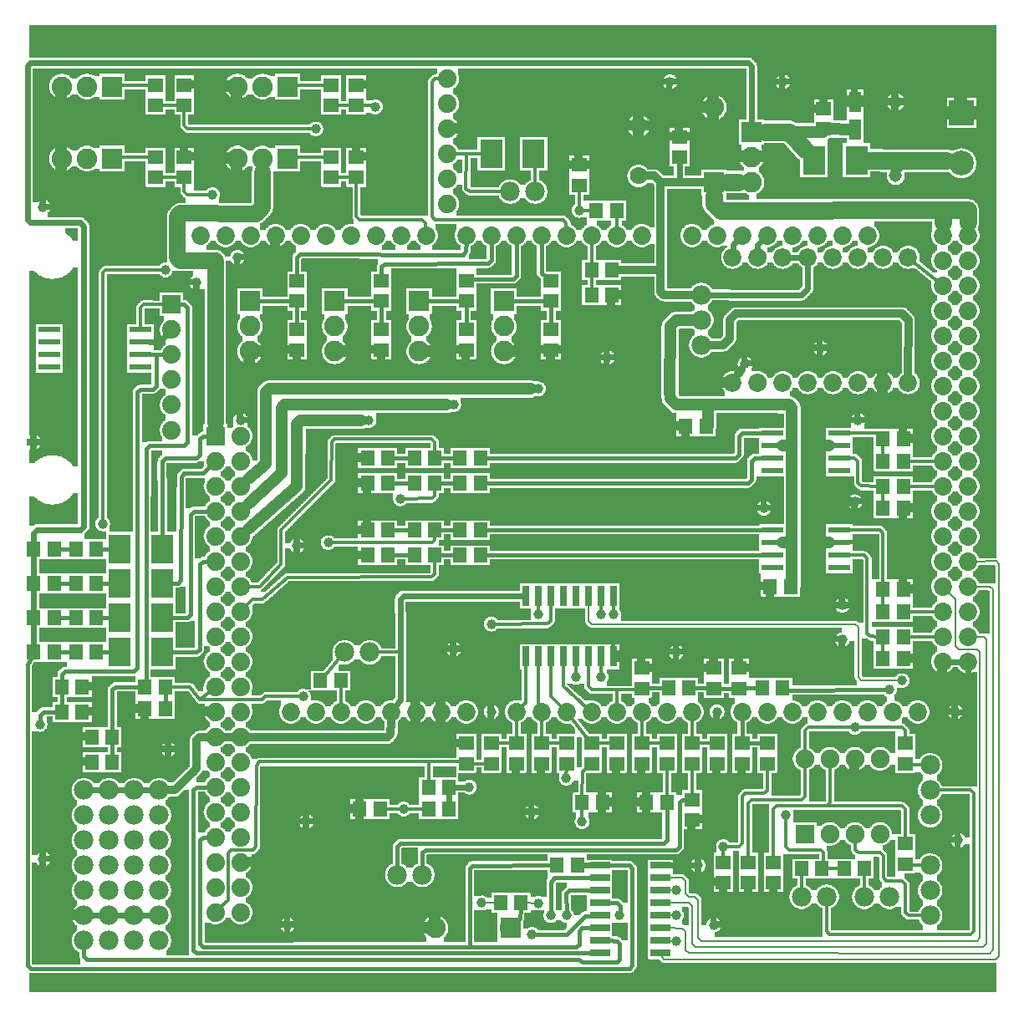
<source format=gtl>
G04 MADE WITH FRITZING*
G04 WWW.FRITZING.ORG*
G04 DOUBLE SIDED*
G04 HOLES PLATED*
G04 CONTOUR ON CENTER OF CONTOUR VECTOR*
%ASAXBY*%
%FSLAX23Y23*%
%MOIN*%
%OFA0B0*%
%SFA1.0B1.0*%
%ADD10C,0.075000*%
%ADD11C,0.072472*%
%ADD12C,0.072445*%
%ADD13C,0.072417*%
%ADD14C,0.039370*%
%ADD15C,0.074000*%
%ADD16C,0.082000*%
%ADD17C,0.070000*%
%ADD18C,0.078000*%
%ADD19C,0.072917*%
%ADD20C,0.051496*%
%ADD21C,0.099055*%
%ADD22R,0.059055X0.055118*%
%ADD23R,0.055118X0.059055*%
%ADD24R,0.086614X0.023622*%
%ADD25R,0.090086X0.113708*%
%ADD26R,0.074000X0.074000*%
%ADD27R,0.026000X0.080000*%
%ADD28R,0.086900X0.024000*%
%ADD29R,0.082000X0.082000*%
%ADD30R,0.047244X0.078740*%
%ADD31R,0.080000X0.026000*%
%ADD32R,0.075000X0.075000*%
%ADD33R,0.099055X0.099055*%
%ADD34C,0.024000*%
%ADD35C,0.048000*%
%ADD36C,0.012000*%
%ADD37C,0.008000*%
%ADD38C,0.016000*%
%ADD39C,0.032000*%
%ADD40C,0.065000*%
%ADD41R,0.001000X0.001000*%
%LNCOPPER1*%
G90*
G70*
G54D10*
X1443Y3660D03*
X123Y3821D03*
X1061Y3189D03*
X2548Y3571D03*
X2650Y3180D03*
X1198Y2905D03*
X107Y2808D03*
X3282Y2662D03*
X1295Y2045D03*
X3234Y2866D03*
X690Y1322D03*
X1386Y1280D03*
X2971Y1354D03*
X3066Y895D03*
X3640Y1246D03*
X2781Y840D03*
X3729Y774D03*
X123Y1014D03*
X1038Y880D03*
G54D11*
X2844Y2472D03*
X3544Y2972D03*
X3444Y2972D03*
X3344Y2972D03*
X3244Y2972D03*
X3144Y2972D03*
G54D12*
X3044Y2972D03*
X2944Y2972D03*
G54D11*
X2844Y2972D03*
G54D12*
X3544Y2472D03*
G54D13*
X3444Y2472D03*
G54D12*
X3344Y2472D03*
G54D11*
X3244Y2472D03*
G54D12*
X3144Y2472D03*
G54D13*
X3044Y2472D03*
X2944Y2472D03*
G54D14*
X2707Y547D03*
X2769Y309D03*
X3282Y1447D03*
X1882Y1509D03*
X2232Y3159D03*
X3519Y1284D03*
X82Y1109D03*
X2070Y396D03*
X1844Y397D03*
X2594Y3672D03*
X3044Y3672D03*
X1107Y1822D03*
X57Y2234D03*
X882Y2322D03*
X1069Y309D03*
G54D15*
X607Y2784D03*
X607Y2684D03*
X607Y2584D03*
X607Y2484D03*
X607Y2384D03*
X607Y2283D03*
G54D14*
X94Y572D03*
X94Y3172D03*
X1144Y722D03*
X2394Y347D03*
X2182Y347D03*
X2119Y347D03*
X2044Y272D03*
X2244Y722D03*
X2620Y246D03*
X2619Y347D03*
X2619Y447D03*
X2181Y894D03*
X3469Y1247D03*
X2807Y622D03*
X332Y1909D03*
X582Y2922D03*
X707Y2872D03*
X1232Y1834D03*
X3744Y647D03*
X3344Y2322D03*
X3282Y1584D03*
X2319Y1547D03*
X2619Y1397D03*
X1794Y859D03*
X1519Y2009D03*
X1132Y1222D03*
X2219Y1297D03*
X2069Y1547D03*
X2319Y1297D03*
X2369Y1547D03*
X1732Y1409D03*
X3732Y1159D03*
X869Y2972D03*
X2344Y2572D03*
G54D16*
X1957Y297D03*
X1659Y297D03*
G54D17*
X2469Y3497D03*
X2469Y3297D03*
G54D14*
X1532Y772D03*
G54D15*
X1707Y3684D03*
X1707Y3584D03*
X1707Y3484D03*
X1707Y3384D03*
X1707Y3284D03*
X1707Y3184D03*
X1707Y3684D03*
X1707Y3584D03*
X1707Y3484D03*
X1707Y3384D03*
X1707Y3284D03*
X1707Y3184D03*
G54D14*
X3057Y747D03*
X1732Y2384D03*
X2069Y2447D03*
X1394Y2322D03*
X769Y3222D03*
X1182Y3484D03*
X1419Y3572D03*
X3332Y1097D03*
X1882Y1159D03*
X594Y1009D03*
X2782Y1159D03*
X3194Y2609D03*
X2969Y1972D03*
X3332Y1997D03*
X2044Y759D03*
G54D18*
X557Y347D03*
X457Y347D03*
X357Y347D03*
X257Y347D03*
X557Y847D03*
X457Y847D03*
X357Y847D03*
X257Y847D03*
X257Y647D03*
X357Y647D03*
X457Y647D03*
X457Y447D03*
X257Y447D03*
X357Y447D03*
X557Y447D03*
X257Y247D03*
X357Y247D03*
X257Y747D03*
X357Y747D03*
X457Y747D03*
X557Y247D03*
X457Y547D03*
X557Y547D03*
X1397Y1397D03*
X1297Y1397D03*
X257Y547D03*
X357Y547D03*
X557Y747D03*
X457Y247D03*
X557Y647D03*
G54D14*
X2894Y2547D03*
G54D10*
X3132Y672D03*
X3132Y972D03*
X3232Y672D03*
X3232Y972D03*
X3332Y672D03*
X3332Y972D03*
X3432Y672D03*
X3432Y972D03*
G54D15*
X882Y2259D03*
X882Y2159D03*
X882Y2059D03*
X882Y1959D03*
X882Y1859D03*
X882Y1759D03*
X882Y1659D03*
X882Y1559D03*
X882Y1459D03*
X882Y1359D03*
X882Y1259D03*
X882Y1159D03*
X882Y1059D03*
X882Y959D03*
X882Y859D03*
X882Y759D03*
X882Y659D03*
X882Y559D03*
X882Y459D03*
X882Y359D03*
X782Y2259D03*
X782Y2159D03*
X782Y2059D03*
X782Y1959D03*
X782Y1859D03*
X782Y1759D03*
X782Y1659D03*
X782Y1559D03*
X782Y1459D03*
X782Y1359D03*
X782Y1259D03*
X782Y1159D03*
X782Y1059D03*
X782Y959D03*
X782Y859D03*
X782Y759D03*
X782Y659D03*
X782Y559D03*
X782Y459D03*
X782Y359D03*
G54D19*
X2982Y1159D03*
X1382Y1159D03*
X3082Y1159D03*
X3182Y1159D03*
X3282Y1159D03*
X3382Y1159D03*
X3682Y2559D03*
X3482Y1159D03*
X3582Y1159D03*
X1422Y3059D03*
X1982Y1159D03*
X2082Y1159D03*
X2182Y1159D03*
X2282Y1159D03*
X3682Y1759D03*
X2382Y1159D03*
X2482Y1159D03*
X2582Y1159D03*
X2682Y1159D03*
X2182Y3059D03*
X3682Y2959D03*
X3682Y2159D03*
X3682Y1359D03*
X1022Y3059D03*
X1782Y1159D03*
X1782Y3059D03*
X3682Y2759D03*
X3682Y2359D03*
X3682Y1959D03*
X3382Y3059D03*
X3682Y1559D03*
X3282Y3059D03*
X3182Y3059D03*
X3082Y3059D03*
X2982Y3059D03*
X2882Y3059D03*
X2782Y3059D03*
X2682Y3059D03*
X822Y3059D03*
X1222Y3059D03*
X1622Y3059D03*
X1182Y1159D03*
X1582Y1159D03*
X2382Y3059D03*
X1982Y3059D03*
X3682Y3059D03*
X3682Y2859D03*
X3682Y2659D03*
X3682Y2459D03*
X3682Y2259D03*
X3682Y2059D03*
X3682Y1859D03*
X3682Y1659D03*
X3682Y1459D03*
X722Y3059D03*
X922Y3059D03*
X1122Y3059D03*
X1322Y3059D03*
X1522Y3059D03*
X1082Y1159D03*
X1282Y1159D03*
X1482Y1159D03*
X1682Y1159D03*
X2482Y3059D03*
X2282Y3059D03*
X2082Y3059D03*
X1882Y3059D03*
X3782Y3059D03*
X3782Y2959D03*
X3782Y2859D03*
X3782Y2759D03*
X3782Y2659D03*
X3782Y2559D03*
X3782Y2459D03*
X3782Y2359D03*
X3782Y2259D03*
X3782Y2159D03*
X3782Y2059D03*
X3782Y1959D03*
X3782Y1859D03*
X3782Y1759D03*
X3782Y1659D03*
X3782Y1559D03*
X3782Y1459D03*
X3782Y1359D03*
X2882Y1159D03*
G54D16*
X1257Y2797D03*
X1257Y2697D03*
X1257Y2597D03*
X1932Y2797D03*
X1932Y2697D03*
X1932Y2597D03*
X1594Y2797D03*
X1594Y2697D03*
X1594Y2597D03*
X919Y2797D03*
X919Y2697D03*
X919Y2597D03*
G54D18*
X3632Y347D03*
X3632Y447D03*
X3632Y547D03*
X3632Y947D03*
X3632Y847D03*
X3632Y747D03*
X2057Y3234D03*
X1957Y3234D03*
X2719Y2822D03*
X2719Y2722D03*
X2719Y2622D03*
X3119Y422D03*
X3219Y422D03*
X1607Y509D03*
X1507Y509D03*
X3469Y422D03*
X3369Y422D03*
G54D16*
X2919Y3472D03*
X2919Y3372D03*
X2919Y3272D03*
X2769Y3272D03*
X2769Y3570D03*
G54D20*
X3494Y3297D03*
X3494Y3592D03*
X3494Y3297D03*
X3494Y3592D03*
G54D16*
X369Y3366D03*
X269Y3366D03*
X169Y3366D03*
X1069Y3653D03*
X969Y3653D03*
X869Y3653D03*
X369Y3653D03*
X269Y3653D03*
X169Y3653D03*
X1069Y3366D03*
X969Y3366D03*
X869Y3366D03*
G54D21*
X3757Y3547D03*
X3757Y3347D03*
G54D22*
X2232Y3259D03*
X2232Y3340D03*
G54D23*
X2301Y3159D03*
X2382Y3159D03*
G54D24*
X482Y2584D03*
X120Y2584D03*
X482Y2534D03*
X482Y2634D03*
X482Y2684D03*
X120Y2534D03*
X120Y2634D03*
X120Y2684D03*
G54D25*
X3169Y3359D03*
X3339Y3359D03*
X1882Y3384D03*
X2051Y3384D03*
G54D26*
X607Y2784D03*
G54D27*
X2019Y1380D03*
X2069Y1380D03*
X2119Y1380D03*
X2169Y1380D03*
X2219Y1380D03*
X2269Y1380D03*
X2319Y1380D03*
X2369Y1380D03*
X2369Y1622D03*
X2319Y1622D03*
X2269Y1622D03*
X2219Y1622D03*
X2169Y1622D03*
X2119Y1622D03*
X2069Y1622D03*
X2019Y1622D03*
G54D28*
X3269Y2122D03*
X3269Y2172D03*
X3269Y2222D03*
X3269Y2272D03*
X3004Y2272D03*
X3004Y2222D03*
X3004Y2172D03*
X3004Y2122D03*
X3269Y1734D03*
X3269Y1784D03*
X3269Y1834D03*
X3269Y1884D03*
X3004Y1884D03*
X3004Y1834D03*
X3004Y1784D03*
X3004Y1734D03*
G54D25*
X569Y1397D03*
X400Y1397D03*
X569Y1534D03*
X400Y1534D03*
X569Y1672D03*
X400Y1672D03*
X569Y1809D03*
X400Y1809D03*
G54D23*
X57Y1397D03*
X138Y1397D03*
X57Y1534D03*
X138Y1534D03*
X57Y1672D03*
X138Y1672D03*
X57Y1809D03*
X138Y1809D03*
X1575Y1784D03*
X1656Y1784D03*
X1575Y1884D03*
X1656Y1884D03*
X1575Y2072D03*
X1656Y2072D03*
X1575Y2172D03*
X1656Y2172D03*
X307Y1397D03*
X226Y1397D03*
X307Y1534D03*
X226Y1534D03*
X307Y1672D03*
X226Y1672D03*
X307Y1809D03*
X226Y1809D03*
X1388Y1784D03*
X1468Y1784D03*
X1388Y1884D03*
X1468Y1884D03*
X1388Y2072D03*
X1468Y2072D03*
X1388Y2172D03*
X1468Y2172D03*
G54D29*
X1958Y297D03*
G54D30*
X3332Y3483D03*
X3332Y3593D03*
G54D31*
X2557Y197D03*
X2557Y247D03*
X2557Y297D03*
X2557Y347D03*
X2557Y397D03*
X2557Y447D03*
X2557Y497D03*
X2557Y547D03*
X2315Y547D03*
X2315Y497D03*
X2315Y447D03*
X2315Y397D03*
X2315Y347D03*
X2315Y297D03*
X2315Y247D03*
X2315Y197D03*
G54D23*
X2144Y547D03*
X2225Y547D03*
X582Y1172D03*
X501Y1172D03*
X369Y1059D03*
X289Y1059D03*
X2282Y2922D03*
X2363Y2922D03*
G54D22*
X3207Y3565D03*
X3207Y3484D03*
X2632Y3452D03*
X2632Y3372D03*
G54D23*
X369Y959D03*
X289Y959D03*
X582Y1259D03*
X501Y1259D03*
X250Y1259D03*
X169Y1259D03*
G54D22*
X1344Y3291D03*
X1344Y3372D03*
X1244Y3578D03*
X1244Y3659D03*
X1344Y3578D03*
X1344Y3659D03*
X1244Y3291D03*
X1244Y3372D03*
X657Y3578D03*
X657Y3659D03*
X544Y3578D03*
X544Y3659D03*
X657Y3291D03*
X657Y3372D03*
X544Y3291D03*
X544Y3372D03*
G54D23*
X3525Y2247D03*
X3444Y2247D03*
X3525Y1972D03*
X3444Y1972D03*
X3525Y2059D03*
X3444Y2059D03*
X3525Y2159D03*
X3444Y2159D03*
X2657Y2297D03*
X2738Y2297D03*
X3525Y1372D03*
X3444Y1372D03*
X3525Y1459D03*
X3444Y1459D03*
X3525Y1559D03*
X3444Y1559D03*
X3525Y1647D03*
X3444Y1647D03*
G54D22*
X1107Y2603D03*
X1107Y2684D03*
X1444Y2603D03*
X1444Y2684D03*
X1782Y2603D03*
X1782Y2684D03*
X2119Y2603D03*
X2119Y2684D03*
X1107Y2877D03*
X1107Y2797D03*
X1444Y2877D03*
X1444Y2797D03*
X1782Y2877D03*
X1782Y2797D03*
X2119Y2877D03*
X2119Y2797D03*
G54D23*
X1757Y2072D03*
X1838Y2072D03*
X1838Y2172D03*
X1757Y2172D03*
X1713Y772D03*
X1632Y772D03*
X2325Y797D03*
X2244Y797D03*
X250Y1159D03*
X169Y1159D03*
X2994Y1659D03*
X3075Y1659D03*
G54D22*
X2769Y1334D03*
X2769Y1253D03*
X2082Y953D03*
X2082Y1034D03*
G54D23*
X1282Y1284D03*
X1201Y1284D03*
X2363Y2822D03*
X2282Y2822D03*
G54D22*
X1982Y953D03*
X1982Y1034D03*
G54D23*
X1713Y859D03*
X1632Y859D03*
G54D22*
X1782Y1034D03*
X1782Y953D03*
G54D23*
X3044Y1255D03*
X2964Y1255D03*
G54D22*
X2482Y1253D03*
X2482Y1334D03*
X3532Y953D03*
X3532Y1034D03*
G54D23*
X3289Y534D03*
X3369Y534D03*
X3200Y534D03*
X3119Y534D03*
G54D22*
X3532Y553D03*
X3532Y634D03*
X3007Y559D03*
X3007Y478D03*
X2682Y728D03*
X2682Y809D03*
G54D23*
X2501Y797D03*
X2582Y797D03*
G54D32*
X3132Y672D03*
G54D26*
X782Y2259D03*
G54D29*
X1257Y2797D03*
X1932Y2797D03*
X1594Y2797D03*
X919Y2797D03*
X2919Y3472D03*
X2769Y3271D03*
X369Y3366D03*
X1069Y3653D03*
X369Y3653D03*
X1069Y3366D03*
G54D33*
X3757Y3547D03*
G54D22*
X2882Y953D03*
X2882Y1034D03*
X2807Y478D03*
X2807Y559D03*
X2907Y478D03*
X2907Y559D03*
G54D23*
X1357Y772D03*
X1438Y772D03*
G54D22*
X1882Y953D03*
X1882Y1034D03*
X2182Y953D03*
X2182Y1034D03*
X2982Y953D03*
X2982Y1034D03*
X2682Y953D03*
X2682Y1034D03*
X2582Y953D03*
X2582Y1034D03*
X2782Y953D03*
X2782Y1034D03*
X2482Y953D03*
X2482Y1034D03*
X2282Y953D03*
X2282Y1034D03*
X2382Y953D03*
X2382Y1034D03*
G54D23*
X1757Y1784D03*
X1838Y1784D03*
X1838Y1884D03*
X1757Y1884D03*
X2669Y1255D03*
X2589Y1255D03*
G54D22*
X2869Y1253D03*
X2869Y1334D03*
G54D23*
X1919Y397D03*
X2000Y397D03*
G54D34*
X2907Y3747D02*
X2919Y3734D01*
D02*
X44Y3110D02*
X244Y3110D01*
D02*
X32Y3122D02*
X44Y3110D01*
D02*
X32Y3735D02*
X32Y3122D01*
D02*
X44Y3747D02*
X2907Y3747D01*
D02*
X32Y3735D02*
X44Y3747D01*
D02*
X2919Y3734D02*
X2919Y3504D01*
G54D17*
D02*
X3376Y3359D02*
X3495Y3359D01*
G54D35*
D02*
X3207Y3472D02*
X3207Y3484D01*
G54D34*
D02*
X2632Y3350D02*
X2632Y3272D01*
G54D35*
D02*
X3070Y3472D02*
X3207Y3472D01*
G54D17*
D02*
X3132Y3402D02*
X3070Y3472D01*
D02*
X3070Y3472D02*
X2974Y3472D01*
G54D34*
D02*
X520Y2634D02*
X557Y2634D01*
D02*
X557Y2634D02*
X585Y2662D01*
D02*
X3769Y1159D02*
X3782Y1172D01*
D02*
X3782Y1172D02*
X3782Y1329D01*
D02*
X3751Y1159D02*
X3769Y1159D01*
D02*
X3752Y1359D02*
X3712Y1359D01*
D02*
X2591Y547D02*
X2688Y547D01*
G54D36*
D02*
X2232Y3173D02*
X2232Y3237D01*
D02*
X2107Y1510D02*
X2119Y1522D01*
D02*
X2119Y1522D02*
X2119Y1587D01*
D02*
X1895Y1509D02*
X2107Y1510D01*
D02*
X1645Y3671D02*
X1657Y3684D01*
D02*
X1657Y3684D02*
X1681Y3684D01*
D02*
X1645Y3134D02*
X1645Y3671D01*
D02*
X1657Y3122D02*
X1645Y3134D01*
D02*
X2169Y3122D02*
X1657Y3122D01*
D02*
X2181Y3109D02*
X2169Y3122D01*
D02*
X2182Y3084D02*
X2181Y3109D01*
D02*
X2279Y3159D02*
X2245Y3159D01*
D02*
X2382Y3135D02*
X2382Y3084D01*
G54D37*
D02*
X2269Y1521D02*
X2269Y1587D01*
D02*
X2282Y1509D02*
X2269Y1521D01*
D02*
X3345Y1497D02*
X3332Y1509D01*
D02*
X3345Y1297D02*
X3345Y1497D01*
D02*
X3357Y1284D02*
X3345Y1297D01*
D02*
X3332Y1509D02*
X2282Y1509D01*
D02*
X3506Y1284D02*
X3357Y1284D01*
G54D36*
D02*
X2319Y1587D02*
X2319Y1560D01*
G54D38*
D02*
X82Y1146D02*
X82Y1123D01*
D02*
X95Y1159D02*
X82Y1146D01*
D02*
X169Y1183D02*
X169Y1235D01*
D02*
X147Y1159D02*
X95Y1159D01*
G54D36*
D02*
X681Y1258D02*
X719Y1209D01*
D02*
X604Y1259D02*
X681Y1258D01*
G54D38*
D02*
X369Y1035D02*
X369Y983D01*
D02*
X370Y1247D02*
X369Y1083D01*
D02*
X382Y1259D02*
X370Y1247D01*
D02*
X479Y1259D02*
X382Y1259D01*
D02*
X582Y1235D02*
X582Y1196D01*
G54D37*
D02*
X2056Y396D02*
X2022Y397D01*
G54D38*
D02*
X1607Y597D02*
X1620Y609D01*
D02*
X1507Y622D02*
X1520Y635D01*
D02*
X2619Y609D02*
X2632Y621D01*
D02*
X2582Y647D02*
X2582Y773D01*
D02*
X2569Y634D02*
X2582Y647D01*
D02*
X2644Y809D02*
X2658Y809D01*
D02*
X2632Y797D02*
X2644Y809D01*
D02*
X2632Y621D02*
X2632Y797D01*
D02*
X1607Y534D02*
X1607Y597D01*
D02*
X1620Y609D02*
X2619Y609D01*
D02*
X1507Y534D02*
X1507Y622D01*
D02*
X1520Y635D02*
X2569Y634D01*
D02*
X1995Y334D02*
X1998Y373D01*
D02*
X1976Y315D02*
X1995Y334D01*
G54D37*
D02*
X1897Y397D02*
X1858Y397D01*
G54D35*
D02*
X3314Y3483D02*
X3231Y3484D01*
G54D17*
D02*
X2824Y3272D02*
X2865Y3272D01*
G54D36*
D02*
X1281Y1378D02*
X1222Y1308D01*
D02*
X1282Y1260D02*
X1282Y1184D01*
D02*
X2057Y3384D02*
X2051Y3384D01*
D02*
X2057Y3259D02*
X2057Y3384D01*
D02*
X1844Y3384D02*
X1782Y3384D01*
D02*
X1782Y3384D02*
X1732Y3384D01*
D02*
X1781Y3246D02*
X1782Y3384D01*
D02*
X1795Y3234D02*
X1781Y3246D01*
D02*
X1932Y3234D02*
X1795Y3234D01*
G54D39*
D02*
X819Y1059D02*
X845Y1059D01*
G54D38*
D02*
X545Y2584D02*
X520Y2584D01*
D02*
X582Y2584D02*
X545Y2584D01*
G54D36*
D02*
X482Y2772D02*
X495Y2784D01*
D02*
X495Y2784D02*
X582Y2784D01*
D02*
X482Y2690D02*
X482Y2772D01*
G54D38*
D02*
X2119Y479D02*
X2132Y497D01*
D02*
X2132Y497D02*
X2280Y497D01*
D02*
X2119Y360D02*
X2119Y479D01*
D02*
X2181Y435D02*
X2194Y447D01*
D02*
X2194Y447D02*
X2280Y447D01*
D02*
X2182Y360D02*
X2181Y435D01*
D02*
X2395Y385D02*
X2382Y397D01*
D02*
X2382Y397D02*
X2349Y397D01*
D02*
X2395Y360D02*
X2395Y385D01*
D02*
X2382Y246D02*
X2349Y247D01*
D02*
X2394Y234D02*
X2382Y246D01*
D02*
X2394Y172D02*
X2394Y234D01*
D02*
X2382Y160D02*
X2394Y172D01*
D02*
X2245Y160D02*
X2382Y160D01*
D02*
X2231Y172D02*
X2245Y160D01*
D02*
X269Y172D02*
X2231Y172D01*
D02*
X257Y185D02*
X269Y172D01*
D02*
X257Y222D02*
X257Y185D01*
D02*
X2882Y1056D02*
X2882Y1135D01*
D02*
X2906Y1034D02*
X2958Y1034D01*
D02*
X1795Y534D02*
X1795Y222D01*
D02*
X1806Y546D02*
X1795Y534D01*
D02*
X2122Y547D02*
X1806Y546D01*
G54D34*
D02*
X2247Y547D02*
X2280Y547D01*
G54D37*
D02*
X2657Y484D02*
X2657Y434D01*
D02*
X2694Y422D02*
X2707Y409D01*
D02*
X2670Y422D02*
X2694Y422D01*
D02*
X2707Y409D02*
X2707Y259D01*
D02*
X3819Y246D02*
X3831Y259D01*
D02*
X2657Y434D02*
X2670Y422D01*
D02*
X2707Y259D02*
X2720Y246D01*
D02*
X2720Y246D02*
X3819Y246D01*
D02*
X2644Y497D02*
X2657Y484D01*
D02*
X2591Y497D02*
X2644Y497D01*
D02*
X3745Y1409D02*
X3732Y1422D01*
D02*
X3831Y259D02*
X3831Y1397D01*
D02*
X3831Y1397D02*
X3819Y1409D01*
D02*
X3819Y1409D02*
X3745Y1409D01*
D02*
X3732Y1422D02*
X3732Y1609D01*
D02*
X3732Y1609D02*
X3699Y1642D01*
D02*
X2591Y246D02*
X2607Y246D01*
D02*
X2591Y347D02*
X2606Y347D01*
D02*
X2591Y447D02*
X2606Y447D01*
G54D38*
D02*
X706Y197D02*
X694Y209D01*
D02*
X2280Y197D02*
X706Y197D01*
D02*
X694Y209D02*
X694Y847D01*
D02*
X694Y847D02*
X707Y859D01*
D02*
X707Y859D02*
X756Y859D01*
G54D37*
D02*
X2682Y384D02*
X2682Y234D01*
D02*
X2695Y222D02*
X3844Y221D01*
D02*
X2682Y234D02*
X2695Y222D01*
D02*
X2670Y397D02*
X2682Y384D01*
D02*
X2591Y397D02*
X2670Y397D01*
D02*
X3844Y221D02*
X3857Y234D01*
D02*
X3857Y234D02*
X3857Y1447D01*
D02*
X3857Y1447D02*
X3845Y1459D01*
D02*
X3845Y1459D02*
X3807Y1459D01*
G54D36*
D02*
X1545Y772D02*
X1610Y772D01*
G54D34*
D02*
X1713Y835D02*
X1713Y796D01*
G54D36*
D02*
X1782Y960D02*
X1632Y960D01*
D02*
X1782Y953D02*
X1782Y960D01*
G54D34*
D02*
X1775Y859D02*
X1735Y859D01*
G54D36*
D02*
X2682Y831D02*
X2682Y931D01*
D02*
X2582Y821D02*
X2582Y931D01*
G54D34*
D02*
X487Y347D02*
X527Y347D01*
D02*
X387Y347D02*
X427Y347D01*
D02*
X287Y347D02*
X327Y347D01*
D02*
X287Y847D02*
X327Y847D01*
G54D35*
D02*
X3182Y1997D02*
X3182Y2210D01*
D02*
X3182Y1846D02*
X3182Y1997D01*
D02*
X3194Y2222D02*
X3231Y2222D01*
D02*
X3182Y2210D02*
X3194Y2222D01*
D02*
X3194Y1834D02*
X3182Y1846D01*
D02*
X3231Y1834D02*
X3194Y1834D01*
D02*
X2745Y2297D02*
X2745Y2385D01*
D02*
X2738Y2297D02*
X2745Y2297D01*
G54D36*
D02*
X332Y2910D02*
X332Y1923D01*
D02*
X344Y2922D02*
X332Y2910D01*
D02*
X568Y2922D02*
X344Y2922D01*
G54D35*
D02*
X3182Y1997D02*
X3302Y1997D01*
G54D36*
D02*
X3419Y2272D02*
X3307Y2272D01*
D02*
X3422Y2268D02*
X3419Y2272D01*
D02*
X3444Y1871D02*
X3432Y1885D01*
D02*
X3432Y1885D02*
X3307Y1884D01*
D02*
X3444Y1671D02*
X3444Y1871D01*
G54D34*
D02*
X69Y1885D02*
X57Y1872D01*
D02*
X256Y1897D02*
X244Y1885D01*
D02*
X244Y3110D02*
X256Y3096D01*
D02*
X256Y3096D02*
X256Y1897D01*
D02*
X244Y1885D02*
X69Y1885D01*
D02*
X57Y1872D02*
X57Y1833D01*
G54D36*
D02*
X3519Y784D02*
X3220Y784D01*
D02*
X3532Y772D02*
X3519Y784D01*
D02*
X3532Y547D02*
X3532Y553D01*
D02*
X3607Y547D02*
X3532Y547D01*
D02*
X3532Y656D02*
X3532Y772D01*
D02*
X3794Y271D02*
X3806Y285D01*
D02*
X3219Y285D02*
X3231Y271D01*
D02*
X3807Y834D02*
X3794Y847D01*
D02*
X3794Y847D02*
X3656Y847D01*
D02*
X3231Y271D02*
X3794Y271D01*
D02*
X3806Y285D02*
X3807Y834D01*
D02*
X3219Y397D02*
X3219Y285D01*
D02*
X1460Y772D02*
X1518Y772D01*
D02*
X2182Y931D02*
X2181Y908D01*
G54D38*
D02*
X2257Y346D02*
X2182Y272D01*
D02*
X2182Y272D02*
X2058Y272D01*
D02*
X2280Y346D02*
X2257Y346D01*
D02*
X2444Y535D02*
X2432Y547D01*
D02*
X2432Y547D02*
X2349Y547D01*
D02*
X2444Y147D02*
X2444Y535D01*
D02*
X2432Y134D02*
X2444Y147D01*
D02*
X45Y134D02*
X2432Y134D01*
D02*
X32Y147D02*
X45Y134D01*
D02*
X2233Y284D02*
X2233Y233D01*
D02*
X2233Y233D02*
X2220Y222D01*
D02*
X2244Y297D02*
X2233Y284D01*
D02*
X2220Y222D02*
X1795Y222D01*
D02*
X2280Y297D02*
X2244Y297D01*
D02*
X1795Y222D02*
X732Y222D01*
D02*
X732Y222D02*
X719Y234D01*
D02*
X719Y647D02*
X732Y659D01*
D02*
X732Y659D02*
X756Y659D01*
D02*
X719Y234D02*
X719Y647D01*
G54D36*
D02*
X3344Y2159D02*
X3331Y2172D01*
D02*
X3344Y2071D02*
X3344Y2159D01*
D02*
X3357Y2060D02*
X3344Y2071D01*
D02*
X3331Y2172D02*
X3307Y2172D01*
D02*
X3422Y2059D02*
X3357Y2060D01*
G54D38*
D02*
X2919Y2159D02*
X2932Y2171D01*
D02*
X2932Y2171D02*
X2966Y2172D01*
D02*
X2919Y2084D02*
X2919Y2159D01*
D02*
X2907Y2072D02*
X2919Y2084D01*
D02*
X1860Y2072D02*
X2907Y2072D01*
G54D36*
D02*
X1657Y1846D02*
X1656Y1860D01*
D02*
X1645Y1834D02*
X1657Y1846D01*
D02*
X1245Y1834D02*
X1645Y1834D01*
D02*
X931Y1608D02*
X970Y1608D01*
D02*
X900Y1577D02*
X931Y1608D01*
D02*
X1644Y1697D02*
X1657Y1709D01*
D02*
X1657Y1709D02*
X1656Y1760D01*
D02*
X1069Y1696D02*
X1644Y1697D01*
D02*
X970Y1608D02*
X1069Y1696D01*
D02*
X1118Y1222D02*
X981Y1221D01*
D02*
X3381Y1771D02*
X3370Y1784D01*
D02*
X3381Y1471D02*
X3381Y1771D01*
D02*
X3394Y1460D02*
X3381Y1471D01*
D02*
X3370Y1784D02*
X3307Y1784D01*
D02*
X3422Y1459D02*
X3394Y1460D01*
D02*
X969Y1209D02*
X719Y1209D01*
D02*
X981Y1221D02*
X969Y1209D01*
D02*
X762Y1243D02*
X719Y1209D01*
D02*
X1422Y1397D02*
X1520Y1397D01*
D02*
X2169Y1260D02*
X2263Y1176D01*
D02*
X2169Y1345D02*
X2169Y1260D01*
D02*
X2219Y1310D02*
X2219Y1345D01*
D02*
X2319Y1310D02*
X2319Y1345D01*
D02*
X2069Y1587D02*
X2069Y1560D01*
D02*
X2369Y1587D02*
X2369Y1560D01*
G54D39*
D02*
X2385Y2922D02*
X2557Y2922D01*
G54D17*
D02*
X3682Y3359D02*
X3695Y3357D01*
D02*
X3495Y3359D02*
X3682Y3359D01*
G54D39*
D02*
X2532Y3297D02*
X2557Y3272D01*
D02*
X2557Y3272D02*
X2632Y3272D01*
D02*
X2632Y3272D02*
X2732Y3272D01*
D02*
X2501Y3297D02*
X2532Y3297D01*
G54D36*
D02*
X2282Y2946D02*
X2282Y3035D01*
D02*
X2282Y2898D02*
X2282Y2846D01*
G54D35*
D02*
X2595Y2697D02*
X2620Y2722D01*
D02*
X2594Y2434D02*
X2595Y2697D01*
G54D39*
D02*
X2684Y2822D02*
X2570Y2822D01*
D02*
X2570Y2822D02*
X2557Y2834D01*
G54D35*
D02*
X2620Y2722D02*
X2678Y2722D01*
D02*
X3081Y2222D02*
X3042Y2222D01*
G54D38*
D02*
X362Y1534D02*
X329Y1534D01*
D02*
X362Y1397D02*
X329Y1397D01*
D02*
X204Y1397D02*
X160Y1397D01*
D02*
X204Y1534D02*
X160Y1534D01*
D02*
X204Y1672D02*
X160Y1672D01*
D02*
X204Y1809D02*
X160Y1809D01*
D02*
X569Y1859D02*
X569Y2159D01*
D02*
X569Y2159D02*
X582Y2172D01*
D02*
X657Y2110D02*
X732Y2110D01*
D02*
X645Y2096D02*
X657Y2110D01*
D02*
X644Y1685D02*
X645Y2096D01*
D02*
X732Y2110D02*
X764Y2141D01*
D02*
X632Y1672D02*
X644Y1685D01*
D02*
X719Y2185D02*
X719Y2247D01*
D02*
X719Y2247D02*
X732Y2259D01*
D02*
X732Y2259D02*
X756Y2259D01*
D02*
X706Y2172D02*
X719Y2185D01*
D02*
X582Y2172D02*
X706Y2172D01*
D02*
X32Y1347D02*
X32Y147D01*
D02*
X45Y1373D02*
X32Y1347D01*
G54D34*
D02*
X57Y1510D02*
X57Y1421D01*
D02*
X57Y1648D02*
X57Y1558D01*
D02*
X57Y1696D02*
X57Y1785D01*
G54D38*
D02*
X362Y1809D02*
X329Y1809D01*
D02*
X362Y1672D02*
X329Y1672D01*
D02*
X682Y1946D02*
X695Y1959D01*
D02*
X682Y1547D02*
X682Y1946D01*
D02*
X719Y1409D02*
X719Y1747D01*
D02*
X719Y1747D02*
X732Y1759D01*
D02*
X732Y1759D02*
X756Y1759D01*
D02*
X607Y1397D02*
X706Y1397D01*
D02*
X706Y1397D02*
X719Y1409D01*
D02*
X695Y1959D02*
X756Y1959D01*
D02*
X607Y1534D02*
X669Y1534D01*
D02*
X669Y1534D02*
X682Y1547D01*
D02*
X607Y1672D02*
X632Y1672D01*
D02*
X2966Y1884D02*
X1860Y1884D01*
D02*
X2857Y2172D02*
X1931Y2172D01*
D02*
X2869Y2184D02*
X2857Y2172D01*
D02*
X2869Y2259D02*
X2869Y2184D01*
D02*
X2882Y2272D02*
X2869Y2259D01*
D02*
X1931Y2172D02*
X1860Y2172D01*
D02*
X2966Y2272D02*
X2882Y2272D01*
G54D36*
D02*
X2482Y1056D02*
X2482Y1135D01*
D02*
X2982Y931D02*
X2982Y846D01*
D02*
X2870Y622D02*
X2820Y622D01*
D02*
X2882Y634D02*
X2870Y622D01*
D02*
X2882Y822D02*
X2882Y634D01*
D02*
X2894Y835D02*
X2882Y822D01*
D02*
X2969Y835D02*
X2894Y835D01*
D02*
X2982Y846D02*
X2969Y835D01*
D02*
X2264Y1056D02*
X2197Y1140D01*
D02*
X1982Y1056D02*
X1982Y1135D01*
D02*
X2506Y1034D02*
X2558Y1034D01*
D02*
X2706Y1034D02*
X2758Y1034D01*
D02*
X2682Y1056D02*
X2682Y1135D01*
G54D38*
D02*
X532Y2446D02*
X545Y2459D01*
D02*
X482Y2446D02*
X532Y2446D01*
D02*
X545Y2459D02*
X545Y2584D01*
D02*
X469Y2435D02*
X482Y2446D01*
D02*
X469Y1334D02*
X469Y2435D01*
D02*
X169Y1309D02*
X182Y1321D01*
D02*
X457Y1321D02*
X469Y1334D01*
D02*
X182Y1321D02*
X457Y1321D01*
D02*
X169Y1283D02*
X169Y1309D01*
G54D39*
D02*
X2557Y2922D02*
X2557Y3272D01*
D02*
X2557Y2834D02*
X2557Y2922D01*
D02*
X707Y934D02*
X706Y1047D01*
D02*
X706Y1047D02*
X719Y1058D01*
D02*
X695Y921D02*
X707Y934D01*
D02*
X619Y847D02*
X695Y921D01*
D02*
X593Y847D02*
X619Y847D01*
G54D36*
D02*
X1069Y3372D02*
X1220Y3372D01*
D02*
X1069Y3393D02*
X1069Y3372D01*
D02*
X2269Y1260D02*
X2269Y1345D01*
D02*
X2282Y1247D02*
X2269Y1260D01*
D02*
X2382Y1247D02*
X2282Y1247D01*
D02*
X2482Y1247D02*
X2382Y1247D01*
D02*
X2482Y1253D02*
X2482Y1247D01*
G54D35*
D02*
X3081Y1659D02*
X3081Y1834D01*
D02*
X3075Y1659D02*
X3081Y1659D01*
G54D38*
D02*
X1490Y2072D02*
X1553Y2072D01*
D02*
X1678Y2072D02*
X1735Y2072D01*
D02*
X1490Y2172D02*
X1553Y2172D01*
D02*
X1678Y2172D02*
X1735Y2172D01*
D02*
X2567Y1255D02*
X2506Y1254D01*
D02*
X2745Y1254D02*
X2691Y1255D01*
D02*
X2845Y1253D02*
X2793Y1253D01*
D02*
X2942Y1255D02*
X2893Y1254D01*
G54D36*
D02*
X2382Y1247D02*
X2382Y1184D01*
G54D38*
D02*
X1490Y1884D02*
X1553Y1884D01*
D02*
X1735Y1884D02*
X1678Y1884D01*
D02*
X1735Y1784D02*
X1678Y1784D01*
D02*
X1490Y1784D02*
X1553Y1784D01*
G54D17*
D02*
X3782Y3160D02*
X3782Y3112D01*
D02*
X3682Y3160D02*
X3782Y3160D01*
D02*
X3682Y3160D02*
X2795Y3159D01*
D02*
X2769Y3185D02*
X2769Y3217D01*
D02*
X2795Y3159D02*
X2769Y3185D01*
D02*
X3682Y3112D02*
X3682Y3160D01*
G54D35*
D02*
X2595Y2409D02*
X2620Y2384D01*
D02*
X2594Y2434D02*
X2595Y2409D01*
G54D36*
D02*
X1958Y1034D02*
X1906Y1034D01*
D02*
X1806Y953D02*
X1858Y953D01*
D02*
X2106Y1034D02*
X2158Y1034D01*
D02*
X2082Y1135D02*
X2082Y1056D01*
D02*
X844Y609D02*
X832Y596D01*
D02*
X832Y409D02*
X800Y377D01*
D02*
X832Y596D02*
X832Y409D01*
D02*
X932Y609D02*
X844Y609D01*
D02*
X944Y622D02*
X932Y609D01*
D02*
X945Y946D02*
X944Y622D01*
D02*
X957Y960D02*
X945Y946D01*
D02*
X1632Y960D02*
X957Y960D01*
D02*
X1632Y883D02*
X1632Y960D01*
D02*
X2306Y1034D02*
X2358Y1034D01*
D02*
X2245Y921D02*
X2258Y933D01*
D02*
X2244Y821D02*
X2245Y921D01*
D02*
X2244Y735D02*
X2244Y773D01*
D02*
X2019Y1196D02*
X2019Y1345D01*
D02*
X1999Y1177D02*
X2019Y1196D01*
D02*
X2070Y1184D02*
X2071Y1181D01*
D02*
X2069Y1345D02*
X2070Y1184D01*
G54D34*
D02*
X1520Y1209D02*
X1500Y1183D01*
D02*
X1520Y1397D02*
X1520Y1209D01*
D02*
X1519Y1609D02*
X1520Y1397D01*
D02*
X1532Y1622D02*
X1519Y1609D01*
D02*
X2012Y1622D02*
X1532Y1622D01*
G54D39*
D02*
X2864Y2501D02*
X2881Y2526D01*
G54D36*
D02*
X2119Y1221D02*
X2164Y1177D01*
D02*
X2119Y1345D02*
X2119Y1221D01*
D02*
X3132Y1084D02*
X3145Y1097D01*
D02*
X3532Y1056D02*
X3532Y1084D01*
D02*
X3519Y1097D02*
X3345Y1097D01*
D02*
X3532Y1084D02*
X3519Y1097D01*
D02*
X3145Y1097D02*
X3318Y1097D01*
D02*
X3132Y995D02*
X3132Y1084D01*
D02*
X3532Y359D02*
X3545Y347D01*
D02*
X3532Y471D02*
X3532Y359D01*
D02*
X3545Y347D02*
X3607Y347D01*
D02*
X3519Y485D02*
X3532Y471D01*
D02*
X3445Y584D02*
X3445Y497D01*
D02*
X3445Y497D02*
X3457Y485D01*
D02*
X3432Y597D02*
X3445Y584D01*
D02*
X3457Y485D02*
X3519Y485D01*
D02*
X3345Y597D02*
X3432Y597D01*
D02*
X3332Y609D02*
X3345Y597D01*
D02*
X3332Y649D02*
X3332Y609D01*
D02*
X3132Y822D02*
X3132Y949D01*
D02*
X3119Y809D02*
X3132Y822D01*
D02*
X2920Y809D02*
X3119Y809D01*
D02*
X2907Y581D02*
X2907Y796D01*
D02*
X2907Y796D02*
X2920Y809D01*
D02*
X3532Y947D02*
X3607Y947D01*
D02*
X3532Y953D02*
X3532Y947D01*
D02*
X3444Y1623D02*
X3444Y1583D01*
D02*
X3444Y2223D02*
X3444Y2183D01*
G54D35*
D02*
X3081Y1834D02*
X3081Y2222D01*
D02*
X3042Y1834D02*
X3081Y1834D01*
D02*
X3069Y2384D02*
X3081Y2372D01*
D02*
X3081Y2372D02*
X3081Y2222D01*
D02*
X2745Y2385D02*
X3069Y2384D01*
D02*
X2620Y2384D02*
X2745Y2385D01*
G54D17*
D02*
X3495Y3359D02*
X3495Y3346D01*
G54D34*
D02*
X527Y847D02*
X487Y847D01*
D02*
X427Y847D02*
X387Y847D01*
D02*
X2845Y3021D02*
X2861Y3038D01*
D02*
X2944Y3021D02*
X2960Y3038D01*
D02*
X2845Y3002D02*
X2845Y3021D01*
D02*
X2944Y3002D02*
X2944Y3021D01*
G54D36*
D02*
X3007Y772D02*
X3019Y785D01*
D02*
X3007Y581D02*
X3007Y772D01*
D02*
X3232Y822D02*
X3232Y949D01*
D02*
X3232Y797D02*
X3232Y822D01*
D02*
X3220Y784D02*
X3232Y797D01*
D02*
X3019Y785D02*
X3220Y784D01*
G54D39*
D02*
X1481Y1072D02*
X1470Y1058D01*
D02*
X1482Y1123D02*
X1481Y1072D01*
G54D36*
D02*
X3444Y1435D02*
X3444Y1396D01*
D02*
X3444Y2035D02*
X3444Y1996D01*
D02*
X1069Y3659D02*
X1220Y3659D01*
D02*
X1069Y3680D02*
X1069Y3659D01*
G54D38*
D02*
X2119Y2706D02*
X2119Y2775D01*
D02*
X1782Y2775D02*
X1782Y2706D01*
D02*
X1621Y2797D02*
X1758Y2797D01*
D02*
X1958Y2797D02*
X2095Y2797D01*
D02*
X2082Y2909D02*
X2095Y2897D01*
D02*
X2082Y3035D02*
X2082Y2909D01*
D02*
X1420Y2797D02*
X1283Y2797D01*
D02*
X1444Y2775D02*
X1444Y2706D01*
D02*
X1083Y2797D02*
X946Y2797D01*
D02*
X1107Y2706D02*
X1107Y2775D01*
G54D35*
D02*
X1057Y2384D02*
X1702Y2384D01*
D02*
X1045Y2372D02*
X1057Y2384D01*
D02*
X1045Y2110D02*
X1045Y2372D01*
D02*
X913Y1988D02*
X1045Y2110D01*
G54D38*
D02*
X1781Y2997D02*
X1782Y3035D01*
D02*
X1769Y2983D02*
X1781Y2997D01*
D02*
X1119Y2984D02*
X1769Y2983D01*
D02*
X1106Y2972D02*
X1119Y2984D01*
D02*
X1107Y2899D02*
X1106Y2972D01*
D02*
X1870Y2947D02*
X1882Y2960D01*
D02*
X1882Y2960D02*
X1882Y3035D01*
D02*
X1457Y2946D02*
X1870Y2947D01*
D02*
X1444Y2934D02*
X1457Y2946D01*
D02*
X1444Y2899D02*
X1444Y2934D01*
D02*
X1982Y3035D02*
X1982Y2897D01*
D02*
X1782Y2885D02*
X1782Y2877D01*
D02*
X1970Y2885D02*
X1782Y2885D01*
D02*
X1982Y2897D02*
X1970Y2885D01*
G54D35*
D02*
X982Y2434D02*
X982Y2147D01*
D02*
X982Y2147D02*
X914Y2087D01*
D02*
X995Y2447D02*
X982Y2434D01*
D02*
X1120Y2322D02*
X1107Y2309D01*
D02*
X1107Y2309D02*
X1107Y2059D01*
D02*
X1107Y2059D02*
X913Y1887D01*
D02*
X1364Y2322D02*
X1120Y2322D01*
D02*
X2039Y2447D02*
X995Y2447D01*
G54D34*
D02*
X3144Y2847D02*
X3119Y2821D01*
D02*
X2781Y2822D02*
X2749Y2822D01*
G54D39*
D02*
X2832Y2722D02*
X2857Y2747D01*
D02*
X2832Y2647D02*
X2832Y2722D01*
D02*
X2807Y2622D02*
X2832Y2647D01*
D02*
X2857Y2747D02*
X3520Y2747D01*
D02*
X2755Y2622D02*
X2807Y2622D01*
G54D36*
D02*
X3663Y2875D02*
X3563Y2956D01*
G54D34*
D02*
X3119Y2821D02*
X2781Y2822D01*
D02*
X3144Y2942D02*
X3144Y2847D01*
G54D39*
D02*
X3545Y2722D02*
X3544Y2507D01*
D02*
X3520Y2747D02*
X3545Y2722D01*
G54D38*
D02*
X507Y1259D02*
X501Y1259D01*
D02*
X507Y2209D02*
X507Y1259D01*
D02*
X657Y2222D02*
X520Y2222D01*
D02*
X670Y2772D02*
X670Y2234D01*
D02*
X657Y2784D02*
X670Y2772D01*
D02*
X670Y2234D02*
X657Y2222D01*
D02*
X520Y2222D02*
X507Y2209D01*
D02*
X633Y2784D02*
X657Y2784D01*
G54D40*
D02*
X631Y3134D02*
X644Y3147D01*
D02*
X644Y2959D02*
X631Y2971D01*
D02*
X782Y2959D02*
X644Y2959D01*
D02*
X644Y3147D02*
X944Y3146D01*
D02*
X782Y2313D02*
X782Y2959D01*
D02*
X631Y2971D02*
X631Y3134D01*
D02*
X969Y3172D02*
X969Y3312D01*
D02*
X944Y3146D02*
X969Y3172D01*
G54D36*
D02*
X1168Y3484D02*
X670Y3484D01*
D02*
X657Y3497D02*
X657Y3556D01*
D02*
X670Y3484D02*
X657Y3497D01*
D02*
X369Y3659D02*
X369Y3680D01*
D02*
X520Y3659D02*
X369Y3659D01*
D02*
X568Y3578D02*
X633Y3578D01*
D02*
X657Y3234D02*
X657Y3269D01*
D02*
X670Y3222D02*
X657Y3234D01*
D02*
X756Y3222D02*
X670Y3222D01*
D02*
X369Y3372D02*
X369Y3393D01*
D02*
X520Y3372D02*
X369Y3372D01*
D02*
X633Y3291D02*
X568Y3291D01*
D02*
X1419Y3578D02*
X1419Y3585D01*
D02*
X1368Y3578D02*
X1419Y3578D01*
D02*
X1320Y3578D02*
X1268Y3578D01*
D02*
X1619Y3109D02*
X1620Y3084D01*
D02*
X1606Y3122D02*
X1619Y3109D01*
D02*
X1357Y3122D02*
X1606Y3122D01*
D02*
X1344Y3135D02*
X1357Y3122D01*
D02*
X1344Y3269D02*
X1344Y3135D01*
D02*
X1268Y3291D02*
X1320Y3291D01*
G54D34*
D02*
X3114Y2972D02*
X3074Y2972D01*
G54D38*
D02*
X3044Y1246D02*
X3456Y1247D01*
D02*
X3044Y1255D02*
X3044Y1246D01*
G54D36*
D02*
X3369Y510D02*
X3369Y446D01*
D02*
X3267Y534D02*
X3222Y534D01*
D02*
X1645Y2010D02*
X1657Y2022D01*
D02*
X1657Y2022D02*
X1656Y2048D01*
D02*
X1533Y2009D02*
X1645Y2010D01*
D02*
X3657Y2059D02*
X3547Y2059D01*
D02*
X3547Y2159D02*
X3657Y2159D01*
G54D37*
D02*
X3869Y196D02*
X3882Y210D01*
D02*
X3882Y1647D02*
X3869Y1659D01*
D02*
X2644Y296D02*
X2657Y284D01*
D02*
X2670Y197D02*
X3869Y196D01*
D02*
X2656Y209D02*
X2670Y197D01*
D02*
X2657Y284D02*
X2656Y209D01*
D02*
X2591Y297D02*
X2644Y296D01*
D02*
X3882Y210D02*
X3882Y1647D01*
D02*
X3869Y1659D02*
X3807Y1659D01*
G54D36*
D02*
X2807Y581D02*
X2807Y608D01*
G54D37*
D02*
X3894Y171D02*
X3907Y184D01*
D02*
X3906Y1747D02*
X3895Y1760D01*
D02*
X2569Y172D02*
X3894Y171D01*
D02*
X2561Y189D02*
X2569Y172D01*
D02*
X3907Y184D02*
X3906Y1747D01*
D02*
X3895Y1760D02*
X3807Y1759D01*
G54D39*
D02*
X719Y1058D02*
X745Y1059D01*
G54D36*
D02*
X3657Y1559D02*
X3547Y1559D01*
D02*
X3657Y1459D02*
X3547Y1459D01*
D02*
X1644Y2247D02*
X1657Y2234D01*
D02*
X1245Y2234D02*
X1257Y2247D01*
D02*
X1044Y1884D02*
X1244Y2084D01*
D02*
X1044Y1747D02*
X1044Y1884D01*
D02*
X1244Y2084D02*
X1245Y2234D01*
D02*
X1657Y2234D02*
X1656Y2196D01*
D02*
X1257Y2247D02*
X1644Y2247D01*
D02*
X958Y1659D02*
X1044Y1747D01*
D02*
X907Y1659D02*
X958Y1659D01*
G54D39*
D02*
X1470Y1058D02*
X919Y1059D01*
G54D36*
D02*
X3119Y446D02*
X3119Y510D01*
D02*
X3056Y621D02*
X3057Y733D01*
D02*
X3070Y609D02*
X3056Y621D01*
D02*
X3207Y597D02*
X3195Y609D01*
D02*
X3207Y534D02*
X3207Y597D01*
D02*
X3195Y609D02*
X3070Y609D01*
D02*
X3200Y534D02*
X3207Y534D01*
G36*
X54Y3725D02*
X54Y3705D01*
X1120Y3705D01*
X1120Y3697D01*
X1384Y3697D01*
X1384Y3601D01*
X1428Y3601D01*
X1428Y3599D01*
X1432Y3599D01*
X1432Y3597D01*
X1436Y3597D01*
X1436Y3595D01*
X1438Y3595D01*
X1438Y3593D01*
X1440Y3593D01*
X1440Y3591D01*
X1442Y3591D01*
X1442Y3589D01*
X1444Y3589D01*
X1444Y3587D01*
X1446Y3587D01*
X1446Y3583D01*
X1448Y3583D01*
X1448Y3573D01*
X1450Y3573D01*
X1450Y3571D01*
X1448Y3571D01*
X1448Y3561D01*
X1446Y3561D01*
X1446Y3557D01*
X1444Y3557D01*
X1444Y3553D01*
X1442Y3553D01*
X1442Y3551D01*
X1440Y3551D01*
X1440Y3549D01*
X1438Y3549D01*
X1438Y3547D01*
X1434Y3547D01*
X1434Y3545D01*
X1430Y3545D01*
X1430Y3543D01*
X1628Y3543D01*
X1628Y3673D01*
X1630Y3673D01*
X1630Y3679D01*
X1632Y3679D01*
X1632Y3683D01*
X1634Y3683D01*
X1634Y3685D01*
X1636Y3685D01*
X1636Y3687D01*
X1638Y3687D01*
X1638Y3689D01*
X1640Y3689D01*
X1640Y3691D01*
X1642Y3691D01*
X1642Y3693D01*
X1644Y3693D01*
X1644Y3695D01*
X1646Y3695D01*
X1646Y3697D01*
X1648Y3697D01*
X1648Y3699D01*
X1654Y3699D01*
X1654Y3701D01*
X1664Y3701D01*
X1664Y3705D01*
X1666Y3705D01*
X1666Y3725D01*
X54Y3725D01*
G37*
D02*
G36*
X54Y3705D02*
X54Y3603D01*
X158Y3603D01*
X158Y3605D01*
X150Y3605D01*
X150Y3607D01*
X146Y3607D01*
X146Y3609D01*
X144Y3609D01*
X144Y3611D01*
X140Y3611D01*
X140Y3613D01*
X138Y3613D01*
X138Y3615D01*
X136Y3615D01*
X136Y3617D01*
X132Y3617D01*
X132Y3621D01*
X130Y3621D01*
X130Y3623D01*
X128Y3623D01*
X128Y3625D01*
X126Y3625D01*
X126Y3629D01*
X124Y3629D01*
X124Y3633D01*
X122Y3633D01*
X122Y3637D01*
X120Y3637D01*
X120Y3647D01*
X118Y3647D01*
X118Y3661D01*
X120Y3661D01*
X120Y3669D01*
X122Y3669D01*
X122Y3675D01*
X124Y3675D01*
X124Y3679D01*
X126Y3679D01*
X126Y3681D01*
X128Y3681D01*
X128Y3685D01*
X130Y3685D01*
X130Y3687D01*
X132Y3687D01*
X132Y3689D01*
X134Y3689D01*
X134Y3691D01*
X136Y3691D01*
X136Y3693D01*
X138Y3693D01*
X138Y3695D01*
X142Y3695D01*
X142Y3697D01*
X146Y3697D01*
X146Y3699D01*
X148Y3699D01*
X148Y3701D01*
X154Y3701D01*
X154Y3703D01*
X164Y3703D01*
X164Y3705D01*
X54Y3705D01*
G37*
D02*
G36*
X176Y3705D02*
X176Y3703D01*
X184Y3703D01*
X184Y3701D01*
X190Y3701D01*
X190Y3699D01*
X194Y3699D01*
X194Y3697D01*
X198Y3697D01*
X198Y3695D01*
X200Y3695D01*
X200Y3693D01*
X202Y3693D01*
X202Y3691D01*
X204Y3691D01*
X204Y3689D01*
X206Y3689D01*
X206Y3687D01*
X208Y3687D01*
X208Y3685D01*
X230Y3685D01*
X230Y3687D01*
X232Y3687D01*
X232Y3689D01*
X234Y3689D01*
X234Y3691D01*
X236Y3691D01*
X236Y3693D01*
X238Y3693D01*
X238Y3695D01*
X242Y3695D01*
X242Y3697D01*
X246Y3697D01*
X246Y3699D01*
X248Y3699D01*
X248Y3701D01*
X254Y3701D01*
X254Y3703D01*
X264Y3703D01*
X264Y3705D01*
X176Y3705D01*
G37*
D02*
G36*
X276Y3705D02*
X276Y3703D01*
X284Y3703D01*
X284Y3701D01*
X290Y3701D01*
X290Y3699D01*
X294Y3699D01*
X294Y3697D01*
X298Y3697D01*
X298Y3695D01*
X318Y3695D01*
X318Y3705D01*
X276Y3705D01*
G37*
D02*
G36*
X420Y3705D02*
X420Y3697D01*
X696Y3697D01*
X696Y3603D01*
X858Y3603D01*
X858Y3605D01*
X850Y3605D01*
X850Y3607D01*
X846Y3607D01*
X846Y3609D01*
X844Y3609D01*
X844Y3611D01*
X840Y3611D01*
X840Y3613D01*
X838Y3613D01*
X838Y3615D01*
X836Y3615D01*
X836Y3617D01*
X832Y3617D01*
X832Y3621D01*
X830Y3621D01*
X830Y3623D01*
X828Y3623D01*
X828Y3625D01*
X826Y3625D01*
X826Y3629D01*
X824Y3629D01*
X824Y3633D01*
X822Y3633D01*
X822Y3637D01*
X820Y3637D01*
X820Y3647D01*
X818Y3647D01*
X818Y3661D01*
X820Y3661D01*
X820Y3669D01*
X822Y3669D01*
X822Y3675D01*
X824Y3675D01*
X824Y3679D01*
X826Y3679D01*
X826Y3681D01*
X828Y3681D01*
X828Y3685D01*
X830Y3685D01*
X830Y3687D01*
X832Y3687D01*
X832Y3689D01*
X834Y3689D01*
X834Y3691D01*
X836Y3691D01*
X836Y3693D01*
X838Y3693D01*
X838Y3695D01*
X842Y3695D01*
X842Y3697D01*
X846Y3697D01*
X846Y3699D01*
X848Y3699D01*
X848Y3701D01*
X854Y3701D01*
X854Y3703D01*
X864Y3703D01*
X864Y3705D01*
X420Y3705D01*
G37*
D02*
G36*
X876Y3705D02*
X876Y3703D01*
X884Y3703D01*
X884Y3701D01*
X890Y3701D01*
X890Y3699D01*
X894Y3699D01*
X894Y3697D01*
X898Y3697D01*
X898Y3695D01*
X900Y3695D01*
X900Y3693D01*
X902Y3693D01*
X902Y3691D01*
X904Y3691D01*
X904Y3689D01*
X906Y3689D01*
X906Y3687D01*
X908Y3687D01*
X908Y3685D01*
X930Y3685D01*
X930Y3687D01*
X932Y3687D01*
X932Y3689D01*
X934Y3689D01*
X934Y3691D01*
X936Y3691D01*
X936Y3693D01*
X938Y3693D01*
X938Y3695D01*
X942Y3695D01*
X942Y3697D01*
X946Y3697D01*
X946Y3699D01*
X948Y3699D01*
X948Y3701D01*
X954Y3701D01*
X954Y3703D01*
X964Y3703D01*
X964Y3705D01*
X876Y3705D01*
G37*
D02*
G36*
X976Y3705D02*
X976Y3703D01*
X984Y3703D01*
X984Y3701D01*
X990Y3701D01*
X990Y3699D01*
X994Y3699D01*
X994Y3697D01*
X998Y3697D01*
X998Y3695D01*
X1018Y3695D01*
X1018Y3705D01*
X976Y3705D01*
G37*
D02*
G36*
X420Y3697D02*
X420Y3675D01*
X504Y3675D01*
X504Y3697D01*
X420Y3697D01*
G37*
D02*
G36*
X584Y3697D02*
X584Y3595D01*
X618Y3595D01*
X618Y3697D01*
X584Y3697D01*
G37*
D02*
G36*
X1120Y3697D02*
X1120Y3675D01*
X1204Y3675D01*
X1204Y3697D01*
X1120Y3697D01*
G37*
D02*
G36*
X1284Y3697D02*
X1284Y3595D01*
X1304Y3595D01*
X1304Y3697D01*
X1284Y3697D01*
G37*
D02*
G36*
X420Y3643D02*
X420Y3603D01*
X504Y3603D01*
X504Y3643D01*
X420Y3643D01*
G37*
D02*
G36*
X1120Y3643D02*
X1120Y3603D01*
X1204Y3603D01*
X1204Y3643D01*
X1120Y3643D01*
G37*
D02*
G36*
X210Y3623D02*
X210Y3621D01*
X208Y3621D01*
X208Y3619D01*
X206Y3619D01*
X206Y3617D01*
X204Y3617D01*
X204Y3615D01*
X202Y3615D01*
X202Y3613D01*
X198Y3613D01*
X198Y3611D01*
X196Y3611D01*
X196Y3609D01*
X192Y3609D01*
X192Y3607D01*
X188Y3607D01*
X188Y3605D01*
X182Y3605D01*
X182Y3603D01*
X258Y3603D01*
X258Y3605D01*
X250Y3605D01*
X250Y3607D01*
X246Y3607D01*
X246Y3609D01*
X244Y3609D01*
X244Y3611D01*
X240Y3611D01*
X240Y3613D01*
X238Y3613D01*
X238Y3615D01*
X236Y3615D01*
X236Y3617D01*
X232Y3617D01*
X232Y3621D01*
X230Y3621D01*
X230Y3623D01*
X210Y3623D01*
G37*
D02*
G36*
X910Y3623D02*
X910Y3621D01*
X908Y3621D01*
X908Y3619D01*
X906Y3619D01*
X906Y3617D01*
X904Y3617D01*
X904Y3615D01*
X902Y3615D01*
X902Y3613D01*
X898Y3613D01*
X898Y3611D01*
X896Y3611D01*
X896Y3609D01*
X892Y3609D01*
X892Y3607D01*
X888Y3607D01*
X888Y3605D01*
X882Y3605D01*
X882Y3603D01*
X958Y3603D01*
X958Y3605D01*
X950Y3605D01*
X950Y3607D01*
X946Y3607D01*
X946Y3609D01*
X944Y3609D01*
X944Y3611D01*
X940Y3611D01*
X940Y3613D01*
X938Y3613D01*
X938Y3615D01*
X936Y3615D01*
X936Y3617D01*
X932Y3617D01*
X932Y3621D01*
X930Y3621D01*
X930Y3623D01*
X910Y3623D01*
G37*
D02*
G36*
X298Y3613D02*
X298Y3611D01*
X296Y3611D01*
X296Y3609D01*
X292Y3609D01*
X292Y3607D01*
X288Y3607D01*
X288Y3605D01*
X282Y3605D01*
X282Y3603D01*
X318Y3603D01*
X318Y3613D01*
X298Y3613D01*
G37*
D02*
G36*
X998Y3613D02*
X998Y3611D01*
X996Y3611D01*
X996Y3609D01*
X992Y3609D01*
X992Y3607D01*
X988Y3607D01*
X988Y3605D01*
X982Y3605D01*
X982Y3603D01*
X1018Y3603D01*
X1018Y3613D01*
X998Y3613D01*
G37*
D02*
G36*
X54Y3603D02*
X54Y3601D01*
X504Y3601D01*
X504Y3603D01*
X54Y3603D01*
G37*
D02*
G36*
X54Y3603D02*
X54Y3601D01*
X504Y3601D01*
X504Y3603D01*
X54Y3603D01*
G37*
D02*
G36*
X54Y3603D02*
X54Y3601D01*
X504Y3601D01*
X504Y3603D01*
X54Y3603D01*
G37*
D02*
G36*
X54Y3603D02*
X54Y3601D01*
X504Y3601D01*
X504Y3603D01*
X54Y3603D01*
G37*
D02*
G36*
X696Y3603D02*
X696Y3601D01*
X1204Y3601D01*
X1204Y3603D01*
X696Y3603D01*
G37*
D02*
G36*
X696Y3603D02*
X696Y3601D01*
X1204Y3601D01*
X1204Y3603D01*
X696Y3603D01*
G37*
D02*
G36*
X696Y3603D02*
X696Y3601D01*
X1204Y3601D01*
X1204Y3603D01*
X696Y3603D01*
G37*
D02*
G36*
X696Y3603D02*
X696Y3601D01*
X1204Y3601D01*
X1204Y3603D01*
X696Y3603D01*
G37*
D02*
G36*
X54Y3601D02*
X54Y3541D01*
X504Y3541D01*
X504Y3601D01*
X54Y3601D01*
G37*
D02*
G36*
X696Y3601D02*
X696Y3541D01*
X1204Y3541D01*
X1204Y3601D01*
X696Y3601D01*
G37*
D02*
G36*
X1384Y3601D02*
X1384Y3597D01*
X1406Y3597D01*
X1406Y3599D01*
X1412Y3599D01*
X1412Y3601D01*
X1384Y3601D01*
G37*
D02*
G36*
X584Y3563D02*
X584Y3541D01*
X618Y3541D01*
X618Y3563D01*
X584Y3563D01*
G37*
D02*
G36*
X1284Y3563D02*
X1284Y3541D01*
X1304Y3541D01*
X1304Y3563D01*
X1284Y3563D01*
G37*
D02*
G36*
X1384Y3547D02*
X1384Y3543D01*
X1408Y3543D01*
X1408Y3545D01*
X1404Y3545D01*
X1404Y3547D01*
X1384Y3547D01*
G37*
D02*
G36*
X1384Y3543D02*
X1384Y3541D01*
X1628Y3541D01*
X1628Y3543D01*
X1384Y3543D01*
G37*
D02*
G36*
X1384Y3543D02*
X1384Y3541D01*
X1628Y3541D01*
X1628Y3543D01*
X1384Y3543D01*
G37*
D02*
G36*
X54Y3541D02*
X54Y3539D01*
X642Y3539D01*
X642Y3541D01*
X54Y3541D01*
G37*
D02*
G36*
X54Y3541D02*
X54Y3539D01*
X642Y3539D01*
X642Y3541D01*
X54Y3541D01*
G37*
D02*
G36*
X674Y3541D02*
X674Y3539D01*
X1628Y3539D01*
X1628Y3541D01*
X674Y3541D01*
G37*
D02*
G36*
X674Y3541D02*
X674Y3539D01*
X1628Y3539D01*
X1628Y3541D01*
X674Y3541D01*
G37*
D02*
G36*
X674Y3541D02*
X674Y3539D01*
X1628Y3539D01*
X1628Y3541D01*
X674Y3541D01*
G37*
D02*
G36*
X54Y3539D02*
X54Y3455D01*
X1174Y3455D01*
X1174Y3457D01*
X1168Y3457D01*
X1168Y3459D01*
X1164Y3459D01*
X1164Y3461D01*
X1162Y3461D01*
X1162Y3463D01*
X1160Y3463D01*
X1160Y3465D01*
X1158Y3465D01*
X1158Y3469D01*
X664Y3469D01*
X664Y3471D01*
X660Y3471D01*
X660Y3473D01*
X658Y3473D01*
X658Y3475D01*
X656Y3475D01*
X656Y3477D01*
X654Y3477D01*
X654Y3479D01*
X652Y3479D01*
X652Y3481D01*
X650Y3481D01*
X650Y3483D01*
X648Y3483D01*
X648Y3485D01*
X646Y3485D01*
X646Y3487D01*
X644Y3487D01*
X644Y3491D01*
X642Y3491D01*
X642Y3539D01*
X54Y3539D01*
G37*
D02*
G36*
X674Y3539D02*
X674Y3513D01*
X1192Y3513D01*
X1192Y3511D01*
X1196Y3511D01*
X1196Y3509D01*
X1200Y3509D01*
X1200Y3507D01*
X1202Y3507D01*
X1202Y3505D01*
X1204Y3505D01*
X1204Y3503D01*
X1206Y3503D01*
X1206Y3499D01*
X1208Y3499D01*
X1208Y3497D01*
X1210Y3497D01*
X1210Y3489D01*
X1212Y3489D01*
X1212Y3479D01*
X1210Y3479D01*
X1210Y3473D01*
X1208Y3473D01*
X1208Y3469D01*
X1206Y3469D01*
X1206Y3465D01*
X1204Y3465D01*
X1204Y3463D01*
X1202Y3463D01*
X1202Y3461D01*
X1198Y3461D01*
X1198Y3459D01*
X1196Y3459D01*
X1196Y3457D01*
X1190Y3457D01*
X1190Y3455D01*
X1628Y3455D01*
X1628Y3539D01*
X674Y3539D01*
G37*
D02*
G36*
X674Y3513D02*
X674Y3501D01*
X1158Y3501D01*
X1158Y3503D01*
X1160Y3503D01*
X1160Y3505D01*
X1162Y3505D01*
X1162Y3507D01*
X1164Y3507D01*
X1164Y3509D01*
X1168Y3509D01*
X1168Y3511D01*
X1172Y3511D01*
X1172Y3513D01*
X674Y3513D01*
G37*
D02*
G36*
X54Y3455D02*
X54Y3453D01*
X1628Y3453D01*
X1628Y3455D01*
X54Y3455D01*
G37*
D02*
G36*
X54Y3455D02*
X54Y3453D01*
X1628Y3453D01*
X1628Y3455D01*
X54Y3455D01*
G37*
D02*
G36*
X54Y3453D02*
X54Y3417D01*
X1120Y3417D01*
X1120Y3409D01*
X1384Y3409D01*
X1384Y3253D01*
X1360Y3253D01*
X1360Y3141D01*
X1362Y3141D01*
X1362Y3139D01*
X1364Y3139D01*
X1364Y3137D01*
X1628Y3137D01*
X1628Y3453D01*
X54Y3453D01*
G37*
D02*
G36*
X54Y3417D02*
X54Y3315D01*
X160Y3315D01*
X160Y3317D01*
X152Y3317D01*
X152Y3319D01*
X148Y3319D01*
X148Y3321D01*
X144Y3321D01*
X144Y3323D01*
X140Y3323D01*
X140Y3325D01*
X138Y3325D01*
X138Y3327D01*
X136Y3327D01*
X136Y3329D01*
X134Y3329D01*
X134Y3331D01*
X132Y3331D01*
X132Y3333D01*
X130Y3333D01*
X130Y3335D01*
X128Y3335D01*
X128Y3337D01*
X126Y3337D01*
X126Y3341D01*
X124Y3341D01*
X124Y3345D01*
X122Y3345D01*
X122Y3349D01*
X120Y3349D01*
X120Y3359D01*
X118Y3359D01*
X118Y3373D01*
X120Y3373D01*
X120Y3381D01*
X122Y3381D01*
X122Y3387D01*
X124Y3387D01*
X124Y3391D01*
X126Y3391D01*
X126Y3395D01*
X128Y3395D01*
X128Y3397D01*
X130Y3397D01*
X130Y3399D01*
X132Y3399D01*
X132Y3401D01*
X134Y3401D01*
X134Y3403D01*
X136Y3403D01*
X136Y3405D01*
X138Y3405D01*
X138Y3407D01*
X140Y3407D01*
X140Y3409D01*
X144Y3409D01*
X144Y3411D01*
X148Y3411D01*
X148Y3413D01*
X152Y3413D01*
X152Y3415D01*
X160Y3415D01*
X160Y3417D01*
X54Y3417D01*
G37*
D02*
G36*
X178Y3417D02*
X178Y3415D01*
X186Y3415D01*
X186Y3413D01*
X190Y3413D01*
X190Y3411D01*
X194Y3411D01*
X194Y3409D01*
X198Y3409D01*
X198Y3407D01*
X200Y3407D01*
X200Y3405D01*
X202Y3405D01*
X202Y3403D01*
X206Y3403D01*
X206Y3401D01*
X208Y3401D01*
X208Y3397D01*
X230Y3397D01*
X230Y3399D01*
X232Y3399D01*
X232Y3401D01*
X234Y3401D01*
X234Y3403D01*
X236Y3403D01*
X236Y3405D01*
X238Y3405D01*
X238Y3407D01*
X240Y3407D01*
X240Y3409D01*
X244Y3409D01*
X244Y3411D01*
X248Y3411D01*
X248Y3413D01*
X252Y3413D01*
X252Y3415D01*
X260Y3415D01*
X260Y3417D01*
X178Y3417D01*
G37*
D02*
G36*
X278Y3417D02*
X278Y3415D01*
X286Y3415D01*
X286Y3413D01*
X290Y3413D01*
X290Y3411D01*
X294Y3411D01*
X294Y3409D01*
X298Y3409D01*
X298Y3407D01*
X318Y3407D01*
X318Y3417D01*
X278Y3417D01*
G37*
D02*
G36*
X420Y3417D02*
X420Y3409D01*
X696Y3409D01*
X696Y3315D01*
X860Y3315D01*
X860Y3317D01*
X852Y3317D01*
X852Y3319D01*
X848Y3319D01*
X848Y3321D01*
X844Y3321D01*
X844Y3323D01*
X840Y3323D01*
X840Y3325D01*
X838Y3325D01*
X838Y3327D01*
X836Y3327D01*
X836Y3329D01*
X834Y3329D01*
X834Y3331D01*
X832Y3331D01*
X832Y3333D01*
X830Y3333D01*
X830Y3335D01*
X828Y3335D01*
X828Y3337D01*
X826Y3337D01*
X826Y3341D01*
X824Y3341D01*
X824Y3345D01*
X822Y3345D01*
X822Y3349D01*
X820Y3349D01*
X820Y3359D01*
X818Y3359D01*
X818Y3373D01*
X820Y3373D01*
X820Y3381D01*
X822Y3381D01*
X822Y3387D01*
X824Y3387D01*
X824Y3391D01*
X826Y3391D01*
X826Y3395D01*
X828Y3395D01*
X828Y3397D01*
X830Y3397D01*
X830Y3399D01*
X832Y3399D01*
X832Y3401D01*
X834Y3401D01*
X834Y3403D01*
X836Y3403D01*
X836Y3405D01*
X838Y3405D01*
X838Y3407D01*
X840Y3407D01*
X840Y3409D01*
X844Y3409D01*
X844Y3411D01*
X848Y3411D01*
X848Y3413D01*
X852Y3413D01*
X852Y3415D01*
X860Y3415D01*
X860Y3417D01*
X420Y3417D01*
G37*
D02*
G36*
X878Y3417D02*
X878Y3415D01*
X886Y3415D01*
X886Y3413D01*
X890Y3413D01*
X890Y3411D01*
X894Y3411D01*
X894Y3409D01*
X898Y3409D01*
X898Y3407D01*
X900Y3407D01*
X900Y3405D01*
X902Y3405D01*
X902Y3403D01*
X906Y3403D01*
X906Y3401D01*
X908Y3401D01*
X908Y3397D01*
X930Y3397D01*
X930Y3399D01*
X932Y3399D01*
X932Y3401D01*
X934Y3401D01*
X934Y3403D01*
X936Y3403D01*
X936Y3405D01*
X938Y3405D01*
X938Y3407D01*
X940Y3407D01*
X940Y3409D01*
X944Y3409D01*
X944Y3411D01*
X948Y3411D01*
X948Y3413D01*
X952Y3413D01*
X952Y3415D01*
X960Y3415D01*
X960Y3417D01*
X878Y3417D01*
G37*
D02*
G36*
X978Y3417D02*
X978Y3415D01*
X986Y3415D01*
X986Y3413D01*
X990Y3413D01*
X990Y3411D01*
X994Y3411D01*
X994Y3409D01*
X998Y3409D01*
X998Y3407D01*
X1018Y3407D01*
X1018Y3417D01*
X978Y3417D01*
G37*
D02*
G36*
X420Y3409D02*
X420Y3387D01*
X504Y3387D01*
X504Y3409D01*
X420Y3409D01*
G37*
D02*
G36*
X584Y3409D02*
X584Y3307D01*
X618Y3307D01*
X618Y3409D01*
X584Y3409D01*
G37*
D02*
G36*
X1120Y3409D02*
X1120Y3387D01*
X1204Y3387D01*
X1204Y3409D01*
X1120Y3409D01*
G37*
D02*
G36*
X1284Y3409D02*
X1284Y3307D01*
X1304Y3307D01*
X1304Y3409D01*
X1284Y3409D01*
G37*
D02*
G36*
X420Y3355D02*
X420Y3315D01*
X504Y3315D01*
X504Y3355D01*
X420Y3355D01*
G37*
D02*
G36*
X208Y3335D02*
X208Y3331D01*
X206Y3331D01*
X206Y3329D01*
X204Y3329D01*
X204Y3327D01*
X200Y3327D01*
X200Y3325D01*
X198Y3325D01*
X198Y3323D01*
X194Y3323D01*
X194Y3321D01*
X192Y3321D01*
X192Y3319D01*
X186Y3319D01*
X186Y3317D01*
X180Y3317D01*
X180Y3315D01*
X260Y3315D01*
X260Y3317D01*
X252Y3317D01*
X252Y3319D01*
X248Y3319D01*
X248Y3321D01*
X244Y3321D01*
X244Y3323D01*
X240Y3323D01*
X240Y3325D01*
X238Y3325D01*
X238Y3327D01*
X236Y3327D01*
X236Y3329D01*
X234Y3329D01*
X234Y3331D01*
X232Y3331D01*
X232Y3333D01*
X230Y3333D01*
X230Y3335D01*
X208Y3335D01*
G37*
D02*
G36*
X908Y3335D02*
X908Y3331D01*
X906Y3331D01*
X906Y3329D01*
X904Y3329D01*
X904Y3327D01*
X900Y3327D01*
X900Y3325D01*
X898Y3325D01*
X898Y3323D01*
X894Y3323D01*
X894Y3321D01*
X892Y3321D01*
X892Y3319D01*
X886Y3319D01*
X886Y3317D01*
X880Y3317D01*
X880Y3315D01*
X928Y3315D01*
X928Y3335D01*
X908Y3335D01*
G37*
D02*
G36*
X298Y3325D02*
X298Y3323D01*
X294Y3323D01*
X294Y3321D01*
X292Y3321D01*
X292Y3319D01*
X286Y3319D01*
X286Y3317D01*
X280Y3317D01*
X280Y3315D01*
X318Y3315D01*
X318Y3325D01*
X298Y3325D01*
G37*
D02*
G36*
X54Y3315D02*
X54Y3313D01*
X504Y3313D01*
X504Y3315D01*
X54Y3315D01*
G37*
D02*
G36*
X54Y3315D02*
X54Y3313D01*
X504Y3313D01*
X504Y3315D01*
X54Y3315D01*
G37*
D02*
G36*
X54Y3315D02*
X54Y3313D01*
X504Y3313D01*
X504Y3315D01*
X54Y3315D01*
G37*
D02*
G36*
X54Y3315D02*
X54Y3313D01*
X504Y3313D01*
X504Y3315D01*
X54Y3315D01*
G37*
D02*
G36*
X696Y3315D02*
X696Y3313D01*
X926Y3313D01*
X926Y3315D01*
X696Y3315D01*
G37*
D02*
G36*
X696Y3315D02*
X696Y3313D01*
X926Y3313D01*
X926Y3315D01*
X696Y3315D01*
G37*
D02*
G36*
X54Y3313D02*
X54Y3253D01*
X506Y3253D01*
X506Y3255D01*
X504Y3255D01*
X504Y3313D01*
X54Y3313D01*
G37*
D02*
G36*
X696Y3313D02*
X696Y3251D01*
X778Y3251D01*
X778Y3249D01*
X782Y3249D01*
X782Y3247D01*
X786Y3247D01*
X786Y3245D01*
X788Y3245D01*
X788Y3243D01*
X790Y3243D01*
X790Y3241D01*
X792Y3241D01*
X792Y3239D01*
X794Y3239D01*
X794Y3237D01*
X796Y3237D01*
X796Y3233D01*
X798Y3233D01*
X798Y3223D01*
X800Y3223D01*
X800Y3221D01*
X798Y3221D01*
X798Y3211D01*
X796Y3211D01*
X796Y3189D01*
X926Y3189D01*
X926Y3313D01*
X696Y3313D01*
G37*
D02*
G36*
X584Y3275D02*
X584Y3253D01*
X618Y3253D01*
X618Y3275D01*
X584Y3275D01*
G37*
D02*
G36*
X54Y3253D02*
X54Y3251D01*
X642Y3251D01*
X642Y3253D01*
X54Y3253D01*
G37*
D02*
G36*
X54Y3253D02*
X54Y3251D01*
X642Y3251D01*
X642Y3253D01*
X54Y3253D01*
G37*
D02*
G36*
X54Y3251D02*
X54Y3201D01*
X102Y3201D01*
X102Y3199D01*
X108Y3199D01*
X108Y3197D01*
X112Y3197D01*
X112Y3195D01*
X114Y3195D01*
X114Y3193D01*
X116Y3193D01*
X116Y3191D01*
X118Y3191D01*
X118Y3187D01*
X120Y3187D01*
X120Y3185D01*
X122Y3185D01*
X122Y3179D01*
X124Y3179D01*
X124Y3165D01*
X122Y3165D01*
X122Y3159D01*
X120Y3159D01*
X120Y3155D01*
X118Y3155D01*
X118Y3153D01*
X116Y3153D01*
X116Y3151D01*
X114Y3151D01*
X114Y3131D01*
X252Y3131D01*
X252Y3129D01*
X256Y3129D01*
X256Y3127D01*
X258Y3127D01*
X258Y3125D01*
X260Y3125D01*
X260Y3123D01*
X262Y3123D01*
X262Y3121D01*
X264Y3121D01*
X264Y3119D01*
X266Y3119D01*
X266Y3117D01*
X268Y3117D01*
X268Y3115D01*
X270Y3115D01*
X270Y3113D01*
X272Y3113D01*
X272Y3111D01*
X274Y3111D01*
X274Y3107D01*
X276Y3107D01*
X276Y3103D01*
X278Y3103D01*
X278Y1889D01*
X276Y1889D01*
X276Y1885D01*
X274Y1885D01*
X274Y1883D01*
X272Y1883D01*
X272Y1881D01*
X270Y1881D01*
X270Y1879D01*
X268Y1879D01*
X268Y1877D01*
X266Y1877D01*
X266Y1875D01*
X264Y1875D01*
X264Y1873D01*
X262Y1873D01*
X262Y1871D01*
X260Y1871D01*
X260Y1869D01*
X258Y1869D01*
X258Y1849D01*
X346Y1849D01*
X346Y1879D01*
X328Y1879D01*
X328Y1881D01*
X320Y1881D01*
X320Y1883D01*
X316Y1883D01*
X316Y1885D01*
X314Y1885D01*
X314Y1887D01*
X312Y1887D01*
X312Y1889D01*
X310Y1889D01*
X310Y1891D01*
X308Y1891D01*
X308Y1893D01*
X306Y1893D01*
X306Y1897D01*
X304Y1897D01*
X304Y1903D01*
X302Y1903D01*
X302Y1915D01*
X304Y1915D01*
X304Y1921D01*
X306Y1921D01*
X306Y1925D01*
X308Y1925D01*
X308Y1927D01*
X310Y1927D01*
X310Y1931D01*
X314Y1931D01*
X314Y1933D01*
X316Y1933D01*
X316Y2913D01*
X318Y2913D01*
X318Y2919D01*
X320Y2919D01*
X320Y2921D01*
X322Y2921D01*
X322Y2923D01*
X324Y2923D01*
X324Y2925D01*
X326Y2925D01*
X326Y2927D01*
X328Y2927D01*
X328Y2929D01*
X330Y2929D01*
X330Y2931D01*
X332Y2931D01*
X332Y2933D01*
X334Y2933D01*
X334Y2935D01*
X338Y2935D01*
X338Y2937D01*
X558Y2937D01*
X558Y2941D01*
X560Y2941D01*
X560Y2943D01*
X562Y2943D01*
X562Y2945D01*
X566Y2945D01*
X566Y2947D01*
X568Y2947D01*
X568Y2949D01*
X574Y2949D01*
X574Y2951D01*
X588Y2951D01*
X588Y3137D01*
X590Y3137D01*
X590Y3147D01*
X592Y3147D01*
X592Y3153D01*
X594Y3153D01*
X594Y3157D01*
X596Y3157D01*
X596Y3159D01*
X598Y3159D01*
X598Y3161D01*
X600Y3161D01*
X600Y3163D01*
X602Y3163D01*
X602Y3167D01*
X604Y3167D01*
X604Y3169D01*
X606Y3169D01*
X606Y3171D01*
X608Y3171D01*
X608Y3173D01*
X610Y3173D01*
X610Y3175D01*
X612Y3175D01*
X612Y3177D01*
X616Y3177D01*
X616Y3179D01*
X618Y3179D01*
X618Y3181D01*
X620Y3181D01*
X620Y3183D01*
X624Y3183D01*
X624Y3185D01*
X628Y3185D01*
X628Y3187D01*
X634Y3187D01*
X634Y3189D01*
X662Y3189D01*
X662Y3209D01*
X658Y3209D01*
X658Y3211D01*
X656Y3211D01*
X656Y3213D01*
X654Y3213D01*
X654Y3215D01*
X652Y3215D01*
X652Y3217D01*
X650Y3217D01*
X650Y3219D01*
X648Y3219D01*
X648Y3221D01*
X646Y3221D01*
X646Y3225D01*
X644Y3225D01*
X644Y3227D01*
X642Y3227D01*
X642Y3251D01*
X54Y3251D01*
G37*
D02*
G36*
X696Y3251D02*
X696Y3237D01*
X744Y3237D01*
X744Y3239D01*
X746Y3239D01*
X746Y3241D01*
X748Y3241D01*
X748Y3243D01*
X750Y3243D01*
X750Y3245D01*
X752Y3245D01*
X752Y3247D01*
X756Y3247D01*
X756Y3249D01*
X762Y3249D01*
X762Y3251D01*
X696Y3251D01*
G37*
D02*
G36*
X54Y3201D02*
X54Y3193D01*
X76Y3193D01*
X76Y3195D01*
X78Y3195D01*
X78Y3197D01*
X80Y3197D01*
X80Y3199D01*
X86Y3199D01*
X86Y3201D01*
X54Y3201D01*
G37*
D02*
G36*
X40Y3897D02*
X40Y3769D01*
X2912Y3769D01*
X2912Y3767D01*
X2918Y3767D01*
X2918Y3765D01*
X2920Y3765D01*
X2920Y3763D01*
X2922Y3763D01*
X2922Y3761D01*
X2924Y3761D01*
X2924Y3759D01*
X2926Y3759D01*
X2926Y3757D01*
X2928Y3757D01*
X2928Y3755D01*
X2930Y3755D01*
X2930Y3753D01*
X2932Y3753D01*
X2932Y3751D01*
X2934Y3751D01*
X2934Y3749D01*
X2936Y3749D01*
X2936Y3747D01*
X2938Y3747D01*
X2938Y3743D01*
X2940Y3743D01*
X2940Y3735D01*
X2942Y3735D01*
X2942Y3701D01*
X3052Y3701D01*
X3052Y3699D01*
X3058Y3699D01*
X3058Y3697D01*
X3062Y3697D01*
X3062Y3695D01*
X3064Y3695D01*
X3064Y3693D01*
X3066Y3693D01*
X3066Y3691D01*
X3068Y3691D01*
X3068Y3687D01*
X3070Y3687D01*
X3070Y3685D01*
X3072Y3685D01*
X3072Y3679D01*
X3074Y3679D01*
X3074Y3665D01*
X3072Y3665D01*
X3072Y3659D01*
X3070Y3659D01*
X3070Y3655D01*
X3068Y3655D01*
X3068Y3653D01*
X3066Y3653D01*
X3066Y3651D01*
X3064Y3651D01*
X3064Y3649D01*
X3062Y3649D01*
X3062Y3647D01*
X3058Y3647D01*
X3058Y3645D01*
X3054Y3645D01*
X3054Y3643D01*
X3366Y3643D01*
X3366Y3627D01*
X3504Y3627D01*
X3504Y3625D01*
X3510Y3625D01*
X3510Y3623D01*
X3514Y3623D01*
X3514Y3621D01*
X3516Y3621D01*
X3516Y3619D01*
X3518Y3619D01*
X3518Y3617D01*
X3520Y3617D01*
X3520Y3615D01*
X3522Y3615D01*
X3522Y3613D01*
X3524Y3613D01*
X3524Y3611D01*
X3526Y3611D01*
X3526Y3607D01*
X3816Y3607D01*
X3816Y3487D01*
X3896Y3487D01*
X3896Y3897D01*
X40Y3897D01*
G37*
D02*
G36*
X2942Y3701D02*
X2942Y3643D01*
X3034Y3643D01*
X3034Y3645D01*
X3030Y3645D01*
X3030Y3647D01*
X3026Y3647D01*
X3026Y3649D01*
X3024Y3649D01*
X3024Y3651D01*
X3022Y3651D01*
X3022Y3653D01*
X3020Y3653D01*
X3020Y3657D01*
X3018Y3657D01*
X3018Y3661D01*
X3016Y3661D01*
X3016Y3669D01*
X3014Y3669D01*
X3014Y3675D01*
X3016Y3675D01*
X3016Y3683D01*
X3018Y3683D01*
X3018Y3687D01*
X3020Y3687D01*
X3020Y3689D01*
X3022Y3689D01*
X3022Y3693D01*
X3026Y3693D01*
X3026Y3695D01*
X3028Y3695D01*
X3028Y3697D01*
X3030Y3697D01*
X3030Y3699D01*
X3036Y3699D01*
X3036Y3701D01*
X2942Y3701D01*
G37*
D02*
G36*
X2942Y3643D02*
X2942Y3641D01*
X3298Y3641D01*
X3298Y3643D01*
X2942Y3643D01*
G37*
D02*
G36*
X2942Y3643D02*
X2942Y3641D01*
X3298Y3641D01*
X3298Y3643D01*
X2942Y3643D01*
G37*
D02*
G36*
X2942Y3641D02*
X2942Y3603D01*
X3246Y3603D01*
X3246Y3517D01*
X3298Y3517D01*
X3298Y3641D01*
X2942Y3641D01*
G37*
D02*
G36*
X3366Y3627D02*
X3366Y3557D01*
X3484Y3557D01*
X3484Y3559D01*
X3478Y3559D01*
X3478Y3561D01*
X3476Y3561D01*
X3476Y3563D01*
X3472Y3563D01*
X3472Y3565D01*
X3470Y3565D01*
X3470Y3567D01*
X3468Y3567D01*
X3468Y3569D01*
X3466Y3569D01*
X3466Y3571D01*
X3464Y3571D01*
X3464Y3575D01*
X3462Y3575D01*
X3462Y3579D01*
X3460Y3579D01*
X3460Y3589D01*
X3458Y3589D01*
X3458Y3595D01*
X3460Y3595D01*
X3460Y3605D01*
X3462Y3605D01*
X3462Y3609D01*
X3464Y3609D01*
X3464Y3613D01*
X3466Y3613D01*
X3466Y3615D01*
X3468Y3615D01*
X3468Y3617D01*
X3470Y3617D01*
X3470Y3619D01*
X3472Y3619D01*
X3472Y3621D01*
X3476Y3621D01*
X3476Y3623D01*
X3478Y3623D01*
X3478Y3625D01*
X3484Y3625D01*
X3484Y3627D01*
X3366Y3627D01*
G37*
D02*
G36*
X3528Y3607D02*
X3528Y3601D01*
X3530Y3601D01*
X3530Y3583D01*
X3528Y3583D01*
X3528Y3577D01*
X3526Y3577D01*
X3526Y3573D01*
X3524Y3573D01*
X3524Y3571D01*
X3522Y3571D01*
X3522Y3569D01*
X3520Y3569D01*
X3520Y3567D01*
X3518Y3567D01*
X3518Y3565D01*
X3516Y3565D01*
X3516Y3563D01*
X3514Y3563D01*
X3514Y3561D01*
X3510Y3561D01*
X3510Y3559D01*
X3504Y3559D01*
X3504Y3557D01*
X3698Y3557D01*
X3698Y3607D01*
X3528Y3607D01*
G37*
D02*
G36*
X2942Y3603D02*
X2942Y3523D01*
X2970Y3523D01*
X2970Y3517D01*
X3080Y3517D01*
X3080Y3515D01*
X3086Y3515D01*
X3086Y3513D01*
X3090Y3513D01*
X3090Y3511D01*
X3094Y3511D01*
X3094Y3509D01*
X3096Y3509D01*
X3096Y3507D01*
X3168Y3507D01*
X3168Y3603D01*
X2942Y3603D01*
G37*
D02*
G36*
X3366Y3557D02*
X3366Y3555D01*
X3698Y3555D01*
X3698Y3557D01*
X3366Y3557D01*
G37*
D02*
G36*
X3366Y3557D02*
X3366Y3555D01*
X3698Y3555D01*
X3698Y3557D01*
X3366Y3557D01*
G37*
D02*
G36*
X3366Y3555D02*
X3366Y3487D01*
X3698Y3487D01*
X3698Y3555D01*
X3366Y3555D01*
G37*
D02*
G36*
X3366Y3487D02*
X3366Y3485D01*
X3896Y3485D01*
X3896Y3487D01*
X3366Y3487D01*
G37*
D02*
G36*
X3366Y3487D02*
X3366Y3485D01*
X3896Y3485D01*
X3896Y3487D01*
X3366Y3487D01*
G37*
D02*
G36*
X3366Y3485D02*
X3366Y3427D01*
X3392Y3427D01*
X3392Y3425D01*
X3394Y3425D01*
X3394Y3407D01*
X3760Y3407D01*
X3760Y3405D01*
X3772Y3405D01*
X3772Y3403D01*
X3778Y3403D01*
X3778Y3401D01*
X3784Y3401D01*
X3784Y3399D01*
X3786Y3399D01*
X3786Y3397D01*
X3790Y3397D01*
X3790Y3395D01*
X3792Y3395D01*
X3792Y3393D01*
X3796Y3393D01*
X3796Y3391D01*
X3798Y3391D01*
X3798Y3389D01*
X3800Y3389D01*
X3800Y3387D01*
X3802Y3387D01*
X3802Y3385D01*
X3804Y3385D01*
X3804Y3381D01*
X3806Y3381D01*
X3806Y3379D01*
X3808Y3379D01*
X3808Y3375D01*
X3810Y3375D01*
X3810Y3371D01*
X3812Y3371D01*
X3812Y3367D01*
X3814Y3367D01*
X3814Y3359D01*
X3816Y3359D01*
X3816Y3335D01*
X3814Y3335D01*
X3814Y3327D01*
X3812Y3327D01*
X3812Y3323D01*
X3810Y3323D01*
X3810Y3319D01*
X3808Y3319D01*
X3808Y3315D01*
X3806Y3315D01*
X3806Y3311D01*
X3804Y3311D01*
X3804Y3309D01*
X3802Y3309D01*
X3802Y3307D01*
X3800Y3307D01*
X3800Y3305D01*
X3798Y3305D01*
X3798Y3303D01*
X3796Y3303D01*
X3796Y3301D01*
X3794Y3301D01*
X3794Y3299D01*
X3790Y3299D01*
X3790Y3297D01*
X3788Y3297D01*
X3788Y3295D01*
X3784Y3295D01*
X3784Y3293D01*
X3780Y3293D01*
X3780Y3291D01*
X3774Y3291D01*
X3774Y3289D01*
X3766Y3289D01*
X3766Y3287D01*
X3896Y3287D01*
X3896Y3485D01*
X3366Y3485D01*
G37*
D02*
G36*
X3246Y3449D02*
X3246Y3447D01*
X3228Y3447D01*
X3228Y3445D01*
X3226Y3445D01*
X3226Y3443D01*
X3224Y3443D01*
X3224Y3293D01*
X3284Y3293D01*
X3284Y3427D01*
X3298Y3427D01*
X3298Y3449D01*
X3246Y3449D01*
G37*
D02*
G36*
X2970Y3427D02*
X2970Y3421D01*
X2960Y3421D01*
X2960Y3401D01*
X2962Y3401D01*
X2962Y3397D01*
X2964Y3397D01*
X2964Y3393D01*
X2966Y3393D01*
X2966Y3389D01*
X2968Y3389D01*
X2968Y3383D01*
X2970Y3383D01*
X2970Y3361D01*
X2968Y3361D01*
X2968Y3353D01*
X2966Y3353D01*
X2966Y3349D01*
X2964Y3349D01*
X2964Y3345D01*
X2962Y3345D01*
X2962Y3343D01*
X2960Y3343D01*
X2960Y3341D01*
X2958Y3341D01*
X2958Y3337D01*
X2956Y3337D01*
X2956Y3335D01*
X2954Y3335D01*
X2954Y3333D01*
X2950Y3333D01*
X2950Y3311D01*
X2952Y3311D01*
X2952Y3309D01*
X2956Y3309D01*
X2956Y3305D01*
X2958Y3305D01*
X2958Y3303D01*
X2960Y3303D01*
X2960Y3301D01*
X2962Y3301D01*
X2962Y3297D01*
X2964Y3297D01*
X2964Y3293D01*
X3114Y3293D01*
X3114Y3361D01*
X3112Y3361D01*
X3112Y3363D01*
X3108Y3363D01*
X3108Y3365D01*
X3104Y3365D01*
X3104Y3367D01*
X3102Y3367D01*
X3102Y3369D01*
X3100Y3369D01*
X3100Y3371D01*
X3098Y3371D01*
X3098Y3373D01*
X3096Y3373D01*
X3096Y3375D01*
X3094Y3375D01*
X3094Y3377D01*
X3092Y3377D01*
X3092Y3381D01*
X3090Y3381D01*
X3090Y3383D01*
X3088Y3383D01*
X3088Y3385D01*
X3086Y3385D01*
X3086Y3387D01*
X3084Y3387D01*
X3084Y3389D01*
X3082Y3389D01*
X3082Y3391D01*
X3080Y3391D01*
X3080Y3393D01*
X3078Y3393D01*
X3078Y3395D01*
X3076Y3395D01*
X3076Y3399D01*
X3074Y3399D01*
X3074Y3401D01*
X3072Y3401D01*
X3072Y3403D01*
X3070Y3403D01*
X3070Y3405D01*
X3068Y3405D01*
X3068Y3407D01*
X3066Y3407D01*
X3066Y3409D01*
X3064Y3409D01*
X3064Y3411D01*
X3062Y3411D01*
X3062Y3415D01*
X3060Y3415D01*
X3060Y3417D01*
X3058Y3417D01*
X3058Y3419D01*
X3056Y3419D01*
X3056Y3421D01*
X3054Y3421D01*
X3054Y3423D01*
X3052Y3423D01*
X3052Y3425D01*
X3050Y3425D01*
X3050Y3427D01*
X2970Y3427D01*
G37*
D02*
G36*
X3394Y3407D02*
X3394Y3405D01*
X3442Y3405D01*
X3442Y3403D01*
X3696Y3403D01*
X3696Y3401D01*
X3708Y3401D01*
X3708Y3399D01*
X3730Y3399D01*
X3730Y3401D01*
X3736Y3401D01*
X3736Y3403D01*
X3742Y3403D01*
X3742Y3405D01*
X3754Y3405D01*
X3754Y3407D01*
X3394Y3407D01*
G37*
D02*
G36*
X3394Y3315D02*
X3394Y3293D01*
X3458Y3293D01*
X3458Y3313D01*
X3434Y3313D01*
X3434Y3315D01*
X3394Y3315D01*
G37*
D02*
G36*
X3530Y3313D02*
X3530Y3289D01*
X3528Y3289D01*
X3528Y3287D01*
X3748Y3287D01*
X3748Y3289D01*
X3738Y3289D01*
X3738Y3291D01*
X3734Y3291D01*
X3734Y3293D01*
X3730Y3293D01*
X3730Y3295D01*
X3726Y3295D01*
X3726Y3297D01*
X3722Y3297D01*
X3722Y3299D01*
X3720Y3299D01*
X3720Y3301D01*
X3718Y3301D01*
X3718Y3303D01*
X3716Y3303D01*
X3716Y3305D01*
X3714Y3305D01*
X3714Y3307D01*
X3712Y3307D01*
X3712Y3309D01*
X3710Y3309D01*
X3710Y3311D01*
X3690Y3311D01*
X3690Y3313D01*
X3530Y3313D01*
G37*
D02*
G36*
X2966Y3293D02*
X2966Y3291D01*
X3460Y3291D01*
X3460Y3293D01*
X2966Y3293D01*
G37*
D02*
G36*
X2966Y3293D02*
X2966Y3291D01*
X3460Y3291D01*
X3460Y3293D01*
X2966Y3293D01*
G37*
D02*
G36*
X2966Y3293D02*
X2966Y3291D01*
X3460Y3291D01*
X3460Y3293D01*
X2966Y3293D01*
G37*
D02*
G36*
X2966Y3291D02*
X2966Y3289D01*
X2968Y3289D01*
X2968Y3283D01*
X2970Y3283D01*
X2970Y3261D01*
X3486Y3261D01*
X3486Y3263D01*
X3480Y3263D01*
X3480Y3265D01*
X3476Y3265D01*
X3476Y3267D01*
X3474Y3267D01*
X3474Y3269D01*
X3470Y3269D01*
X3470Y3271D01*
X3468Y3271D01*
X3468Y3273D01*
X3466Y3273D01*
X3466Y3277D01*
X3464Y3277D01*
X3464Y3279D01*
X3462Y3279D01*
X3462Y3285D01*
X3460Y3285D01*
X3460Y3291D01*
X2966Y3291D01*
G37*
D02*
G36*
X3528Y3287D02*
X3528Y3285D01*
X3896Y3285D01*
X3896Y3287D01*
X3528Y3287D01*
G37*
D02*
G36*
X3528Y3287D02*
X3528Y3285D01*
X3896Y3285D01*
X3896Y3287D01*
X3528Y3287D01*
G37*
D02*
G36*
X3528Y3285D02*
X3528Y3283D01*
X3526Y3283D01*
X3526Y3279D01*
X3524Y3279D01*
X3524Y3275D01*
X3522Y3275D01*
X3522Y3273D01*
X3520Y3273D01*
X3520Y3271D01*
X3518Y3271D01*
X3518Y3269D01*
X3516Y3269D01*
X3516Y3267D01*
X3512Y3267D01*
X3512Y3265D01*
X3508Y3265D01*
X3508Y3263D01*
X3502Y3263D01*
X3502Y3261D01*
X3896Y3261D01*
X3896Y3285D01*
X3528Y3285D01*
G37*
D02*
G36*
X2968Y3261D02*
X2968Y3259D01*
X3896Y3259D01*
X3896Y3261D01*
X2968Y3261D01*
G37*
D02*
G36*
X2968Y3261D02*
X2968Y3259D01*
X3896Y3259D01*
X3896Y3261D01*
X2968Y3261D01*
G37*
D02*
G36*
X2968Y3259D02*
X2968Y3253D01*
X2966Y3253D01*
X2966Y3249D01*
X2964Y3249D01*
X2964Y3245D01*
X2962Y3245D01*
X2962Y3243D01*
X2960Y3243D01*
X2960Y3241D01*
X2958Y3241D01*
X2958Y3237D01*
X2956Y3237D01*
X2956Y3235D01*
X2954Y3235D01*
X2954Y3233D01*
X2950Y3233D01*
X2950Y3231D01*
X2948Y3231D01*
X2948Y3229D01*
X2946Y3229D01*
X2946Y3227D01*
X2942Y3227D01*
X2942Y3225D01*
X2938Y3225D01*
X2938Y3205D01*
X3788Y3205D01*
X3788Y3203D01*
X3796Y3203D01*
X3796Y3201D01*
X3802Y3201D01*
X3802Y3199D01*
X3804Y3199D01*
X3804Y3197D01*
X3808Y3197D01*
X3808Y3195D01*
X3810Y3195D01*
X3810Y3193D01*
X3812Y3193D01*
X3812Y3191D01*
X3814Y3191D01*
X3814Y3189D01*
X3816Y3189D01*
X3816Y3187D01*
X3818Y3187D01*
X3818Y3185D01*
X3820Y3185D01*
X3820Y3181D01*
X3822Y3181D01*
X3822Y3177D01*
X3824Y3177D01*
X3824Y3171D01*
X3826Y3171D01*
X3826Y3099D01*
X3824Y3099D01*
X3824Y3077D01*
X3826Y3077D01*
X3826Y3069D01*
X3828Y3069D01*
X3828Y3049D01*
X3826Y3049D01*
X3826Y3043D01*
X3824Y3043D01*
X3824Y3039D01*
X3822Y3039D01*
X3822Y3035D01*
X3820Y3035D01*
X3820Y3031D01*
X3818Y3031D01*
X3818Y3029D01*
X3816Y3029D01*
X3816Y3027D01*
X3814Y3027D01*
X3814Y3025D01*
X3812Y3025D01*
X3812Y3023D01*
X3810Y3023D01*
X3810Y3021D01*
X3806Y3021D01*
X3806Y3019D01*
X3804Y3019D01*
X3804Y2999D01*
X3808Y2999D01*
X3808Y2997D01*
X3810Y2997D01*
X3810Y2995D01*
X3812Y2995D01*
X3812Y2993D01*
X3814Y2993D01*
X3814Y2991D01*
X3816Y2991D01*
X3816Y2989D01*
X3818Y2989D01*
X3818Y2987D01*
X3820Y2987D01*
X3820Y2983D01*
X3822Y2983D01*
X3822Y2981D01*
X3824Y2981D01*
X3824Y2977D01*
X3826Y2977D01*
X3826Y2969D01*
X3828Y2969D01*
X3828Y2949D01*
X3826Y2949D01*
X3826Y2943D01*
X3824Y2943D01*
X3824Y2939D01*
X3822Y2939D01*
X3822Y2935D01*
X3820Y2935D01*
X3820Y2931D01*
X3818Y2931D01*
X3818Y2929D01*
X3816Y2929D01*
X3816Y2927D01*
X3814Y2927D01*
X3814Y2925D01*
X3812Y2925D01*
X3812Y2923D01*
X3810Y2923D01*
X3810Y2921D01*
X3806Y2921D01*
X3806Y2919D01*
X3804Y2919D01*
X3804Y2899D01*
X3808Y2899D01*
X3808Y2897D01*
X3810Y2897D01*
X3810Y2895D01*
X3812Y2895D01*
X3812Y2893D01*
X3814Y2893D01*
X3814Y2891D01*
X3816Y2891D01*
X3816Y2889D01*
X3818Y2889D01*
X3818Y2887D01*
X3820Y2887D01*
X3820Y2883D01*
X3822Y2883D01*
X3822Y2881D01*
X3824Y2881D01*
X3824Y2877D01*
X3826Y2877D01*
X3826Y2869D01*
X3828Y2869D01*
X3828Y2849D01*
X3826Y2849D01*
X3826Y2843D01*
X3824Y2843D01*
X3824Y2839D01*
X3822Y2839D01*
X3822Y2835D01*
X3820Y2835D01*
X3820Y2831D01*
X3818Y2831D01*
X3818Y2829D01*
X3816Y2829D01*
X3816Y2827D01*
X3814Y2827D01*
X3814Y2825D01*
X3812Y2825D01*
X3812Y2823D01*
X3810Y2823D01*
X3810Y2821D01*
X3806Y2821D01*
X3806Y2819D01*
X3804Y2819D01*
X3804Y2799D01*
X3808Y2799D01*
X3808Y2797D01*
X3810Y2797D01*
X3810Y2795D01*
X3812Y2795D01*
X3812Y2793D01*
X3814Y2793D01*
X3814Y2791D01*
X3816Y2791D01*
X3816Y2789D01*
X3818Y2789D01*
X3818Y2787D01*
X3820Y2787D01*
X3820Y2783D01*
X3822Y2783D01*
X3822Y2781D01*
X3824Y2781D01*
X3824Y2777D01*
X3826Y2777D01*
X3826Y2769D01*
X3828Y2769D01*
X3828Y2749D01*
X3826Y2749D01*
X3826Y2743D01*
X3824Y2743D01*
X3824Y2739D01*
X3822Y2739D01*
X3822Y2735D01*
X3820Y2735D01*
X3820Y2731D01*
X3818Y2731D01*
X3818Y2729D01*
X3816Y2729D01*
X3816Y2727D01*
X3814Y2727D01*
X3814Y2725D01*
X3812Y2725D01*
X3812Y2723D01*
X3810Y2723D01*
X3810Y2721D01*
X3806Y2721D01*
X3806Y2719D01*
X3804Y2719D01*
X3804Y2699D01*
X3808Y2699D01*
X3808Y2697D01*
X3810Y2697D01*
X3810Y2695D01*
X3812Y2695D01*
X3812Y2693D01*
X3814Y2693D01*
X3814Y2691D01*
X3816Y2691D01*
X3816Y2689D01*
X3818Y2689D01*
X3818Y2687D01*
X3820Y2687D01*
X3820Y2683D01*
X3822Y2683D01*
X3822Y2681D01*
X3824Y2681D01*
X3824Y2677D01*
X3826Y2677D01*
X3826Y2669D01*
X3828Y2669D01*
X3828Y2649D01*
X3826Y2649D01*
X3826Y2643D01*
X3824Y2643D01*
X3824Y2639D01*
X3822Y2639D01*
X3822Y2635D01*
X3820Y2635D01*
X3820Y2631D01*
X3818Y2631D01*
X3818Y2629D01*
X3816Y2629D01*
X3816Y2627D01*
X3814Y2627D01*
X3814Y2625D01*
X3812Y2625D01*
X3812Y2623D01*
X3810Y2623D01*
X3810Y2621D01*
X3806Y2621D01*
X3806Y2619D01*
X3804Y2619D01*
X3804Y2599D01*
X3808Y2599D01*
X3808Y2597D01*
X3810Y2597D01*
X3810Y2595D01*
X3812Y2595D01*
X3812Y2593D01*
X3814Y2593D01*
X3814Y2591D01*
X3816Y2591D01*
X3816Y2589D01*
X3818Y2589D01*
X3818Y2587D01*
X3820Y2587D01*
X3820Y2583D01*
X3822Y2583D01*
X3822Y2581D01*
X3824Y2581D01*
X3824Y2577D01*
X3826Y2577D01*
X3826Y2569D01*
X3828Y2569D01*
X3828Y2549D01*
X3826Y2549D01*
X3826Y2543D01*
X3824Y2543D01*
X3824Y2539D01*
X3822Y2539D01*
X3822Y2535D01*
X3820Y2535D01*
X3820Y2531D01*
X3818Y2531D01*
X3818Y2529D01*
X3816Y2529D01*
X3816Y2527D01*
X3814Y2527D01*
X3814Y2525D01*
X3812Y2525D01*
X3812Y2523D01*
X3810Y2523D01*
X3810Y2521D01*
X3806Y2521D01*
X3806Y2519D01*
X3804Y2519D01*
X3804Y2499D01*
X3808Y2499D01*
X3808Y2497D01*
X3810Y2497D01*
X3810Y2495D01*
X3812Y2495D01*
X3812Y2493D01*
X3814Y2493D01*
X3814Y2491D01*
X3816Y2491D01*
X3816Y2489D01*
X3818Y2489D01*
X3818Y2487D01*
X3820Y2487D01*
X3820Y2483D01*
X3822Y2483D01*
X3822Y2481D01*
X3824Y2481D01*
X3824Y2477D01*
X3826Y2477D01*
X3826Y2469D01*
X3828Y2469D01*
X3828Y2449D01*
X3826Y2449D01*
X3826Y2443D01*
X3824Y2443D01*
X3824Y2439D01*
X3822Y2439D01*
X3822Y2435D01*
X3820Y2435D01*
X3820Y2431D01*
X3818Y2431D01*
X3818Y2429D01*
X3816Y2429D01*
X3816Y2427D01*
X3814Y2427D01*
X3814Y2425D01*
X3812Y2425D01*
X3812Y2423D01*
X3810Y2423D01*
X3810Y2421D01*
X3806Y2421D01*
X3806Y2419D01*
X3804Y2419D01*
X3804Y2399D01*
X3808Y2399D01*
X3808Y2397D01*
X3810Y2397D01*
X3810Y2395D01*
X3812Y2395D01*
X3812Y2393D01*
X3814Y2393D01*
X3814Y2391D01*
X3816Y2391D01*
X3816Y2389D01*
X3818Y2389D01*
X3818Y2387D01*
X3820Y2387D01*
X3820Y2383D01*
X3822Y2383D01*
X3822Y2381D01*
X3824Y2381D01*
X3824Y2377D01*
X3826Y2377D01*
X3826Y2369D01*
X3828Y2369D01*
X3828Y2349D01*
X3826Y2349D01*
X3826Y2343D01*
X3824Y2343D01*
X3824Y2339D01*
X3822Y2339D01*
X3822Y2335D01*
X3820Y2335D01*
X3820Y2331D01*
X3818Y2331D01*
X3818Y2329D01*
X3816Y2329D01*
X3816Y2327D01*
X3814Y2327D01*
X3814Y2325D01*
X3812Y2325D01*
X3812Y2323D01*
X3810Y2323D01*
X3810Y2321D01*
X3806Y2321D01*
X3806Y2319D01*
X3804Y2319D01*
X3804Y2299D01*
X3808Y2299D01*
X3808Y2297D01*
X3810Y2297D01*
X3810Y2295D01*
X3812Y2295D01*
X3812Y2293D01*
X3814Y2293D01*
X3814Y2291D01*
X3816Y2291D01*
X3816Y2289D01*
X3818Y2289D01*
X3818Y2287D01*
X3820Y2287D01*
X3820Y2283D01*
X3822Y2283D01*
X3822Y2281D01*
X3824Y2281D01*
X3824Y2277D01*
X3826Y2277D01*
X3826Y2269D01*
X3828Y2269D01*
X3828Y2249D01*
X3826Y2249D01*
X3826Y2243D01*
X3824Y2243D01*
X3824Y2239D01*
X3822Y2239D01*
X3822Y2235D01*
X3820Y2235D01*
X3820Y2231D01*
X3818Y2231D01*
X3818Y2229D01*
X3816Y2229D01*
X3816Y2227D01*
X3814Y2227D01*
X3814Y2225D01*
X3812Y2225D01*
X3812Y2223D01*
X3810Y2223D01*
X3810Y2221D01*
X3806Y2221D01*
X3806Y2219D01*
X3804Y2219D01*
X3804Y2199D01*
X3808Y2199D01*
X3808Y2197D01*
X3810Y2197D01*
X3810Y2195D01*
X3812Y2195D01*
X3812Y2193D01*
X3814Y2193D01*
X3814Y2191D01*
X3816Y2191D01*
X3816Y2189D01*
X3818Y2189D01*
X3818Y2187D01*
X3820Y2187D01*
X3820Y2183D01*
X3822Y2183D01*
X3822Y2181D01*
X3824Y2181D01*
X3824Y2177D01*
X3826Y2177D01*
X3826Y2169D01*
X3828Y2169D01*
X3828Y2149D01*
X3826Y2149D01*
X3826Y2143D01*
X3824Y2143D01*
X3824Y2139D01*
X3822Y2139D01*
X3822Y2135D01*
X3820Y2135D01*
X3820Y2131D01*
X3818Y2131D01*
X3818Y2129D01*
X3816Y2129D01*
X3816Y2127D01*
X3814Y2127D01*
X3814Y2125D01*
X3812Y2125D01*
X3812Y2123D01*
X3810Y2123D01*
X3810Y2121D01*
X3806Y2121D01*
X3806Y2119D01*
X3804Y2119D01*
X3804Y2099D01*
X3808Y2099D01*
X3808Y2097D01*
X3810Y2097D01*
X3810Y2095D01*
X3812Y2095D01*
X3812Y2093D01*
X3814Y2093D01*
X3814Y2091D01*
X3816Y2091D01*
X3816Y2089D01*
X3818Y2089D01*
X3818Y2087D01*
X3820Y2087D01*
X3820Y2083D01*
X3822Y2083D01*
X3822Y2081D01*
X3824Y2081D01*
X3824Y2077D01*
X3826Y2077D01*
X3826Y2069D01*
X3828Y2069D01*
X3828Y2049D01*
X3826Y2049D01*
X3826Y2043D01*
X3824Y2043D01*
X3824Y2039D01*
X3822Y2039D01*
X3822Y2035D01*
X3820Y2035D01*
X3820Y2031D01*
X3818Y2031D01*
X3818Y2029D01*
X3816Y2029D01*
X3816Y2027D01*
X3814Y2027D01*
X3814Y2025D01*
X3812Y2025D01*
X3812Y2023D01*
X3810Y2023D01*
X3810Y2021D01*
X3806Y2021D01*
X3806Y2019D01*
X3804Y2019D01*
X3804Y1999D01*
X3808Y1999D01*
X3808Y1997D01*
X3810Y1997D01*
X3810Y1995D01*
X3812Y1995D01*
X3812Y1993D01*
X3814Y1993D01*
X3814Y1991D01*
X3816Y1991D01*
X3816Y1989D01*
X3818Y1989D01*
X3818Y1987D01*
X3820Y1987D01*
X3820Y1983D01*
X3822Y1983D01*
X3822Y1981D01*
X3824Y1981D01*
X3824Y1977D01*
X3826Y1977D01*
X3826Y1969D01*
X3828Y1969D01*
X3828Y1949D01*
X3826Y1949D01*
X3826Y1943D01*
X3824Y1943D01*
X3824Y1939D01*
X3822Y1939D01*
X3822Y1935D01*
X3820Y1935D01*
X3820Y1931D01*
X3818Y1931D01*
X3818Y1929D01*
X3816Y1929D01*
X3816Y1927D01*
X3814Y1927D01*
X3814Y1925D01*
X3812Y1925D01*
X3812Y1923D01*
X3810Y1923D01*
X3810Y1921D01*
X3806Y1921D01*
X3806Y1919D01*
X3804Y1919D01*
X3804Y1899D01*
X3808Y1899D01*
X3808Y1897D01*
X3810Y1897D01*
X3810Y1895D01*
X3812Y1895D01*
X3812Y1893D01*
X3814Y1893D01*
X3814Y1891D01*
X3816Y1891D01*
X3816Y1889D01*
X3818Y1889D01*
X3818Y1887D01*
X3820Y1887D01*
X3820Y1883D01*
X3822Y1883D01*
X3822Y1881D01*
X3824Y1881D01*
X3824Y1877D01*
X3826Y1877D01*
X3826Y1869D01*
X3828Y1869D01*
X3828Y1849D01*
X3826Y1849D01*
X3826Y1843D01*
X3824Y1843D01*
X3824Y1839D01*
X3822Y1839D01*
X3822Y1835D01*
X3820Y1835D01*
X3820Y1831D01*
X3818Y1831D01*
X3818Y1829D01*
X3816Y1829D01*
X3816Y1827D01*
X3814Y1827D01*
X3814Y1825D01*
X3812Y1825D01*
X3812Y1823D01*
X3810Y1823D01*
X3810Y1821D01*
X3806Y1821D01*
X3806Y1819D01*
X3804Y1819D01*
X3804Y1799D01*
X3808Y1799D01*
X3808Y1797D01*
X3810Y1797D01*
X3810Y1795D01*
X3812Y1795D01*
X3812Y1793D01*
X3814Y1793D01*
X3814Y1791D01*
X3816Y1791D01*
X3816Y1789D01*
X3818Y1789D01*
X3818Y1787D01*
X3820Y1787D01*
X3820Y1783D01*
X3822Y1783D01*
X3822Y1781D01*
X3824Y1781D01*
X3824Y1777D01*
X3826Y1777D01*
X3826Y1773D01*
X3896Y1773D01*
X3896Y3259D01*
X2968Y3259D01*
G37*
D02*
G36*
X1746Y3361D02*
X1746Y3357D01*
X1744Y3357D01*
X1744Y3355D01*
X1742Y3355D01*
X1742Y3353D01*
X1740Y3353D01*
X1740Y3351D01*
X1738Y3351D01*
X1738Y3349D01*
X1736Y3349D01*
X1736Y3347D01*
X1734Y3347D01*
X1734Y3345D01*
X1730Y3345D01*
X1730Y3325D01*
X1732Y3325D01*
X1732Y3323D01*
X1734Y3323D01*
X1734Y3321D01*
X1736Y3321D01*
X1736Y3319D01*
X1740Y3319D01*
X1740Y3317D01*
X1742Y3317D01*
X1742Y3313D01*
X1744Y3313D01*
X1744Y3311D01*
X1746Y3311D01*
X1746Y3309D01*
X1766Y3309D01*
X1766Y3361D01*
X1746Y3361D01*
G37*
D02*
G36*
X1120Y3355D02*
X1120Y3315D01*
X1012Y3315D01*
X1012Y3253D01*
X1206Y3253D01*
X1206Y3255D01*
X1204Y3255D01*
X1204Y3355D01*
X1120Y3355D01*
G37*
D02*
G36*
X1284Y3275D02*
X1284Y3253D01*
X1306Y3253D01*
X1306Y3255D01*
X1304Y3255D01*
X1304Y3275D01*
X1284Y3275D01*
G37*
D02*
G36*
X1012Y3253D02*
X1012Y3251D01*
X1328Y3251D01*
X1328Y3253D01*
X1012Y3253D01*
G37*
D02*
G36*
X1012Y3253D02*
X1012Y3251D01*
X1328Y3251D01*
X1328Y3253D01*
X1012Y3253D01*
G37*
D02*
G36*
X1012Y3251D02*
X1012Y3165D01*
X1010Y3165D01*
X1010Y3157D01*
X1008Y3157D01*
X1008Y3153D01*
X1006Y3153D01*
X1006Y3149D01*
X1004Y3149D01*
X1004Y3147D01*
X1002Y3147D01*
X1002Y3145D01*
X1000Y3145D01*
X1000Y3141D01*
X998Y3141D01*
X998Y3139D01*
X996Y3139D01*
X996Y3137D01*
X994Y3137D01*
X994Y3135D01*
X992Y3135D01*
X992Y3133D01*
X990Y3133D01*
X990Y3131D01*
X988Y3131D01*
X988Y3129D01*
X986Y3129D01*
X986Y3127D01*
X984Y3127D01*
X984Y3125D01*
X982Y3125D01*
X982Y3123D01*
X980Y3123D01*
X980Y3121D01*
X978Y3121D01*
X978Y3119D01*
X976Y3119D01*
X976Y3117D01*
X974Y3117D01*
X974Y3115D01*
X972Y3115D01*
X972Y3113D01*
X968Y3113D01*
X968Y3111D01*
X966Y3111D01*
X966Y3109D01*
X962Y3109D01*
X962Y3107D01*
X958Y3107D01*
X958Y3105D01*
X1234Y3105D01*
X1234Y3103D01*
X1240Y3103D01*
X1240Y3101D01*
X1244Y3101D01*
X1244Y3099D01*
X1248Y3099D01*
X1248Y3097D01*
X1250Y3097D01*
X1250Y3095D01*
X1252Y3095D01*
X1252Y3093D01*
X1254Y3093D01*
X1254Y3091D01*
X1256Y3091D01*
X1256Y3089D01*
X1258Y3089D01*
X1258Y3087D01*
X1260Y3087D01*
X1260Y3083D01*
X1262Y3083D01*
X1262Y3081D01*
X1282Y3081D01*
X1282Y3085D01*
X1284Y3085D01*
X1284Y3087D01*
X1286Y3087D01*
X1286Y3089D01*
X1288Y3089D01*
X1288Y3091D01*
X1290Y3091D01*
X1290Y3093D01*
X1292Y3093D01*
X1292Y3095D01*
X1294Y3095D01*
X1294Y3097D01*
X1296Y3097D01*
X1296Y3099D01*
X1300Y3099D01*
X1300Y3101D01*
X1304Y3101D01*
X1304Y3103D01*
X1310Y3103D01*
X1310Y3105D01*
X1332Y3105D01*
X1332Y3125D01*
X1330Y3125D01*
X1330Y3129D01*
X1328Y3129D01*
X1328Y3251D01*
X1012Y3251D01*
G37*
D02*
G36*
X958Y3105D02*
X958Y3087D01*
X960Y3087D01*
X960Y3083D01*
X962Y3083D01*
X962Y3081D01*
X982Y3081D01*
X982Y3085D01*
X984Y3085D01*
X984Y3087D01*
X986Y3087D01*
X986Y3089D01*
X988Y3089D01*
X988Y3091D01*
X990Y3091D01*
X990Y3093D01*
X992Y3093D01*
X992Y3095D01*
X994Y3095D01*
X994Y3097D01*
X996Y3097D01*
X996Y3099D01*
X1000Y3099D01*
X1000Y3101D01*
X1004Y3101D01*
X1004Y3103D01*
X1010Y3103D01*
X1010Y3105D01*
X958Y3105D01*
G37*
D02*
G36*
X1034Y3105D02*
X1034Y3103D01*
X1040Y3103D01*
X1040Y3101D01*
X1044Y3101D01*
X1044Y3099D01*
X1048Y3099D01*
X1048Y3097D01*
X1050Y3097D01*
X1050Y3095D01*
X1052Y3095D01*
X1052Y3093D01*
X1054Y3093D01*
X1054Y3091D01*
X1056Y3091D01*
X1056Y3089D01*
X1058Y3089D01*
X1058Y3087D01*
X1060Y3087D01*
X1060Y3083D01*
X1062Y3083D01*
X1062Y3081D01*
X1082Y3081D01*
X1082Y3085D01*
X1084Y3085D01*
X1084Y3087D01*
X1086Y3087D01*
X1086Y3089D01*
X1088Y3089D01*
X1088Y3091D01*
X1090Y3091D01*
X1090Y3093D01*
X1092Y3093D01*
X1092Y3095D01*
X1094Y3095D01*
X1094Y3097D01*
X1096Y3097D01*
X1096Y3099D01*
X1100Y3099D01*
X1100Y3101D01*
X1104Y3101D01*
X1104Y3103D01*
X1110Y3103D01*
X1110Y3105D01*
X1034Y3105D01*
G37*
D02*
G36*
X1134Y3105D02*
X1134Y3103D01*
X1140Y3103D01*
X1140Y3101D01*
X1144Y3101D01*
X1144Y3099D01*
X1148Y3099D01*
X1148Y3097D01*
X1150Y3097D01*
X1150Y3095D01*
X1152Y3095D01*
X1152Y3093D01*
X1154Y3093D01*
X1154Y3091D01*
X1156Y3091D01*
X1156Y3089D01*
X1158Y3089D01*
X1158Y3087D01*
X1160Y3087D01*
X1160Y3083D01*
X1162Y3083D01*
X1162Y3081D01*
X1182Y3081D01*
X1182Y3085D01*
X1184Y3085D01*
X1184Y3087D01*
X1186Y3087D01*
X1186Y3089D01*
X1188Y3089D01*
X1188Y3091D01*
X1190Y3091D01*
X1190Y3093D01*
X1192Y3093D01*
X1192Y3095D01*
X1194Y3095D01*
X1194Y3097D01*
X1196Y3097D01*
X1196Y3099D01*
X1200Y3099D01*
X1200Y3101D01*
X1204Y3101D01*
X1204Y3103D01*
X1210Y3103D01*
X1210Y3105D01*
X1134Y3105D01*
G37*
D02*
G36*
X1748Y3725D02*
X1748Y3705D01*
X1750Y3705D01*
X1750Y3701D01*
X2602Y3701D01*
X2602Y3699D01*
X2608Y3699D01*
X2608Y3697D01*
X2612Y3697D01*
X2612Y3695D01*
X2614Y3695D01*
X2614Y3693D01*
X2616Y3693D01*
X2616Y3691D01*
X2618Y3691D01*
X2618Y3687D01*
X2620Y3687D01*
X2620Y3685D01*
X2622Y3685D01*
X2622Y3679D01*
X2624Y3679D01*
X2624Y3665D01*
X2622Y3665D01*
X2622Y3659D01*
X2620Y3659D01*
X2620Y3655D01*
X2618Y3655D01*
X2618Y3653D01*
X2616Y3653D01*
X2616Y3651D01*
X2614Y3651D01*
X2614Y3649D01*
X2612Y3649D01*
X2612Y3647D01*
X2608Y3647D01*
X2608Y3645D01*
X2604Y3645D01*
X2604Y3643D01*
X2898Y3643D01*
X2898Y3725D01*
X1748Y3725D01*
G37*
D02*
G36*
X1750Y3701D02*
X1750Y3699D01*
X1752Y3699D01*
X1752Y3693D01*
X1754Y3693D01*
X1754Y3675D01*
X1752Y3675D01*
X1752Y3669D01*
X1750Y3669D01*
X1750Y3663D01*
X1748Y3663D01*
X1748Y3661D01*
X1746Y3661D01*
X1746Y3657D01*
X1744Y3657D01*
X1744Y3655D01*
X1742Y3655D01*
X1742Y3653D01*
X1740Y3653D01*
X1740Y3651D01*
X1738Y3651D01*
X1738Y3649D01*
X1736Y3649D01*
X1736Y3647D01*
X1734Y3647D01*
X1734Y3645D01*
X1730Y3645D01*
X1730Y3643D01*
X2584Y3643D01*
X2584Y3645D01*
X2580Y3645D01*
X2580Y3647D01*
X2576Y3647D01*
X2576Y3649D01*
X2574Y3649D01*
X2574Y3651D01*
X2572Y3651D01*
X2572Y3653D01*
X2570Y3653D01*
X2570Y3657D01*
X2568Y3657D01*
X2568Y3661D01*
X2566Y3661D01*
X2566Y3669D01*
X2564Y3669D01*
X2564Y3675D01*
X2566Y3675D01*
X2566Y3683D01*
X2568Y3683D01*
X2568Y3687D01*
X2570Y3687D01*
X2570Y3689D01*
X2572Y3689D01*
X2572Y3693D01*
X2576Y3693D01*
X2576Y3695D01*
X2578Y3695D01*
X2578Y3697D01*
X2580Y3697D01*
X2580Y3699D01*
X2586Y3699D01*
X2586Y3701D01*
X1750Y3701D01*
G37*
D02*
G36*
X1730Y3643D02*
X1730Y3641D01*
X2898Y3641D01*
X2898Y3643D01*
X1730Y3643D01*
G37*
D02*
G36*
X1730Y3643D02*
X1730Y3641D01*
X2898Y3641D01*
X2898Y3643D01*
X1730Y3643D01*
G37*
D02*
G36*
X1730Y3641D02*
X1730Y3625D01*
X1732Y3625D01*
X1732Y3623D01*
X1734Y3623D01*
X1734Y3621D01*
X2776Y3621D01*
X2776Y3619D01*
X2786Y3619D01*
X2786Y3617D01*
X2790Y3617D01*
X2790Y3615D01*
X2794Y3615D01*
X2794Y3613D01*
X2798Y3613D01*
X2798Y3611D01*
X2800Y3611D01*
X2800Y3609D01*
X2802Y3609D01*
X2802Y3607D01*
X2806Y3607D01*
X2806Y3603D01*
X2808Y3603D01*
X2808Y3601D01*
X2810Y3601D01*
X2810Y3599D01*
X2812Y3599D01*
X2812Y3595D01*
X2814Y3595D01*
X2814Y3591D01*
X2816Y3591D01*
X2816Y3587D01*
X2818Y3587D01*
X2818Y3581D01*
X2820Y3581D01*
X2820Y3559D01*
X2818Y3559D01*
X2818Y3551D01*
X2816Y3551D01*
X2816Y3547D01*
X2814Y3547D01*
X2814Y3543D01*
X2812Y3543D01*
X2812Y3541D01*
X2810Y3541D01*
X2810Y3537D01*
X2808Y3537D01*
X2808Y3535D01*
X2806Y3535D01*
X2806Y3533D01*
X2804Y3533D01*
X2804Y3531D01*
X2800Y3531D01*
X2800Y3529D01*
X2798Y3529D01*
X2798Y3527D01*
X2796Y3527D01*
X2796Y3525D01*
X2792Y3525D01*
X2792Y3523D01*
X2788Y3523D01*
X2788Y3521D01*
X2780Y3521D01*
X2780Y3519D01*
X2868Y3519D01*
X2868Y3523D01*
X2898Y3523D01*
X2898Y3641D01*
X1730Y3641D01*
G37*
D02*
G36*
X1736Y3621D02*
X1736Y3619D01*
X1740Y3619D01*
X1740Y3617D01*
X1742Y3617D01*
X1742Y3613D01*
X1744Y3613D01*
X1744Y3611D01*
X1746Y3611D01*
X1746Y3609D01*
X1748Y3609D01*
X1748Y3605D01*
X1750Y3605D01*
X1750Y3599D01*
X1752Y3599D01*
X1752Y3593D01*
X1754Y3593D01*
X1754Y3575D01*
X1752Y3575D01*
X1752Y3569D01*
X1750Y3569D01*
X1750Y3563D01*
X1748Y3563D01*
X1748Y3561D01*
X1746Y3561D01*
X1746Y3557D01*
X1744Y3557D01*
X1744Y3555D01*
X1742Y3555D01*
X1742Y3553D01*
X1740Y3553D01*
X1740Y3551D01*
X1738Y3551D01*
X1738Y3549D01*
X1736Y3549D01*
X1736Y3547D01*
X1734Y3547D01*
X1734Y3545D01*
X1730Y3545D01*
X1730Y3541D01*
X2480Y3541D01*
X2480Y3539D01*
X2488Y3539D01*
X2488Y3537D01*
X2490Y3537D01*
X2490Y3535D01*
X2494Y3535D01*
X2494Y3533D01*
X2496Y3533D01*
X2496Y3531D01*
X2500Y3531D01*
X2500Y3529D01*
X2502Y3529D01*
X2502Y3527D01*
X2504Y3527D01*
X2504Y3523D01*
X2506Y3523D01*
X2506Y3521D01*
X2508Y3521D01*
X2508Y3519D01*
X2758Y3519D01*
X2758Y3521D01*
X2752Y3521D01*
X2752Y3523D01*
X2748Y3523D01*
X2748Y3525D01*
X2744Y3525D01*
X2744Y3527D01*
X2740Y3527D01*
X2740Y3529D01*
X2738Y3529D01*
X2738Y3531D01*
X2736Y3531D01*
X2736Y3533D01*
X2734Y3533D01*
X2734Y3535D01*
X2732Y3535D01*
X2732Y3537D01*
X2730Y3537D01*
X2730Y3539D01*
X2728Y3539D01*
X2728Y3541D01*
X2726Y3541D01*
X2726Y3545D01*
X2724Y3545D01*
X2724Y3549D01*
X2722Y3549D01*
X2722Y3553D01*
X2720Y3553D01*
X2720Y3563D01*
X2718Y3563D01*
X2718Y3577D01*
X2720Y3577D01*
X2720Y3585D01*
X2722Y3585D01*
X2722Y3591D01*
X2724Y3591D01*
X2724Y3595D01*
X2726Y3595D01*
X2726Y3597D01*
X2728Y3597D01*
X2728Y3601D01*
X2730Y3601D01*
X2730Y3603D01*
X2732Y3603D01*
X2732Y3605D01*
X2734Y3605D01*
X2734Y3607D01*
X2736Y3607D01*
X2736Y3609D01*
X2738Y3609D01*
X2738Y3611D01*
X2742Y3611D01*
X2742Y3613D01*
X2744Y3613D01*
X2744Y3615D01*
X2748Y3615D01*
X2748Y3617D01*
X2754Y3617D01*
X2754Y3619D01*
X2762Y3619D01*
X2762Y3621D01*
X1736Y3621D01*
G37*
D02*
G36*
X1730Y3541D02*
X1730Y3525D01*
X1732Y3525D01*
X1732Y3523D01*
X1734Y3523D01*
X1734Y3521D01*
X1736Y3521D01*
X1736Y3519D01*
X1740Y3519D01*
X1740Y3517D01*
X1742Y3517D01*
X1742Y3513D01*
X1744Y3513D01*
X1744Y3511D01*
X1746Y3511D01*
X1746Y3509D01*
X1748Y3509D01*
X1748Y3505D01*
X1750Y3505D01*
X1750Y3499D01*
X1752Y3499D01*
X1752Y3493D01*
X1754Y3493D01*
X1754Y3475D01*
X1752Y3475D01*
X1752Y3469D01*
X1750Y3469D01*
X1750Y3463D01*
X1748Y3463D01*
X1748Y3461D01*
X1746Y3461D01*
X1746Y3457D01*
X1744Y3457D01*
X1744Y3455D01*
X1742Y3455D01*
X1742Y3453D01*
X1740Y3453D01*
X1740Y3451D01*
X1936Y3451D01*
X1936Y3317D01*
X1996Y3317D01*
X1996Y3451D01*
X2464Y3451D01*
X2464Y3453D01*
X2456Y3453D01*
X2456Y3455D01*
X2450Y3455D01*
X2450Y3457D01*
X2446Y3457D01*
X2446Y3459D01*
X2444Y3459D01*
X2444Y3461D01*
X2442Y3461D01*
X2442Y3463D01*
X2438Y3463D01*
X2438Y3465D01*
X2436Y3465D01*
X2436Y3467D01*
X2434Y3467D01*
X2434Y3471D01*
X2432Y3471D01*
X2432Y3473D01*
X2430Y3473D01*
X2430Y3477D01*
X2428Y3477D01*
X2428Y3483D01*
X2426Y3483D01*
X2426Y3491D01*
X2424Y3491D01*
X2424Y3503D01*
X2426Y3503D01*
X2426Y3511D01*
X2428Y3511D01*
X2428Y3517D01*
X2430Y3517D01*
X2430Y3519D01*
X2432Y3519D01*
X2432Y3523D01*
X2434Y3523D01*
X2434Y3525D01*
X2436Y3525D01*
X2436Y3527D01*
X2438Y3527D01*
X2438Y3529D01*
X2440Y3529D01*
X2440Y3531D01*
X2442Y3531D01*
X2442Y3533D01*
X2444Y3533D01*
X2444Y3535D01*
X2448Y3535D01*
X2448Y3537D01*
X2452Y3537D01*
X2452Y3539D01*
X2458Y3539D01*
X2458Y3541D01*
X1730Y3541D01*
G37*
D02*
G36*
X2508Y3519D02*
X2508Y3517D01*
X2868Y3517D01*
X2868Y3519D01*
X2508Y3519D01*
G37*
D02*
G36*
X2508Y3519D02*
X2508Y3517D01*
X2868Y3517D01*
X2868Y3519D01*
X2508Y3519D01*
G37*
D02*
G36*
X2510Y3517D02*
X2510Y3513D01*
X2512Y3513D01*
X2512Y3507D01*
X2514Y3507D01*
X2514Y3489D01*
X2672Y3489D01*
X2672Y3335D01*
X2654Y3335D01*
X2654Y3323D01*
X2776Y3323D01*
X2776Y3321D01*
X2820Y3321D01*
X2820Y3317D01*
X2888Y3317D01*
X2888Y3333D01*
X2886Y3333D01*
X2886Y3335D01*
X2884Y3335D01*
X2884Y3337D01*
X2882Y3337D01*
X2882Y3339D01*
X2880Y3339D01*
X2880Y3341D01*
X2878Y3341D01*
X2878Y3343D01*
X2876Y3343D01*
X2876Y3347D01*
X2874Y3347D01*
X2874Y3351D01*
X2872Y3351D01*
X2872Y3355D01*
X2870Y3355D01*
X2870Y3365D01*
X2868Y3365D01*
X2868Y3379D01*
X2870Y3379D01*
X2870Y3387D01*
X2872Y3387D01*
X2872Y3393D01*
X2874Y3393D01*
X2874Y3397D01*
X2876Y3397D01*
X2876Y3399D01*
X2878Y3399D01*
X2878Y3421D01*
X2868Y3421D01*
X2868Y3517D01*
X2510Y3517D01*
G37*
D02*
G36*
X2514Y3489D02*
X2514Y3487D01*
X2512Y3487D01*
X2512Y3479D01*
X2510Y3479D01*
X2510Y3475D01*
X2508Y3475D01*
X2508Y3473D01*
X2506Y3473D01*
X2506Y3469D01*
X2504Y3469D01*
X2504Y3467D01*
X2502Y3467D01*
X2502Y3465D01*
X2500Y3465D01*
X2500Y3463D01*
X2498Y3463D01*
X2498Y3461D01*
X2496Y3461D01*
X2496Y3459D01*
X2492Y3459D01*
X2492Y3457D01*
X2488Y3457D01*
X2488Y3455D01*
X2482Y3455D01*
X2482Y3453D01*
X2474Y3453D01*
X2474Y3451D01*
X2592Y3451D01*
X2592Y3489D01*
X2514Y3489D01*
G37*
D02*
G36*
X1738Y3451D02*
X1738Y3449D01*
X1736Y3449D01*
X1736Y3447D01*
X1734Y3447D01*
X1734Y3445D01*
X1730Y3445D01*
X1730Y3425D01*
X1732Y3425D01*
X1732Y3423D01*
X1734Y3423D01*
X1734Y3421D01*
X1736Y3421D01*
X1736Y3419D01*
X1740Y3419D01*
X1740Y3417D01*
X1742Y3417D01*
X1742Y3413D01*
X1744Y3413D01*
X1744Y3411D01*
X1746Y3411D01*
X1746Y3409D01*
X1748Y3409D01*
X1748Y3405D01*
X1750Y3405D01*
X1750Y3401D01*
X1826Y3401D01*
X1826Y3451D01*
X1738Y3451D01*
G37*
D02*
G36*
X2106Y3451D02*
X2106Y3449D01*
X2592Y3449D01*
X2592Y3451D01*
X2106Y3451D01*
G37*
D02*
G36*
X2106Y3451D02*
X2106Y3449D01*
X2592Y3449D01*
X2592Y3451D01*
X2106Y3451D01*
G37*
D02*
G36*
X2106Y3449D02*
X2106Y3377D01*
X2272Y3377D01*
X2272Y3341D01*
X2480Y3341D01*
X2480Y3339D01*
X2488Y3339D01*
X2488Y3337D01*
X2490Y3337D01*
X2490Y3335D01*
X2494Y3335D01*
X2494Y3333D01*
X2496Y3333D01*
X2496Y3331D01*
X2500Y3331D01*
X2500Y3329D01*
X2502Y3329D01*
X2502Y3327D01*
X2504Y3327D01*
X2504Y3323D01*
X2538Y3323D01*
X2538Y3321D01*
X2544Y3321D01*
X2544Y3319D01*
X2548Y3319D01*
X2548Y3317D01*
X2550Y3317D01*
X2550Y3315D01*
X2552Y3315D01*
X2552Y3313D01*
X2554Y3313D01*
X2554Y3311D01*
X2556Y3311D01*
X2556Y3309D01*
X2558Y3309D01*
X2558Y3307D01*
X2560Y3307D01*
X2560Y3305D01*
X2562Y3305D01*
X2562Y3303D01*
X2564Y3303D01*
X2564Y3301D01*
X2566Y3301D01*
X2566Y3299D01*
X2568Y3299D01*
X2568Y3297D01*
X2610Y3297D01*
X2610Y3335D01*
X2592Y3335D01*
X2592Y3449D01*
X2106Y3449D01*
G37*
D02*
G36*
X2106Y3377D02*
X2106Y3317D01*
X2072Y3317D01*
X2072Y3281D01*
X2074Y3281D01*
X2074Y3279D01*
X2078Y3279D01*
X2078Y3277D01*
X2082Y3277D01*
X2082Y3275D01*
X2086Y3275D01*
X2086Y3273D01*
X2088Y3273D01*
X2088Y3271D01*
X2090Y3271D01*
X2090Y3269D01*
X2092Y3269D01*
X2092Y3267D01*
X2094Y3267D01*
X2094Y3265D01*
X2096Y3265D01*
X2096Y3263D01*
X2098Y3263D01*
X2098Y3259D01*
X2100Y3259D01*
X2100Y3255D01*
X2102Y3255D01*
X2102Y3251D01*
X2104Y3251D01*
X2104Y3243D01*
X2106Y3243D01*
X2106Y3225D01*
X2104Y3225D01*
X2104Y3219D01*
X2102Y3219D01*
X2102Y3213D01*
X2100Y3213D01*
X2100Y3209D01*
X2098Y3209D01*
X2098Y3207D01*
X2096Y3207D01*
X2096Y3203D01*
X2094Y3203D01*
X2094Y3201D01*
X2092Y3201D01*
X2092Y3199D01*
X2090Y3199D01*
X2090Y3197D01*
X2088Y3197D01*
X2088Y3195D01*
X2084Y3195D01*
X2084Y3193D01*
X2082Y3193D01*
X2082Y3191D01*
X2078Y3191D01*
X2078Y3189D01*
X2072Y3189D01*
X2072Y3187D01*
X2066Y3187D01*
X2066Y3185D01*
X2216Y3185D01*
X2216Y3221D01*
X2192Y3221D01*
X2192Y3377D01*
X2106Y3377D01*
G37*
D02*
G36*
X1798Y3369D02*
X1798Y3317D01*
X1828Y3317D01*
X1828Y3319D01*
X1826Y3319D01*
X1826Y3369D01*
X1798Y3369D01*
G37*
D02*
G36*
X2272Y3341D02*
X2272Y3251D01*
X2464Y3251D01*
X2464Y3253D01*
X2456Y3253D01*
X2456Y3255D01*
X2450Y3255D01*
X2450Y3257D01*
X2446Y3257D01*
X2446Y3259D01*
X2444Y3259D01*
X2444Y3261D01*
X2442Y3261D01*
X2442Y3263D01*
X2438Y3263D01*
X2438Y3265D01*
X2436Y3265D01*
X2436Y3267D01*
X2434Y3267D01*
X2434Y3271D01*
X2432Y3271D01*
X2432Y3273D01*
X2430Y3273D01*
X2430Y3277D01*
X2428Y3277D01*
X2428Y3283D01*
X2426Y3283D01*
X2426Y3291D01*
X2424Y3291D01*
X2424Y3303D01*
X2426Y3303D01*
X2426Y3311D01*
X2428Y3311D01*
X2428Y3317D01*
X2430Y3317D01*
X2430Y3319D01*
X2432Y3319D01*
X2432Y3323D01*
X2434Y3323D01*
X2434Y3325D01*
X2436Y3325D01*
X2436Y3327D01*
X2438Y3327D01*
X2438Y3329D01*
X2440Y3329D01*
X2440Y3331D01*
X2442Y3331D01*
X2442Y3333D01*
X2444Y3333D01*
X2444Y3335D01*
X2448Y3335D01*
X2448Y3337D01*
X2452Y3337D01*
X2452Y3339D01*
X2458Y3339D01*
X2458Y3341D01*
X2272Y3341D01*
G37*
D02*
G36*
X2654Y3323D02*
X2654Y3297D01*
X2718Y3297D01*
X2718Y3321D01*
X2762Y3321D01*
X2762Y3323D01*
X2654Y3323D01*
G37*
D02*
G36*
X1798Y3317D02*
X1798Y3315D01*
X2040Y3315D01*
X2040Y3317D01*
X1798Y3317D01*
G37*
D02*
G36*
X1798Y3317D02*
X1798Y3315D01*
X2040Y3315D01*
X2040Y3317D01*
X1798Y3317D01*
G37*
D02*
G36*
X1798Y3315D02*
X1798Y3283D01*
X1966Y3283D01*
X1966Y3281D01*
X1974Y3281D01*
X1974Y3279D01*
X1978Y3279D01*
X1978Y3277D01*
X1982Y3277D01*
X1982Y3275D01*
X1986Y3275D01*
X1986Y3273D01*
X1988Y3273D01*
X1988Y3271D01*
X1990Y3271D01*
X1990Y3269D01*
X1992Y3269D01*
X1992Y3267D01*
X1994Y3267D01*
X1994Y3265D01*
X1996Y3265D01*
X1996Y3263D01*
X2018Y3263D01*
X2018Y3265D01*
X2020Y3265D01*
X2020Y3267D01*
X2022Y3267D01*
X2022Y3269D01*
X2024Y3269D01*
X2024Y3271D01*
X2026Y3271D01*
X2026Y3273D01*
X2028Y3273D01*
X2028Y3275D01*
X2032Y3275D01*
X2032Y3277D01*
X2036Y3277D01*
X2036Y3279D01*
X2040Y3279D01*
X2040Y3315D01*
X1798Y3315D01*
G37*
D02*
G36*
X1798Y3283D02*
X1798Y3251D01*
X1912Y3251D01*
X1912Y3255D01*
X1914Y3255D01*
X1914Y3259D01*
X1916Y3259D01*
X1916Y3263D01*
X1918Y3263D01*
X1918Y3265D01*
X1920Y3265D01*
X1920Y3267D01*
X1922Y3267D01*
X1922Y3269D01*
X1924Y3269D01*
X1924Y3271D01*
X1926Y3271D01*
X1926Y3273D01*
X1928Y3273D01*
X1928Y3275D01*
X1932Y3275D01*
X1932Y3277D01*
X1936Y3277D01*
X1936Y3279D01*
X1940Y3279D01*
X1940Y3281D01*
X1946Y3281D01*
X1946Y3283D01*
X1798Y3283D01*
G37*
D02*
G36*
X2504Y3269D02*
X2504Y3267D01*
X2502Y3267D01*
X2502Y3265D01*
X2500Y3265D01*
X2500Y3263D01*
X2498Y3263D01*
X2498Y3261D01*
X2496Y3261D01*
X2496Y3259D01*
X2492Y3259D01*
X2492Y3257D01*
X2488Y3257D01*
X2488Y3255D01*
X2482Y3255D01*
X2482Y3253D01*
X2474Y3253D01*
X2474Y3251D01*
X2532Y3251D01*
X2532Y3261D01*
X2530Y3261D01*
X2530Y3263D01*
X2528Y3263D01*
X2528Y3265D01*
X2526Y3265D01*
X2526Y3267D01*
X2524Y3267D01*
X2524Y3269D01*
X2504Y3269D01*
G37*
D02*
G36*
X1746Y3261D02*
X1746Y3257D01*
X1744Y3257D01*
X1744Y3255D01*
X1742Y3255D01*
X1742Y3253D01*
X1740Y3253D01*
X1740Y3251D01*
X1738Y3251D01*
X1738Y3249D01*
X1736Y3249D01*
X1736Y3247D01*
X1734Y3247D01*
X1734Y3245D01*
X1730Y3245D01*
X1730Y3225D01*
X1732Y3225D01*
X1732Y3223D01*
X1734Y3223D01*
X1734Y3221D01*
X1736Y3221D01*
X1736Y3219D01*
X1740Y3219D01*
X1740Y3217D01*
X1742Y3217D01*
X1742Y3213D01*
X1744Y3213D01*
X1744Y3211D01*
X1746Y3211D01*
X1746Y3209D01*
X1748Y3209D01*
X1748Y3205D01*
X1750Y3205D01*
X1750Y3199D01*
X1752Y3199D01*
X1752Y3193D01*
X1754Y3193D01*
X1754Y3185D01*
X1948Y3185D01*
X1948Y3187D01*
X1942Y3187D01*
X1942Y3189D01*
X1936Y3189D01*
X1936Y3191D01*
X1932Y3191D01*
X1932Y3193D01*
X1930Y3193D01*
X1930Y3195D01*
X1926Y3195D01*
X1926Y3197D01*
X1924Y3197D01*
X1924Y3199D01*
X1922Y3199D01*
X1922Y3201D01*
X1920Y3201D01*
X1920Y3203D01*
X1918Y3203D01*
X1918Y3205D01*
X1916Y3205D01*
X1916Y3209D01*
X1914Y3209D01*
X1914Y3213D01*
X1912Y3213D01*
X1912Y3217D01*
X1910Y3217D01*
X1910Y3219D01*
X1788Y3219D01*
X1788Y3221D01*
X1784Y3221D01*
X1784Y3223D01*
X1782Y3223D01*
X1782Y3225D01*
X1780Y3225D01*
X1780Y3227D01*
X1778Y3227D01*
X1778Y3229D01*
X1776Y3229D01*
X1776Y3231D01*
X1774Y3231D01*
X1774Y3233D01*
X1772Y3233D01*
X1772Y3235D01*
X1770Y3235D01*
X1770Y3237D01*
X1768Y3237D01*
X1768Y3239D01*
X1766Y3239D01*
X1766Y3261D01*
X1746Y3261D01*
G37*
D02*
G36*
X2272Y3251D02*
X2272Y3249D01*
X2532Y3249D01*
X2532Y3251D01*
X2272Y3251D01*
G37*
D02*
G36*
X2272Y3251D02*
X2272Y3249D01*
X2532Y3249D01*
X2532Y3251D01*
X2272Y3251D01*
G37*
D02*
G36*
X2272Y3249D02*
X2272Y3223D01*
X2270Y3223D01*
X2270Y3221D01*
X2248Y3221D01*
X2248Y3199D01*
X2420Y3199D01*
X2420Y3121D01*
X2418Y3121D01*
X2418Y3119D01*
X2404Y3119D01*
X2404Y3105D01*
X2494Y3105D01*
X2494Y3103D01*
X2500Y3103D01*
X2500Y3101D01*
X2504Y3101D01*
X2504Y3099D01*
X2508Y3099D01*
X2508Y3097D01*
X2510Y3097D01*
X2510Y3095D01*
X2512Y3095D01*
X2512Y3093D01*
X2532Y3093D01*
X2532Y3249D01*
X2272Y3249D01*
G37*
D02*
G36*
X1996Y3207D02*
X1996Y3203D01*
X1994Y3203D01*
X1994Y3201D01*
X1992Y3201D01*
X1992Y3199D01*
X1990Y3199D01*
X1990Y3197D01*
X1988Y3197D01*
X1988Y3195D01*
X1984Y3195D01*
X1984Y3193D01*
X1982Y3193D01*
X1982Y3191D01*
X1978Y3191D01*
X1978Y3189D01*
X1972Y3189D01*
X1972Y3187D01*
X1966Y3187D01*
X1966Y3185D01*
X2048Y3185D01*
X2048Y3187D01*
X2042Y3187D01*
X2042Y3189D01*
X2036Y3189D01*
X2036Y3191D01*
X2032Y3191D01*
X2032Y3193D01*
X2030Y3193D01*
X2030Y3195D01*
X2026Y3195D01*
X2026Y3197D01*
X2024Y3197D01*
X2024Y3199D01*
X2022Y3199D01*
X2022Y3201D01*
X2020Y3201D01*
X2020Y3203D01*
X2018Y3203D01*
X2018Y3205D01*
X2016Y3205D01*
X2016Y3207D01*
X1996Y3207D01*
G37*
D02*
G36*
X1754Y3185D02*
X1754Y3183D01*
X2216Y3183D01*
X2216Y3185D01*
X1754Y3185D01*
G37*
D02*
G36*
X1754Y3185D02*
X1754Y3183D01*
X2216Y3183D01*
X2216Y3185D01*
X1754Y3185D01*
G37*
D02*
G36*
X1754Y3185D02*
X1754Y3183D01*
X2216Y3183D01*
X2216Y3185D01*
X1754Y3185D01*
G37*
D02*
G36*
X1754Y3183D02*
X1754Y3175D01*
X1752Y3175D01*
X1752Y3169D01*
X1750Y3169D01*
X1750Y3163D01*
X1748Y3163D01*
X1748Y3161D01*
X1746Y3161D01*
X1746Y3157D01*
X1744Y3157D01*
X1744Y3137D01*
X2176Y3137D01*
X2176Y3135D01*
X2180Y3135D01*
X2180Y3133D01*
X2182Y3133D01*
X2182Y3131D01*
X2184Y3131D01*
X2184Y3129D01*
X2228Y3129D01*
X2228Y3131D01*
X2220Y3131D01*
X2220Y3133D01*
X2216Y3133D01*
X2216Y3135D01*
X2214Y3135D01*
X2214Y3137D01*
X2212Y3137D01*
X2212Y3139D01*
X2210Y3139D01*
X2210Y3141D01*
X2208Y3141D01*
X2208Y3143D01*
X2206Y3143D01*
X2206Y3147D01*
X2204Y3147D01*
X2204Y3153D01*
X2202Y3153D01*
X2202Y3165D01*
X2204Y3165D01*
X2204Y3171D01*
X2206Y3171D01*
X2206Y3175D01*
X2208Y3175D01*
X2208Y3177D01*
X2210Y3177D01*
X2210Y3181D01*
X2214Y3181D01*
X2214Y3183D01*
X1754Y3183D01*
G37*
D02*
G36*
X2244Y3133D02*
X2244Y3131D01*
X2236Y3131D01*
X2236Y3129D01*
X2264Y3129D01*
X2264Y3133D01*
X2244Y3133D01*
G37*
D02*
G36*
X2186Y3129D02*
X2186Y3127D01*
X2264Y3127D01*
X2264Y3129D01*
X2186Y3129D01*
G37*
D02*
G36*
X2186Y3129D02*
X2186Y3127D01*
X2264Y3127D01*
X2264Y3129D01*
X2186Y3129D01*
G37*
D02*
G36*
X2188Y3127D02*
X2188Y3125D01*
X2190Y3125D01*
X2190Y3121D01*
X2192Y3121D01*
X2192Y3119D01*
X2194Y3119D01*
X2194Y3117D01*
X2196Y3117D01*
X2196Y3111D01*
X2198Y3111D01*
X2198Y3103D01*
X2200Y3103D01*
X2200Y3101D01*
X2204Y3101D01*
X2204Y3099D01*
X2208Y3099D01*
X2208Y3097D01*
X2210Y3097D01*
X2210Y3095D01*
X2212Y3095D01*
X2212Y3093D01*
X2214Y3093D01*
X2214Y3091D01*
X2216Y3091D01*
X2216Y3089D01*
X2218Y3089D01*
X2218Y3087D01*
X2220Y3087D01*
X2220Y3083D01*
X2222Y3083D01*
X2222Y3081D01*
X2242Y3081D01*
X2242Y3085D01*
X2244Y3085D01*
X2244Y3087D01*
X2246Y3087D01*
X2246Y3089D01*
X2248Y3089D01*
X2248Y3091D01*
X2250Y3091D01*
X2250Y3093D01*
X2252Y3093D01*
X2252Y3095D01*
X2254Y3095D01*
X2254Y3097D01*
X2256Y3097D01*
X2256Y3099D01*
X2260Y3099D01*
X2260Y3101D01*
X2264Y3101D01*
X2264Y3127D01*
X2188Y3127D01*
G37*
D02*
G36*
X2404Y3105D02*
X2404Y3099D01*
X2408Y3099D01*
X2408Y3097D01*
X2410Y3097D01*
X2410Y3095D01*
X2412Y3095D01*
X2412Y3093D01*
X2414Y3093D01*
X2414Y3091D01*
X2416Y3091D01*
X2416Y3089D01*
X2418Y3089D01*
X2418Y3087D01*
X2420Y3087D01*
X2420Y3083D01*
X2422Y3083D01*
X2422Y3081D01*
X2442Y3081D01*
X2442Y3085D01*
X2444Y3085D01*
X2444Y3087D01*
X2446Y3087D01*
X2446Y3089D01*
X2448Y3089D01*
X2448Y3091D01*
X2450Y3091D01*
X2450Y3093D01*
X2452Y3093D01*
X2452Y3095D01*
X2454Y3095D01*
X2454Y3097D01*
X2456Y3097D01*
X2456Y3099D01*
X2460Y3099D01*
X2460Y3101D01*
X2464Y3101D01*
X2464Y3103D01*
X2470Y3103D01*
X2470Y3105D01*
X2404Y3105D01*
G37*
D02*
G36*
X2584Y3245D02*
X2584Y3105D01*
X2694Y3105D01*
X2694Y3103D01*
X2700Y3103D01*
X2700Y3101D01*
X2704Y3101D01*
X2704Y3099D01*
X2708Y3099D01*
X2708Y3097D01*
X2710Y3097D01*
X2710Y3095D01*
X2712Y3095D01*
X2712Y3093D01*
X2714Y3093D01*
X2714Y3091D01*
X2716Y3091D01*
X2716Y3089D01*
X2718Y3089D01*
X2718Y3087D01*
X2720Y3087D01*
X2720Y3083D01*
X2722Y3083D01*
X2722Y3081D01*
X2742Y3081D01*
X2742Y3085D01*
X2744Y3085D01*
X2744Y3087D01*
X2746Y3087D01*
X2746Y3089D01*
X2748Y3089D01*
X2748Y3091D01*
X2750Y3091D01*
X2750Y3093D01*
X2752Y3093D01*
X2752Y3095D01*
X2754Y3095D01*
X2754Y3097D01*
X2756Y3097D01*
X2756Y3099D01*
X2760Y3099D01*
X2760Y3101D01*
X2764Y3101D01*
X2764Y3103D01*
X2770Y3103D01*
X2770Y3123D01*
X2766Y3123D01*
X2766Y3125D01*
X2764Y3125D01*
X2764Y3127D01*
X2762Y3127D01*
X2762Y3129D01*
X2760Y3129D01*
X2760Y3131D01*
X2758Y3131D01*
X2758Y3133D01*
X2756Y3133D01*
X2756Y3135D01*
X2754Y3135D01*
X2754Y3137D01*
X2752Y3137D01*
X2752Y3139D01*
X2750Y3139D01*
X2750Y3141D01*
X2748Y3141D01*
X2748Y3143D01*
X2746Y3143D01*
X2746Y3145D01*
X2744Y3145D01*
X2744Y3147D01*
X2742Y3147D01*
X2742Y3149D01*
X2740Y3149D01*
X2740Y3151D01*
X2738Y3151D01*
X2738Y3153D01*
X2736Y3153D01*
X2736Y3155D01*
X2734Y3155D01*
X2734Y3157D01*
X2732Y3157D01*
X2732Y3161D01*
X2730Y3161D01*
X2730Y3165D01*
X2728Y3165D01*
X2728Y3169D01*
X2726Y3169D01*
X2726Y3175D01*
X2724Y3175D01*
X2724Y3219D01*
X2718Y3219D01*
X2718Y3245D01*
X2584Y3245D01*
G37*
D02*
G36*
X2584Y3105D02*
X2584Y3013D01*
X2672Y3013D01*
X2672Y3015D01*
X2664Y3015D01*
X2664Y3017D01*
X2660Y3017D01*
X2660Y3019D01*
X2658Y3019D01*
X2658Y3021D01*
X2654Y3021D01*
X2654Y3023D01*
X2652Y3023D01*
X2652Y3025D01*
X2650Y3025D01*
X2650Y3027D01*
X2648Y3027D01*
X2648Y3029D01*
X2646Y3029D01*
X2646Y3031D01*
X2644Y3031D01*
X2644Y3033D01*
X2642Y3033D01*
X2642Y3037D01*
X2640Y3037D01*
X2640Y3041D01*
X2638Y3041D01*
X2638Y3047D01*
X2636Y3047D01*
X2636Y3071D01*
X2638Y3071D01*
X2638Y3077D01*
X2640Y3077D01*
X2640Y3081D01*
X2642Y3081D01*
X2642Y3085D01*
X2644Y3085D01*
X2644Y3087D01*
X2646Y3087D01*
X2646Y3089D01*
X2648Y3089D01*
X2648Y3091D01*
X2650Y3091D01*
X2650Y3093D01*
X2652Y3093D01*
X2652Y3095D01*
X2654Y3095D01*
X2654Y3097D01*
X2656Y3097D01*
X2656Y3099D01*
X2660Y3099D01*
X2660Y3101D01*
X2664Y3101D01*
X2664Y3103D01*
X2670Y3103D01*
X2670Y3105D01*
X2584Y3105D01*
G37*
D02*
G36*
X2722Y3037D02*
X2722Y3035D01*
X2720Y3035D01*
X2720Y3031D01*
X2718Y3031D01*
X2718Y3029D01*
X2716Y3029D01*
X2716Y3027D01*
X2714Y3027D01*
X2714Y3025D01*
X2712Y3025D01*
X2712Y3023D01*
X2710Y3023D01*
X2710Y3021D01*
X2706Y3021D01*
X2706Y3019D01*
X2702Y3019D01*
X2702Y3017D01*
X2698Y3017D01*
X2698Y3015D01*
X2692Y3015D01*
X2692Y3013D01*
X2772Y3013D01*
X2772Y3015D01*
X2764Y3015D01*
X2764Y3017D01*
X2760Y3017D01*
X2760Y3019D01*
X2758Y3019D01*
X2758Y3021D01*
X2754Y3021D01*
X2754Y3023D01*
X2752Y3023D01*
X2752Y3025D01*
X2750Y3025D01*
X2750Y3027D01*
X2748Y3027D01*
X2748Y3029D01*
X2746Y3029D01*
X2746Y3031D01*
X2744Y3031D01*
X2744Y3033D01*
X2742Y3033D01*
X2742Y3037D01*
X2722Y3037D01*
G37*
D02*
G36*
X2802Y3019D02*
X2802Y3017D01*
X2798Y3017D01*
X2798Y3015D01*
X2792Y3015D01*
X2792Y3013D01*
X2822Y3013D01*
X2822Y3019D01*
X2802Y3019D01*
G37*
D02*
G36*
X2584Y3013D02*
X2584Y3011D01*
X2822Y3011D01*
X2822Y3013D01*
X2584Y3013D01*
G37*
D02*
G36*
X2584Y3013D02*
X2584Y3011D01*
X2822Y3011D01*
X2822Y3013D01*
X2584Y3013D01*
G37*
D02*
G36*
X2584Y3013D02*
X2584Y3011D01*
X2822Y3011D01*
X2822Y3013D01*
X2584Y3013D01*
G37*
D02*
G36*
X2584Y3011D02*
X2584Y2925D01*
X2838Y2925D01*
X2838Y2927D01*
X2830Y2927D01*
X2830Y2929D01*
X2824Y2929D01*
X2824Y2931D01*
X2822Y2931D01*
X2822Y2933D01*
X2818Y2933D01*
X2818Y2935D01*
X2816Y2935D01*
X2816Y2937D01*
X2812Y2937D01*
X2812Y2939D01*
X2810Y2939D01*
X2810Y2943D01*
X2808Y2943D01*
X2808Y2945D01*
X2806Y2945D01*
X2806Y2947D01*
X2804Y2947D01*
X2804Y2951D01*
X2802Y2951D01*
X2802Y2957D01*
X2800Y2957D01*
X2800Y2963D01*
X2798Y2963D01*
X2798Y2981D01*
X2800Y2981D01*
X2800Y2987D01*
X2802Y2987D01*
X2802Y2991D01*
X2804Y2991D01*
X2804Y2995D01*
X2806Y2995D01*
X2806Y2999D01*
X2808Y2999D01*
X2808Y3001D01*
X2810Y3001D01*
X2810Y3003D01*
X2812Y3003D01*
X2812Y3005D01*
X2814Y3005D01*
X2814Y3007D01*
X2816Y3007D01*
X2816Y3009D01*
X2818Y3009D01*
X2818Y3011D01*
X2584Y3011D01*
G37*
D02*
G36*
X2884Y2951D02*
X2884Y2947D01*
X2882Y2947D01*
X2882Y2943D01*
X2880Y2943D01*
X2880Y2941D01*
X2878Y2941D01*
X2878Y2939D01*
X2876Y2939D01*
X2876Y2937D01*
X2874Y2937D01*
X2874Y2935D01*
X2870Y2935D01*
X2870Y2933D01*
X2868Y2933D01*
X2868Y2931D01*
X2864Y2931D01*
X2864Y2929D01*
X2858Y2929D01*
X2858Y2927D01*
X2850Y2927D01*
X2850Y2925D01*
X2938Y2925D01*
X2938Y2927D01*
X2930Y2927D01*
X2930Y2929D01*
X2924Y2929D01*
X2924Y2931D01*
X2922Y2931D01*
X2922Y2933D01*
X2918Y2933D01*
X2918Y2935D01*
X2916Y2935D01*
X2916Y2937D01*
X2912Y2937D01*
X2912Y2939D01*
X2910Y2939D01*
X2910Y2943D01*
X2908Y2943D01*
X2908Y2945D01*
X2906Y2945D01*
X2906Y2947D01*
X2904Y2947D01*
X2904Y2951D01*
X2884Y2951D01*
G37*
D02*
G36*
X2984Y2951D02*
X2984Y2947D01*
X2982Y2947D01*
X2982Y2943D01*
X2980Y2943D01*
X2980Y2941D01*
X2978Y2941D01*
X2978Y2939D01*
X2976Y2939D01*
X2976Y2937D01*
X2974Y2937D01*
X2974Y2935D01*
X2970Y2935D01*
X2970Y2933D01*
X2968Y2933D01*
X2968Y2931D01*
X2964Y2931D01*
X2964Y2929D01*
X2958Y2929D01*
X2958Y2927D01*
X2950Y2927D01*
X2950Y2925D01*
X3038Y2925D01*
X3038Y2927D01*
X3030Y2927D01*
X3030Y2929D01*
X3024Y2929D01*
X3024Y2931D01*
X3022Y2931D01*
X3022Y2933D01*
X3018Y2933D01*
X3018Y2935D01*
X3016Y2935D01*
X3016Y2937D01*
X3012Y2937D01*
X3012Y2939D01*
X3010Y2939D01*
X3010Y2943D01*
X3008Y2943D01*
X3008Y2945D01*
X3006Y2945D01*
X3006Y2947D01*
X3004Y2947D01*
X3004Y2951D01*
X2984Y2951D01*
G37*
D02*
G36*
X3084Y2949D02*
X3084Y2947D01*
X3082Y2947D01*
X3082Y2943D01*
X3080Y2943D01*
X3080Y2941D01*
X3078Y2941D01*
X3078Y2939D01*
X3076Y2939D01*
X3076Y2937D01*
X3074Y2937D01*
X3074Y2935D01*
X3070Y2935D01*
X3070Y2933D01*
X3068Y2933D01*
X3068Y2931D01*
X3064Y2931D01*
X3064Y2929D01*
X3058Y2929D01*
X3058Y2927D01*
X3050Y2927D01*
X3050Y2925D01*
X3122Y2925D01*
X3122Y2933D01*
X3118Y2933D01*
X3118Y2935D01*
X3116Y2935D01*
X3116Y2937D01*
X3112Y2937D01*
X3112Y2939D01*
X3110Y2939D01*
X3110Y2943D01*
X3108Y2943D01*
X3108Y2945D01*
X3106Y2945D01*
X3106Y2947D01*
X3104Y2947D01*
X3104Y2949D01*
X3084Y2949D01*
G37*
D02*
G36*
X2584Y2925D02*
X2584Y2923D01*
X3122Y2923D01*
X3122Y2925D01*
X2584Y2925D01*
G37*
D02*
G36*
X2584Y2925D02*
X2584Y2923D01*
X3122Y2923D01*
X3122Y2925D01*
X2584Y2925D01*
G37*
D02*
G36*
X2584Y2925D02*
X2584Y2923D01*
X3122Y2923D01*
X3122Y2925D01*
X2584Y2925D01*
G37*
D02*
G36*
X2584Y2925D02*
X2584Y2923D01*
X3122Y2923D01*
X3122Y2925D01*
X2584Y2925D01*
G37*
D02*
G36*
X2584Y2923D02*
X2584Y2871D01*
X2726Y2871D01*
X2726Y2869D01*
X2734Y2869D01*
X2734Y2867D01*
X2740Y2867D01*
X2740Y2865D01*
X2744Y2865D01*
X2744Y2863D01*
X2746Y2863D01*
X2746Y2861D01*
X2750Y2861D01*
X2750Y2859D01*
X2752Y2859D01*
X2752Y2857D01*
X2754Y2857D01*
X2754Y2855D01*
X2756Y2855D01*
X2756Y2853D01*
X2758Y2853D01*
X2758Y2851D01*
X2760Y2851D01*
X2760Y2847D01*
X2762Y2847D01*
X2762Y2845D01*
X2836Y2845D01*
X2836Y2843D01*
X3110Y2843D01*
X3110Y2845D01*
X3112Y2845D01*
X3112Y2847D01*
X3114Y2847D01*
X3114Y2849D01*
X3116Y2849D01*
X3116Y2851D01*
X3118Y2851D01*
X3118Y2853D01*
X3120Y2853D01*
X3120Y2855D01*
X3122Y2855D01*
X3122Y2923D01*
X2584Y2923D01*
G37*
D02*
G36*
X2584Y2871D02*
X2584Y2847D01*
X2678Y2847D01*
X2678Y2849D01*
X2680Y2849D01*
X2680Y2851D01*
X2682Y2851D01*
X2682Y2855D01*
X2684Y2855D01*
X2684Y2857D01*
X2686Y2857D01*
X2686Y2859D01*
X2690Y2859D01*
X2690Y2861D01*
X2692Y2861D01*
X2692Y2863D01*
X2696Y2863D01*
X2696Y2865D01*
X2698Y2865D01*
X2698Y2867D01*
X2704Y2867D01*
X2704Y2869D01*
X2712Y2869D01*
X2712Y2871D01*
X2584Y2871D01*
G37*
D02*
G36*
X2820Y3227D02*
X2820Y3203D01*
X2908Y3203D01*
X2908Y3223D01*
X2902Y3223D01*
X2902Y3225D01*
X2898Y3225D01*
X2898Y3227D01*
X2820Y3227D01*
G37*
D02*
G36*
X2304Y3119D02*
X2304Y3099D01*
X2308Y3099D01*
X2308Y3097D01*
X2310Y3097D01*
X2310Y3095D01*
X2312Y3095D01*
X2312Y3093D01*
X2314Y3093D01*
X2314Y3091D01*
X2316Y3091D01*
X2316Y3089D01*
X2318Y3089D01*
X2318Y3087D01*
X2320Y3087D01*
X2320Y3083D01*
X2322Y3083D01*
X2322Y3081D01*
X2342Y3081D01*
X2342Y3085D01*
X2344Y3085D01*
X2344Y3087D01*
X2346Y3087D01*
X2346Y3089D01*
X2348Y3089D01*
X2348Y3091D01*
X2350Y3091D01*
X2350Y3093D01*
X2352Y3093D01*
X2352Y3095D01*
X2354Y3095D01*
X2354Y3097D01*
X2356Y3097D01*
X2356Y3099D01*
X2360Y3099D01*
X2360Y3119D01*
X2304Y3119D01*
G37*
D02*
G36*
X3410Y3115D02*
X3410Y3095D01*
X3412Y3095D01*
X3412Y3093D01*
X3414Y3093D01*
X3414Y3091D01*
X3416Y3091D01*
X3416Y3089D01*
X3418Y3089D01*
X3418Y3087D01*
X3420Y3087D01*
X3420Y3083D01*
X3422Y3083D01*
X3422Y3081D01*
X3424Y3081D01*
X3424Y3077D01*
X3426Y3077D01*
X3426Y3069D01*
X3428Y3069D01*
X3428Y3049D01*
X3426Y3049D01*
X3426Y3043D01*
X3424Y3043D01*
X3424Y3039D01*
X3422Y3039D01*
X3422Y3035D01*
X3420Y3035D01*
X3420Y3031D01*
X3418Y3031D01*
X3418Y3029D01*
X3416Y3029D01*
X3416Y3027D01*
X3414Y3027D01*
X3414Y3025D01*
X3412Y3025D01*
X3412Y3023D01*
X3410Y3023D01*
X3410Y3021D01*
X3406Y3021D01*
X3406Y3019D01*
X3402Y3019D01*
X3402Y3017D01*
X3556Y3017D01*
X3556Y3015D01*
X3562Y3015D01*
X3562Y3013D01*
X3566Y3013D01*
X3566Y3011D01*
X3570Y3011D01*
X3570Y3009D01*
X3572Y3009D01*
X3572Y3007D01*
X3576Y3007D01*
X3576Y3005D01*
X3578Y3005D01*
X3578Y3001D01*
X3580Y3001D01*
X3580Y2999D01*
X3582Y2999D01*
X3582Y2997D01*
X3584Y2997D01*
X3584Y2993D01*
X3586Y2993D01*
X3586Y2989D01*
X3588Y2989D01*
X3588Y2983D01*
X3590Y2983D01*
X3590Y2955D01*
X3592Y2955D01*
X3592Y2953D01*
X3594Y2953D01*
X3594Y2951D01*
X3596Y2951D01*
X3596Y2949D01*
X3598Y2949D01*
X3598Y2947D01*
X3602Y2947D01*
X3602Y2945D01*
X3604Y2945D01*
X3604Y2943D01*
X3606Y2943D01*
X3606Y2941D01*
X3608Y2941D01*
X3608Y2939D01*
X3610Y2939D01*
X3610Y2937D01*
X3614Y2937D01*
X3614Y2935D01*
X3616Y2935D01*
X3616Y2933D01*
X3618Y2933D01*
X3618Y2931D01*
X3620Y2931D01*
X3620Y2929D01*
X3624Y2929D01*
X3624Y2927D01*
X3626Y2927D01*
X3626Y2925D01*
X3628Y2925D01*
X3628Y2923D01*
X3630Y2923D01*
X3630Y2921D01*
X3632Y2921D01*
X3632Y2919D01*
X3636Y2919D01*
X3636Y2917D01*
X3638Y2917D01*
X3638Y2915D01*
X3640Y2915D01*
X3640Y2913D01*
X3660Y2913D01*
X3660Y2919D01*
X3658Y2919D01*
X3658Y2921D01*
X3654Y2921D01*
X3654Y2923D01*
X3652Y2923D01*
X3652Y2925D01*
X3650Y2925D01*
X3650Y2927D01*
X3648Y2927D01*
X3648Y2929D01*
X3646Y2929D01*
X3646Y2931D01*
X3644Y2931D01*
X3644Y2933D01*
X3642Y2933D01*
X3642Y2937D01*
X3640Y2937D01*
X3640Y2941D01*
X3638Y2941D01*
X3638Y2947D01*
X3636Y2947D01*
X3636Y2971D01*
X3638Y2971D01*
X3638Y2977D01*
X3640Y2977D01*
X3640Y2981D01*
X3642Y2981D01*
X3642Y2985D01*
X3644Y2985D01*
X3644Y2987D01*
X3646Y2987D01*
X3646Y2989D01*
X3648Y2989D01*
X3648Y2991D01*
X3650Y2991D01*
X3650Y2993D01*
X3652Y2993D01*
X3652Y2995D01*
X3654Y2995D01*
X3654Y2997D01*
X3656Y2997D01*
X3656Y2999D01*
X3660Y2999D01*
X3660Y3019D01*
X3658Y3019D01*
X3658Y3021D01*
X3654Y3021D01*
X3654Y3023D01*
X3652Y3023D01*
X3652Y3025D01*
X3650Y3025D01*
X3650Y3027D01*
X3648Y3027D01*
X3648Y3029D01*
X3646Y3029D01*
X3646Y3031D01*
X3644Y3031D01*
X3644Y3033D01*
X3642Y3033D01*
X3642Y3037D01*
X3640Y3037D01*
X3640Y3041D01*
X3638Y3041D01*
X3638Y3047D01*
X3636Y3047D01*
X3636Y3071D01*
X3638Y3071D01*
X3638Y3077D01*
X3640Y3077D01*
X3640Y3099D01*
X3638Y3099D01*
X3638Y3115D01*
X3410Y3115D01*
G37*
D02*
G36*
X3398Y3017D02*
X3398Y3015D01*
X3392Y3015D01*
X3392Y3013D01*
X3384Y3013D01*
X3384Y2993D01*
X3404Y2993D01*
X3404Y2995D01*
X3406Y2995D01*
X3406Y2999D01*
X3408Y2999D01*
X3408Y3001D01*
X3410Y3001D01*
X3410Y3003D01*
X3412Y3003D01*
X3412Y3005D01*
X3414Y3005D01*
X3414Y3007D01*
X3416Y3007D01*
X3416Y3009D01*
X3418Y3009D01*
X3418Y3011D01*
X3422Y3011D01*
X3422Y3013D01*
X3426Y3013D01*
X3426Y3015D01*
X3432Y3015D01*
X3432Y3017D01*
X3398Y3017D01*
G37*
D02*
G36*
X3456Y3017D02*
X3456Y3015D01*
X3462Y3015D01*
X3462Y3013D01*
X3466Y3013D01*
X3466Y3011D01*
X3470Y3011D01*
X3470Y3009D01*
X3472Y3009D01*
X3472Y3007D01*
X3476Y3007D01*
X3476Y3005D01*
X3478Y3005D01*
X3478Y3001D01*
X3480Y3001D01*
X3480Y2999D01*
X3482Y2999D01*
X3482Y2997D01*
X3484Y2997D01*
X3484Y2993D01*
X3504Y2993D01*
X3504Y2995D01*
X3506Y2995D01*
X3506Y2999D01*
X3508Y2999D01*
X3508Y3001D01*
X3510Y3001D01*
X3510Y3003D01*
X3512Y3003D01*
X3512Y3005D01*
X3514Y3005D01*
X3514Y3007D01*
X3516Y3007D01*
X3516Y3009D01*
X3518Y3009D01*
X3518Y3011D01*
X3522Y3011D01*
X3522Y3013D01*
X3526Y3013D01*
X3526Y3015D01*
X3532Y3015D01*
X3532Y3017D01*
X3456Y3017D01*
G37*
D02*
G36*
X1660Y3105D02*
X1660Y3083D01*
X1662Y3083D01*
X1662Y3081D01*
X1664Y3081D01*
X1664Y3077D01*
X1666Y3077D01*
X1666Y3069D01*
X1668Y3069D01*
X1668Y3049D01*
X1666Y3049D01*
X1666Y3043D01*
X1664Y3043D01*
X1664Y3039D01*
X1662Y3039D01*
X1662Y3035D01*
X1660Y3035D01*
X1660Y3031D01*
X1658Y3031D01*
X1658Y3029D01*
X1656Y3029D01*
X1656Y3027D01*
X1654Y3027D01*
X1654Y3025D01*
X1652Y3025D01*
X1652Y3023D01*
X1650Y3023D01*
X1650Y3021D01*
X1646Y3021D01*
X1646Y3001D01*
X1758Y3001D01*
X1758Y3021D01*
X1754Y3021D01*
X1754Y3023D01*
X1752Y3023D01*
X1752Y3025D01*
X1750Y3025D01*
X1750Y3027D01*
X1748Y3027D01*
X1748Y3029D01*
X1746Y3029D01*
X1746Y3031D01*
X1744Y3031D01*
X1744Y3033D01*
X1742Y3033D01*
X1742Y3037D01*
X1740Y3037D01*
X1740Y3041D01*
X1738Y3041D01*
X1738Y3047D01*
X1736Y3047D01*
X1736Y3071D01*
X1738Y3071D01*
X1738Y3077D01*
X1740Y3077D01*
X1740Y3081D01*
X1742Y3081D01*
X1742Y3085D01*
X1744Y3085D01*
X1744Y3105D01*
X1660Y3105D01*
G37*
D02*
G36*
X184Y3087D02*
X184Y3067D01*
X186Y3067D01*
X186Y3065D01*
X190Y3065D01*
X190Y3063D01*
X192Y3063D01*
X192Y3061D01*
X194Y3061D01*
X194Y3059D01*
X198Y3059D01*
X198Y3057D01*
X200Y3057D01*
X200Y3055D01*
X202Y3055D01*
X202Y3053D01*
X204Y3053D01*
X204Y3051D01*
X206Y3051D01*
X206Y3047D01*
X208Y3047D01*
X208Y3045D01*
X210Y3045D01*
X210Y3043D01*
X212Y3043D01*
X212Y3039D01*
X214Y3039D01*
X214Y3037D01*
X234Y3037D01*
X234Y3087D01*
X184Y3087D01*
G37*
D02*
G36*
X1462Y3037D02*
X1462Y3035D01*
X1460Y3035D01*
X1460Y3031D01*
X1458Y3031D01*
X1458Y3029D01*
X1456Y3029D01*
X1456Y3027D01*
X1454Y3027D01*
X1454Y3025D01*
X1452Y3025D01*
X1452Y3023D01*
X1450Y3023D01*
X1450Y3021D01*
X1446Y3021D01*
X1446Y3001D01*
X1498Y3001D01*
X1498Y3021D01*
X1494Y3021D01*
X1494Y3023D01*
X1492Y3023D01*
X1492Y3025D01*
X1490Y3025D01*
X1490Y3027D01*
X1488Y3027D01*
X1488Y3029D01*
X1486Y3029D01*
X1486Y3031D01*
X1484Y3031D01*
X1484Y3033D01*
X1482Y3033D01*
X1482Y3037D01*
X1462Y3037D01*
G37*
D02*
G36*
X1562Y3037D02*
X1562Y3035D01*
X1560Y3035D01*
X1560Y3031D01*
X1558Y3031D01*
X1558Y3029D01*
X1556Y3029D01*
X1556Y3027D01*
X1554Y3027D01*
X1554Y3025D01*
X1552Y3025D01*
X1552Y3023D01*
X1550Y3023D01*
X1550Y3021D01*
X1546Y3021D01*
X1546Y3001D01*
X1598Y3001D01*
X1598Y3021D01*
X1594Y3021D01*
X1594Y3023D01*
X1592Y3023D01*
X1592Y3025D01*
X1590Y3025D01*
X1590Y3027D01*
X1588Y3027D01*
X1588Y3029D01*
X1586Y3029D01*
X1586Y3031D01*
X1584Y3031D01*
X1584Y3033D01*
X1582Y3033D01*
X1582Y3037D01*
X1562Y3037D01*
G37*
D02*
G36*
X1822Y3037D02*
X1822Y3035D01*
X1820Y3035D01*
X1820Y3031D01*
X1818Y3031D01*
X1818Y3029D01*
X1816Y3029D01*
X1816Y3027D01*
X1814Y3027D01*
X1814Y3025D01*
X1812Y3025D01*
X1812Y3023D01*
X1810Y3023D01*
X1810Y3021D01*
X1806Y3021D01*
X1806Y3019D01*
X1802Y3019D01*
X1802Y3017D01*
X1800Y3017D01*
X1800Y2995D01*
X1798Y2995D01*
X1798Y2989D01*
X1796Y2989D01*
X1796Y2985D01*
X1794Y2985D01*
X1794Y2965D01*
X1864Y2965D01*
X1864Y3017D01*
X1860Y3017D01*
X1860Y3019D01*
X1858Y3019D01*
X1858Y3021D01*
X1854Y3021D01*
X1854Y3023D01*
X1852Y3023D01*
X1852Y3025D01*
X1850Y3025D01*
X1850Y3027D01*
X1848Y3027D01*
X1848Y3029D01*
X1846Y3029D01*
X1846Y3031D01*
X1844Y3031D01*
X1844Y3033D01*
X1842Y3033D01*
X1842Y3037D01*
X1822Y3037D01*
G37*
D02*
G36*
X1922Y3037D02*
X1922Y3035D01*
X1920Y3035D01*
X1920Y3031D01*
X1918Y3031D01*
X1918Y3029D01*
X1916Y3029D01*
X1916Y3027D01*
X1914Y3027D01*
X1914Y3025D01*
X1912Y3025D01*
X1912Y3023D01*
X1910Y3023D01*
X1910Y3021D01*
X1906Y3021D01*
X1906Y3019D01*
X1902Y3019D01*
X1902Y3017D01*
X1900Y3017D01*
X1900Y2953D01*
X1898Y2953D01*
X1898Y2949D01*
X1896Y2949D01*
X1896Y2947D01*
X1894Y2947D01*
X1894Y2945D01*
X1892Y2945D01*
X1892Y2943D01*
X1890Y2943D01*
X1890Y2941D01*
X1888Y2941D01*
X1888Y2939D01*
X1886Y2939D01*
X1886Y2937D01*
X1884Y2937D01*
X1884Y2935D01*
X1882Y2935D01*
X1882Y2933D01*
X1880Y2933D01*
X1880Y2931D01*
X1874Y2931D01*
X1874Y2929D01*
X1822Y2929D01*
X1822Y2903D01*
X1964Y2903D01*
X1964Y3017D01*
X1960Y3017D01*
X1960Y3019D01*
X1958Y3019D01*
X1958Y3021D01*
X1954Y3021D01*
X1954Y3023D01*
X1952Y3023D01*
X1952Y3025D01*
X1950Y3025D01*
X1950Y3027D01*
X1948Y3027D01*
X1948Y3029D01*
X1946Y3029D01*
X1946Y3031D01*
X1944Y3031D01*
X1944Y3033D01*
X1942Y3033D01*
X1942Y3037D01*
X1922Y3037D01*
G37*
D02*
G36*
X2322Y3037D02*
X2322Y3035D01*
X2320Y3035D01*
X2320Y3031D01*
X2318Y3031D01*
X2318Y3029D01*
X2316Y3029D01*
X2316Y3027D01*
X2314Y3027D01*
X2314Y3025D01*
X2312Y3025D01*
X2312Y3023D01*
X2310Y3023D01*
X2310Y3021D01*
X2306Y3021D01*
X2306Y3019D01*
X2302Y3019D01*
X2302Y3017D01*
X2298Y3017D01*
X2298Y3013D01*
X2372Y3013D01*
X2372Y3015D01*
X2364Y3015D01*
X2364Y3017D01*
X2360Y3017D01*
X2360Y3019D01*
X2358Y3019D01*
X2358Y3021D01*
X2354Y3021D01*
X2354Y3023D01*
X2352Y3023D01*
X2352Y3025D01*
X2350Y3025D01*
X2350Y3027D01*
X2348Y3027D01*
X2348Y3029D01*
X2346Y3029D01*
X2346Y3031D01*
X2344Y3031D01*
X2344Y3033D01*
X2342Y3033D01*
X2342Y3037D01*
X2322Y3037D01*
G37*
D02*
G36*
X2422Y3037D02*
X2422Y3035D01*
X2420Y3035D01*
X2420Y3031D01*
X2418Y3031D01*
X2418Y3029D01*
X2416Y3029D01*
X2416Y3027D01*
X2414Y3027D01*
X2414Y3025D01*
X2412Y3025D01*
X2412Y3023D01*
X2410Y3023D01*
X2410Y3021D01*
X2406Y3021D01*
X2406Y3019D01*
X2402Y3019D01*
X2402Y3017D01*
X2398Y3017D01*
X2398Y3015D01*
X2392Y3015D01*
X2392Y3013D01*
X2472Y3013D01*
X2472Y3015D01*
X2464Y3015D01*
X2464Y3017D01*
X2460Y3017D01*
X2460Y3019D01*
X2458Y3019D01*
X2458Y3021D01*
X2454Y3021D01*
X2454Y3023D01*
X2452Y3023D01*
X2452Y3025D01*
X2450Y3025D01*
X2450Y3027D01*
X2448Y3027D01*
X2448Y3029D01*
X2446Y3029D01*
X2446Y3031D01*
X2444Y3031D01*
X2444Y3033D01*
X2442Y3033D01*
X2442Y3037D01*
X2422Y3037D01*
G37*
D02*
G36*
X2512Y3025D02*
X2512Y3023D01*
X2510Y3023D01*
X2510Y3021D01*
X2506Y3021D01*
X2506Y3019D01*
X2502Y3019D01*
X2502Y3017D01*
X2498Y3017D01*
X2498Y3015D01*
X2492Y3015D01*
X2492Y3013D01*
X2532Y3013D01*
X2532Y3025D01*
X2512Y3025D01*
G37*
D02*
G36*
X2298Y3013D02*
X2298Y3011D01*
X2532Y3011D01*
X2532Y3013D01*
X2298Y3013D01*
G37*
D02*
G36*
X2298Y3013D02*
X2298Y3011D01*
X2532Y3011D01*
X2532Y3013D01*
X2298Y3013D01*
G37*
D02*
G36*
X2298Y3013D02*
X2298Y3011D01*
X2532Y3011D01*
X2532Y3013D01*
X2298Y3013D01*
G37*
D02*
G36*
X2298Y3011D02*
X2298Y2961D01*
X2400Y2961D01*
X2400Y2947D01*
X2532Y2947D01*
X2532Y3011D01*
X2298Y3011D01*
G37*
D02*
G36*
X3022Y3037D02*
X3022Y3035D01*
X3020Y3035D01*
X3020Y3031D01*
X3018Y3031D01*
X3018Y3029D01*
X3016Y3029D01*
X3016Y3027D01*
X3014Y3027D01*
X3014Y3025D01*
X3012Y3025D01*
X3012Y3023D01*
X3010Y3023D01*
X3010Y3021D01*
X3006Y3021D01*
X3006Y3019D01*
X3002Y3019D01*
X3002Y3017D01*
X2998Y3017D01*
X2998Y3015D01*
X2992Y3015D01*
X2992Y3013D01*
X2984Y3013D01*
X2984Y2993D01*
X3004Y2993D01*
X3004Y2995D01*
X3006Y2995D01*
X3006Y2999D01*
X3008Y2999D01*
X3008Y3001D01*
X3010Y3001D01*
X3010Y3003D01*
X3012Y3003D01*
X3012Y3005D01*
X3014Y3005D01*
X3014Y3007D01*
X3016Y3007D01*
X3016Y3009D01*
X3018Y3009D01*
X3018Y3011D01*
X3022Y3011D01*
X3022Y3013D01*
X3026Y3013D01*
X3026Y3015D01*
X3032Y3015D01*
X3032Y3017D01*
X3042Y3017D01*
X3042Y3037D01*
X3022Y3037D01*
G37*
D02*
G36*
X3122Y3037D02*
X3122Y3035D01*
X3120Y3035D01*
X3120Y3031D01*
X3118Y3031D01*
X3118Y3029D01*
X3116Y3029D01*
X3116Y3027D01*
X3114Y3027D01*
X3114Y3025D01*
X3112Y3025D01*
X3112Y3023D01*
X3110Y3023D01*
X3110Y3021D01*
X3106Y3021D01*
X3106Y3019D01*
X3102Y3019D01*
X3102Y3017D01*
X3098Y3017D01*
X3098Y3015D01*
X3092Y3015D01*
X3092Y3013D01*
X3084Y3013D01*
X3084Y2993D01*
X3104Y2993D01*
X3104Y2995D01*
X3106Y2995D01*
X3106Y2999D01*
X3108Y2999D01*
X3108Y3001D01*
X3110Y3001D01*
X3110Y3003D01*
X3112Y3003D01*
X3112Y3005D01*
X3114Y3005D01*
X3114Y3007D01*
X3116Y3007D01*
X3116Y3009D01*
X3118Y3009D01*
X3118Y3011D01*
X3122Y3011D01*
X3122Y3013D01*
X3126Y3013D01*
X3126Y3015D01*
X3132Y3015D01*
X3132Y3017D01*
X3142Y3017D01*
X3142Y3037D01*
X3122Y3037D01*
G37*
D02*
G36*
X3222Y3037D02*
X3222Y3035D01*
X3220Y3035D01*
X3220Y3031D01*
X3218Y3031D01*
X3218Y3029D01*
X3216Y3029D01*
X3216Y3027D01*
X3214Y3027D01*
X3214Y3025D01*
X3212Y3025D01*
X3212Y3023D01*
X3210Y3023D01*
X3210Y3021D01*
X3206Y3021D01*
X3206Y3019D01*
X3202Y3019D01*
X3202Y3017D01*
X3198Y3017D01*
X3198Y3015D01*
X3192Y3015D01*
X3192Y3013D01*
X3184Y3013D01*
X3184Y2993D01*
X3204Y2993D01*
X3204Y2995D01*
X3206Y2995D01*
X3206Y2999D01*
X3208Y2999D01*
X3208Y3001D01*
X3210Y3001D01*
X3210Y3003D01*
X3212Y3003D01*
X3212Y3005D01*
X3214Y3005D01*
X3214Y3007D01*
X3216Y3007D01*
X3216Y3009D01*
X3218Y3009D01*
X3218Y3011D01*
X3222Y3011D01*
X3222Y3013D01*
X3226Y3013D01*
X3226Y3015D01*
X3232Y3015D01*
X3232Y3017D01*
X3242Y3017D01*
X3242Y3037D01*
X3222Y3037D01*
G37*
D02*
G36*
X3322Y3037D02*
X3322Y3035D01*
X3320Y3035D01*
X3320Y3031D01*
X3318Y3031D01*
X3318Y3029D01*
X3316Y3029D01*
X3316Y3027D01*
X3314Y3027D01*
X3314Y3025D01*
X3312Y3025D01*
X3312Y3023D01*
X3310Y3023D01*
X3310Y3021D01*
X3306Y3021D01*
X3306Y3019D01*
X3302Y3019D01*
X3302Y3017D01*
X3298Y3017D01*
X3298Y3015D01*
X3292Y3015D01*
X3292Y3013D01*
X3284Y3013D01*
X3284Y2993D01*
X3304Y2993D01*
X3304Y2995D01*
X3306Y2995D01*
X3306Y2999D01*
X3308Y2999D01*
X3308Y3001D01*
X3310Y3001D01*
X3310Y3003D01*
X3312Y3003D01*
X3312Y3005D01*
X3314Y3005D01*
X3314Y3007D01*
X3316Y3007D01*
X3316Y3009D01*
X3318Y3009D01*
X3318Y3011D01*
X3322Y3011D01*
X3322Y3013D01*
X3326Y3013D01*
X3326Y3015D01*
X3332Y3015D01*
X3332Y3017D01*
X3342Y3017D01*
X3342Y3037D01*
X3322Y3037D01*
G37*
D02*
G36*
X3722Y3037D02*
X3722Y3035D01*
X3720Y3035D01*
X3720Y3031D01*
X3718Y3031D01*
X3718Y3029D01*
X3716Y3029D01*
X3716Y3027D01*
X3714Y3027D01*
X3714Y3025D01*
X3712Y3025D01*
X3712Y3023D01*
X3710Y3023D01*
X3710Y3021D01*
X3706Y3021D01*
X3706Y3019D01*
X3704Y3019D01*
X3704Y2999D01*
X3708Y2999D01*
X3708Y2997D01*
X3710Y2997D01*
X3710Y2995D01*
X3712Y2995D01*
X3712Y2993D01*
X3714Y2993D01*
X3714Y2991D01*
X3716Y2991D01*
X3716Y2989D01*
X3718Y2989D01*
X3718Y2987D01*
X3720Y2987D01*
X3720Y2983D01*
X3722Y2983D01*
X3722Y2981D01*
X3742Y2981D01*
X3742Y2985D01*
X3744Y2985D01*
X3744Y2987D01*
X3746Y2987D01*
X3746Y2989D01*
X3748Y2989D01*
X3748Y2991D01*
X3750Y2991D01*
X3750Y2993D01*
X3752Y2993D01*
X3752Y2995D01*
X3754Y2995D01*
X3754Y2997D01*
X3756Y2997D01*
X3756Y2999D01*
X3760Y2999D01*
X3760Y3019D01*
X3758Y3019D01*
X3758Y3021D01*
X3754Y3021D01*
X3754Y3023D01*
X3752Y3023D01*
X3752Y3025D01*
X3750Y3025D01*
X3750Y3027D01*
X3748Y3027D01*
X3748Y3029D01*
X3746Y3029D01*
X3746Y3031D01*
X3744Y3031D01*
X3744Y3033D01*
X3742Y3033D01*
X3742Y3037D01*
X3722Y3037D01*
G37*
D02*
G36*
X762Y3037D02*
X762Y3035D01*
X760Y3035D01*
X760Y3031D01*
X758Y3031D01*
X758Y3029D01*
X756Y3029D01*
X756Y3027D01*
X754Y3027D01*
X754Y3025D01*
X752Y3025D01*
X752Y3023D01*
X750Y3023D01*
X750Y3021D01*
X746Y3021D01*
X746Y3013D01*
X812Y3013D01*
X812Y3015D01*
X804Y3015D01*
X804Y3017D01*
X800Y3017D01*
X800Y3019D01*
X798Y3019D01*
X798Y3021D01*
X794Y3021D01*
X794Y3023D01*
X792Y3023D01*
X792Y3025D01*
X790Y3025D01*
X790Y3027D01*
X788Y3027D01*
X788Y3029D01*
X786Y3029D01*
X786Y3031D01*
X784Y3031D01*
X784Y3033D01*
X782Y3033D01*
X782Y3037D01*
X762Y3037D01*
G37*
D02*
G36*
X862Y3037D02*
X862Y3035D01*
X860Y3035D01*
X860Y3031D01*
X858Y3031D01*
X858Y3029D01*
X856Y3029D01*
X856Y3027D01*
X854Y3027D01*
X854Y3025D01*
X852Y3025D01*
X852Y3023D01*
X850Y3023D01*
X850Y3021D01*
X846Y3021D01*
X846Y3019D01*
X842Y3019D01*
X842Y3017D01*
X838Y3017D01*
X838Y3015D01*
X832Y3015D01*
X832Y3013D01*
X912Y3013D01*
X912Y3015D01*
X904Y3015D01*
X904Y3017D01*
X900Y3017D01*
X900Y3019D01*
X898Y3019D01*
X898Y3021D01*
X894Y3021D01*
X894Y3023D01*
X892Y3023D01*
X892Y3025D01*
X890Y3025D01*
X890Y3027D01*
X888Y3027D01*
X888Y3029D01*
X886Y3029D01*
X886Y3031D01*
X884Y3031D01*
X884Y3033D01*
X882Y3033D01*
X882Y3037D01*
X862Y3037D01*
G37*
D02*
G36*
X962Y3037D02*
X962Y3035D01*
X960Y3035D01*
X960Y3031D01*
X958Y3031D01*
X958Y3029D01*
X956Y3029D01*
X956Y3027D01*
X954Y3027D01*
X954Y3025D01*
X952Y3025D01*
X952Y3023D01*
X950Y3023D01*
X950Y3021D01*
X946Y3021D01*
X946Y3019D01*
X942Y3019D01*
X942Y3017D01*
X938Y3017D01*
X938Y3015D01*
X932Y3015D01*
X932Y3013D01*
X1012Y3013D01*
X1012Y3015D01*
X1004Y3015D01*
X1004Y3017D01*
X1000Y3017D01*
X1000Y3019D01*
X998Y3019D01*
X998Y3021D01*
X994Y3021D01*
X994Y3023D01*
X992Y3023D01*
X992Y3025D01*
X990Y3025D01*
X990Y3027D01*
X988Y3027D01*
X988Y3029D01*
X986Y3029D01*
X986Y3031D01*
X984Y3031D01*
X984Y3033D01*
X982Y3033D01*
X982Y3037D01*
X962Y3037D01*
G37*
D02*
G36*
X1062Y3037D02*
X1062Y3035D01*
X1060Y3035D01*
X1060Y3031D01*
X1058Y3031D01*
X1058Y3029D01*
X1056Y3029D01*
X1056Y3027D01*
X1054Y3027D01*
X1054Y3025D01*
X1052Y3025D01*
X1052Y3023D01*
X1050Y3023D01*
X1050Y3021D01*
X1046Y3021D01*
X1046Y3019D01*
X1042Y3019D01*
X1042Y3017D01*
X1038Y3017D01*
X1038Y3015D01*
X1032Y3015D01*
X1032Y3013D01*
X1104Y3013D01*
X1104Y3017D01*
X1100Y3017D01*
X1100Y3019D01*
X1098Y3019D01*
X1098Y3021D01*
X1094Y3021D01*
X1094Y3023D01*
X1092Y3023D01*
X1092Y3025D01*
X1090Y3025D01*
X1090Y3027D01*
X1088Y3027D01*
X1088Y3029D01*
X1086Y3029D01*
X1086Y3031D01*
X1084Y3031D01*
X1084Y3033D01*
X1082Y3033D01*
X1082Y3037D01*
X1062Y3037D01*
G37*
D02*
G36*
X2022Y3037D02*
X2022Y3035D01*
X2020Y3035D01*
X2020Y3031D01*
X2018Y3031D01*
X2018Y3029D01*
X2016Y3029D01*
X2016Y3027D01*
X2014Y3027D01*
X2014Y3025D01*
X2012Y3025D01*
X2012Y3023D01*
X2010Y3023D01*
X2010Y3021D01*
X2006Y3021D01*
X2006Y3019D01*
X2002Y3019D01*
X2002Y3017D01*
X2000Y3017D01*
X2000Y2891D01*
X1998Y2891D01*
X1998Y2887D01*
X1996Y2887D01*
X1996Y2885D01*
X1994Y2885D01*
X1994Y2883D01*
X1992Y2883D01*
X1992Y2881D01*
X1990Y2881D01*
X1990Y2879D01*
X1988Y2879D01*
X1988Y2877D01*
X1986Y2877D01*
X1986Y2875D01*
X1984Y2875D01*
X1984Y2873D01*
X1982Y2873D01*
X1982Y2871D01*
X1980Y2871D01*
X1980Y2869D01*
X1976Y2869D01*
X1976Y2867D01*
X1822Y2867D01*
X1822Y2847D01*
X1982Y2847D01*
X1982Y2815D01*
X2080Y2815D01*
X2080Y2887D01*
X2078Y2887D01*
X2078Y2889D01*
X2076Y2889D01*
X2076Y2891D01*
X2074Y2891D01*
X2074Y2893D01*
X2072Y2893D01*
X2072Y2895D01*
X2068Y2895D01*
X2068Y2899D01*
X2066Y2899D01*
X2066Y2901D01*
X2064Y2901D01*
X2064Y3017D01*
X2060Y3017D01*
X2060Y3019D01*
X2058Y3019D01*
X2058Y3021D01*
X2054Y3021D01*
X2054Y3023D01*
X2052Y3023D01*
X2052Y3025D01*
X2050Y3025D01*
X2050Y3027D01*
X2048Y3027D01*
X2048Y3029D01*
X2046Y3029D01*
X2046Y3031D01*
X2044Y3031D01*
X2044Y3033D01*
X2042Y3033D01*
X2042Y3037D01*
X2022Y3037D01*
G37*
D02*
G36*
X2122Y3037D02*
X2122Y3035D01*
X2120Y3035D01*
X2120Y3031D01*
X2118Y3031D01*
X2118Y3029D01*
X2116Y3029D01*
X2116Y3027D01*
X2114Y3027D01*
X2114Y3025D01*
X2112Y3025D01*
X2112Y3023D01*
X2110Y3023D01*
X2110Y3021D01*
X2106Y3021D01*
X2106Y3019D01*
X2102Y3019D01*
X2102Y3017D01*
X2100Y3017D01*
X2100Y3013D01*
X2172Y3013D01*
X2172Y3015D01*
X2164Y3015D01*
X2164Y3017D01*
X2160Y3017D01*
X2160Y3019D01*
X2158Y3019D01*
X2158Y3021D01*
X2154Y3021D01*
X2154Y3023D01*
X2152Y3023D01*
X2152Y3025D01*
X2150Y3025D01*
X2150Y3027D01*
X2148Y3027D01*
X2148Y3029D01*
X2146Y3029D01*
X2146Y3031D01*
X2144Y3031D01*
X2144Y3033D01*
X2142Y3033D01*
X2142Y3037D01*
X2122Y3037D01*
G37*
D02*
G36*
X2222Y3037D02*
X2222Y3035D01*
X2220Y3035D01*
X2220Y3031D01*
X2218Y3031D01*
X2218Y3029D01*
X2216Y3029D01*
X2216Y3027D01*
X2214Y3027D01*
X2214Y3025D01*
X2212Y3025D01*
X2212Y3023D01*
X2210Y3023D01*
X2210Y3021D01*
X2206Y3021D01*
X2206Y3019D01*
X2202Y3019D01*
X2202Y3017D01*
X2198Y3017D01*
X2198Y3015D01*
X2192Y3015D01*
X2192Y3013D01*
X2266Y3013D01*
X2266Y3015D01*
X2264Y3015D01*
X2264Y3017D01*
X2260Y3017D01*
X2260Y3019D01*
X2258Y3019D01*
X2258Y3021D01*
X2254Y3021D01*
X2254Y3023D01*
X2252Y3023D01*
X2252Y3025D01*
X2250Y3025D01*
X2250Y3027D01*
X2248Y3027D01*
X2248Y3029D01*
X2246Y3029D01*
X2246Y3031D01*
X2244Y3031D01*
X2244Y3033D01*
X2242Y3033D01*
X2242Y3037D01*
X2222Y3037D01*
G37*
D02*
G36*
X746Y3013D02*
X746Y3011D01*
X1104Y3011D01*
X1104Y3013D01*
X746Y3013D01*
G37*
D02*
G36*
X746Y3013D02*
X746Y3011D01*
X1104Y3011D01*
X1104Y3013D01*
X746Y3013D01*
G37*
D02*
G36*
X746Y3013D02*
X746Y3011D01*
X1104Y3011D01*
X1104Y3013D01*
X746Y3013D01*
G37*
D02*
G36*
X746Y3013D02*
X746Y3011D01*
X1104Y3011D01*
X1104Y3013D01*
X746Y3013D01*
G37*
D02*
G36*
X2100Y3013D02*
X2100Y3011D01*
X2266Y3011D01*
X2266Y3013D01*
X2100Y3013D01*
G37*
D02*
G36*
X2100Y3013D02*
X2100Y3011D01*
X2266Y3011D01*
X2266Y3013D01*
X2100Y3013D01*
G37*
D02*
G36*
X746Y3011D02*
X746Y3001D01*
X878Y3001D01*
X878Y2999D01*
X882Y2999D01*
X882Y2997D01*
X886Y2997D01*
X886Y2995D01*
X888Y2995D01*
X888Y2993D01*
X890Y2993D01*
X890Y2991D01*
X892Y2991D01*
X892Y2989D01*
X894Y2989D01*
X894Y2987D01*
X896Y2987D01*
X896Y2983D01*
X898Y2983D01*
X898Y2973D01*
X900Y2973D01*
X900Y2971D01*
X898Y2971D01*
X898Y2961D01*
X896Y2961D01*
X896Y2957D01*
X894Y2957D01*
X894Y2953D01*
X892Y2953D01*
X892Y2951D01*
X890Y2951D01*
X890Y2949D01*
X888Y2949D01*
X888Y2947D01*
X884Y2947D01*
X884Y2945D01*
X880Y2945D01*
X880Y2943D01*
X1088Y2943D01*
X1088Y2977D01*
X1090Y2977D01*
X1090Y2981D01*
X1092Y2981D01*
X1092Y2983D01*
X1094Y2983D01*
X1094Y2987D01*
X1096Y2987D01*
X1096Y2989D01*
X1098Y2989D01*
X1098Y2991D01*
X1100Y2991D01*
X1100Y2993D01*
X1102Y2993D01*
X1102Y2995D01*
X1104Y2995D01*
X1104Y3011D01*
X746Y3011D01*
G37*
D02*
G36*
X2100Y3011D02*
X2100Y2915D01*
X2158Y2915D01*
X2158Y2783D01*
X2244Y2783D01*
X2244Y2861D01*
X2266Y2861D01*
X2266Y2883D01*
X2244Y2883D01*
X2244Y2961D01*
X2266Y2961D01*
X2266Y3011D01*
X2100Y3011D01*
G37*
D02*
G36*
X794Y3001D02*
X794Y2999D01*
X798Y2999D01*
X798Y2997D01*
X802Y2997D01*
X802Y2995D01*
X806Y2995D01*
X806Y2993D01*
X808Y2993D01*
X808Y2991D01*
X810Y2991D01*
X810Y2989D01*
X812Y2989D01*
X812Y2987D01*
X814Y2987D01*
X814Y2985D01*
X816Y2985D01*
X816Y2983D01*
X818Y2983D01*
X818Y2979D01*
X820Y2979D01*
X820Y2975D01*
X840Y2975D01*
X840Y2979D01*
X842Y2979D01*
X842Y2985D01*
X844Y2985D01*
X844Y2989D01*
X846Y2989D01*
X846Y2991D01*
X848Y2991D01*
X848Y2993D01*
X850Y2993D01*
X850Y2995D01*
X852Y2995D01*
X852Y2997D01*
X856Y2997D01*
X856Y2999D01*
X862Y2999D01*
X862Y3001D01*
X794Y3001D01*
G37*
D02*
G36*
X1126Y2967D02*
X1126Y2965D01*
X1124Y2965D01*
X1124Y2915D01*
X1146Y2915D01*
X1146Y2847D01*
X1308Y2847D01*
X1308Y2815D01*
X1404Y2815D01*
X1404Y2915D01*
X1426Y2915D01*
X1426Y2941D01*
X1428Y2941D01*
X1428Y2945D01*
X1430Y2945D01*
X1430Y2965D01*
X1356Y2965D01*
X1356Y2967D01*
X1126Y2967D01*
G37*
D02*
G36*
X824Y2959D02*
X824Y2943D01*
X858Y2943D01*
X858Y2945D01*
X854Y2945D01*
X854Y2947D01*
X852Y2947D01*
X852Y2949D01*
X850Y2949D01*
X850Y2951D01*
X848Y2951D01*
X848Y2953D01*
X846Y2953D01*
X846Y2955D01*
X844Y2955D01*
X844Y2959D01*
X824Y2959D01*
G37*
D02*
G36*
X824Y2943D02*
X824Y2941D01*
X1088Y2941D01*
X1088Y2943D01*
X824Y2943D01*
G37*
D02*
G36*
X824Y2943D02*
X824Y2941D01*
X1088Y2941D01*
X1088Y2943D01*
X824Y2943D01*
G37*
D02*
G36*
X824Y2941D02*
X824Y2847D01*
X970Y2847D01*
X970Y2815D01*
X1068Y2815D01*
X1068Y2915D01*
X1088Y2915D01*
X1088Y2941D01*
X824Y2941D01*
G37*
D02*
G36*
X1484Y2929D02*
X1484Y2847D01*
X1646Y2847D01*
X1646Y2815D01*
X1742Y2815D01*
X1742Y2929D01*
X1484Y2929D01*
G37*
D02*
G36*
X2400Y2895D02*
X2400Y2883D01*
X2298Y2883D01*
X2298Y2861D01*
X2400Y2861D01*
X2400Y2783D01*
X2688Y2783D01*
X2688Y2785D01*
X2686Y2785D01*
X2686Y2787D01*
X2684Y2787D01*
X2684Y2789D01*
X2682Y2789D01*
X2682Y2791D01*
X2680Y2791D01*
X2680Y2795D01*
X2568Y2795D01*
X2568Y2797D01*
X2560Y2797D01*
X2560Y2799D01*
X2556Y2799D01*
X2556Y2801D01*
X2554Y2801D01*
X2554Y2803D01*
X2550Y2803D01*
X2550Y2805D01*
X2548Y2805D01*
X2548Y2807D01*
X2546Y2807D01*
X2546Y2809D01*
X2544Y2809D01*
X2544Y2811D01*
X2542Y2811D01*
X2542Y2813D01*
X2540Y2813D01*
X2540Y2817D01*
X2538Y2817D01*
X2538Y2819D01*
X2536Y2819D01*
X2536Y2821D01*
X2534Y2821D01*
X2534Y2825D01*
X2532Y2825D01*
X2532Y2895D01*
X2400Y2895D01*
G37*
D02*
G36*
X824Y2847D02*
X824Y2545D01*
X914Y2545D01*
X914Y2547D01*
X904Y2547D01*
X904Y2549D01*
X898Y2549D01*
X898Y2551D01*
X896Y2551D01*
X896Y2553D01*
X892Y2553D01*
X892Y2555D01*
X890Y2555D01*
X890Y2557D01*
X886Y2557D01*
X886Y2559D01*
X884Y2559D01*
X884Y2561D01*
X882Y2561D01*
X882Y2563D01*
X880Y2563D01*
X880Y2565D01*
X878Y2565D01*
X878Y2569D01*
X876Y2569D01*
X876Y2573D01*
X874Y2573D01*
X874Y2575D01*
X872Y2575D01*
X872Y2581D01*
X870Y2581D01*
X870Y2589D01*
X868Y2589D01*
X868Y2603D01*
X870Y2603D01*
X870Y2613D01*
X872Y2613D01*
X872Y2617D01*
X874Y2617D01*
X874Y2621D01*
X876Y2621D01*
X876Y2625D01*
X878Y2625D01*
X878Y2627D01*
X880Y2627D01*
X880Y2629D01*
X882Y2629D01*
X882Y2633D01*
X884Y2633D01*
X884Y2635D01*
X888Y2635D01*
X888Y2637D01*
X890Y2637D01*
X890Y2657D01*
X886Y2657D01*
X886Y2659D01*
X884Y2659D01*
X884Y2661D01*
X882Y2661D01*
X882Y2663D01*
X880Y2663D01*
X880Y2665D01*
X878Y2665D01*
X878Y2669D01*
X876Y2669D01*
X876Y2673D01*
X874Y2673D01*
X874Y2675D01*
X872Y2675D01*
X872Y2681D01*
X870Y2681D01*
X870Y2689D01*
X868Y2689D01*
X868Y2703D01*
X870Y2703D01*
X870Y2713D01*
X872Y2713D01*
X872Y2717D01*
X874Y2717D01*
X874Y2721D01*
X876Y2721D01*
X876Y2725D01*
X878Y2725D01*
X878Y2745D01*
X868Y2745D01*
X868Y2847D01*
X824Y2847D01*
G37*
D02*
G36*
X1146Y2847D02*
X1146Y2759D01*
X1124Y2759D01*
X1124Y2721D01*
X1146Y2721D01*
X1146Y2565D01*
X1216Y2565D01*
X1216Y2567D01*
X1214Y2567D01*
X1214Y2571D01*
X1212Y2571D01*
X1212Y2575D01*
X1210Y2575D01*
X1210Y2579D01*
X1208Y2579D01*
X1208Y2587D01*
X1206Y2587D01*
X1206Y2607D01*
X1208Y2607D01*
X1208Y2615D01*
X1210Y2615D01*
X1210Y2619D01*
X1212Y2619D01*
X1212Y2623D01*
X1214Y2623D01*
X1214Y2625D01*
X1216Y2625D01*
X1216Y2629D01*
X1218Y2629D01*
X1218Y2631D01*
X1220Y2631D01*
X1220Y2633D01*
X1222Y2633D01*
X1222Y2635D01*
X1224Y2635D01*
X1224Y2637D01*
X1226Y2637D01*
X1226Y2657D01*
X1224Y2657D01*
X1224Y2659D01*
X1222Y2659D01*
X1222Y2661D01*
X1220Y2661D01*
X1220Y2663D01*
X1218Y2663D01*
X1218Y2665D01*
X1216Y2665D01*
X1216Y2667D01*
X1214Y2667D01*
X1214Y2671D01*
X1212Y2671D01*
X1212Y2675D01*
X1210Y2675D01*
X1210Y2679D01*
X1208Y2679D01*
X1208Y2687D01*
X1206Y2687D01*
X1206Y2707D01*
X1208Y2707D01*
X1208Y2715D01*
X1210Y2715D01*
X1210Y2719D01*
X1212Y2719D01*
X1212Y2723D01*
X1214Y2723D01*
X1214Y2725D01*
X1216Y2725D01*
X1216Y2745D01*
X1206Y2745D01*
X1206Y2847D01*
X1146Y2847D01*
G37*
D02*
G36*
X1484Y2847D02*
X1484Y2759D01*
X1462Y2759D01*
X1462Y2721D01*
X1484Y2721D01*
X1484Y2565D01*
X1554Y2565D01*
X1554Y2567D01*
X1552Y2567D01*
X1552Y2571D01*
X1550Y2571D01*
X1550Y2573D01*
X1548Y2573D01*
X1548Y2577D01*
X1546Y2577D01*
X1546Y2585D01*
X1544Y2585D01*
X1544Y2609D01*
X1546Y2609D01*
X1546Y2615D01*
X1548Y2615D01*
X1548Y2619D01*
X1550Y2619D01*
X1550Y2623D01*
X1552Y2623D01*
X1552Y2627D01*
X1554Y2627D01*
X1554Y2629D01*
X1556Y2629D01*
X1556Y2631D01*
X1558Y2631D01*
X1558Y2633D01*
X1560Y2633D01*
X1560Y2635D01*
X1562Y2635D01*
X1562Y2637D01*
X1564Y2637D01*
X1564Y2657D01*
X1562Y2657D01*
X1562Y2659D01*
X1560Y2659D01*
X1560Y2661D01*
X1558Y2661D01*
X1558Y2663D01*
X1556Y2663D01*
X1556Y2665D01*
X1554Y2665D01*
X1554Y2667D01*
X1552Y2667D01*
X1552Y2671D01*
X1550Y2671D01*
X1550Y2673D01*
X1548Y2673D01*
X1548Y2677D01*
X1546Y2677D01*
X1546Y2685D01*
X1544Y2685D01*
X1544Y2709D01*
X1546Y2709D01*
X1546Y2715D01*
X1548Y2715D01*
X1548Y2719D01*
X1550Y2719D01*
X1550Y2723D01*
X1552Y2723D01*
X1552Y2745D01*
X1544Y2745D01*
X1544Y2847D01*
X1484Y2847D01*
G37*
D02*
G36*
X1822Y2847D02*
X1822Y2759D01*
X1800Y2759D01*
X1800Y2721D01*
X1822Y2721D01*
X1822Y2567D01*
X1820Y2567D01*
X1820Y2565D01*
X1892Y2565D01*
X1892Y2567D01*
X1890Y2567D01*
X1890Y2569D01*
X1888Y2569D01*
X1888Y2573D01*
X1886Y2573D01*
X1886Y2577D01*
X1884Y2577D01*
X1884Y2583D01*
X1882Y2583D01*
X1882Y2595D01*
X1880Y2595D01*
X1880Y2599D01*
X1882Y2599D01*
X1882Y2611D01*
X1884Y2611D01*
X1884Y2617D01*
X1886Y2617D01*
X1886Y2621D01*
X1888Y2621D01*
X1888Y2623D01*
X1890Y2623D01*
X1890Y2627D01*
X1892Y2627D01*
X1892Y2629D01*
X1894Y2629D01*
X1894Y2631D01*
X1896Y2631D01*
X1896Y2633D01*
X1898Y2633D01*
X1898Y2635D01*
X1900Y2635D01*
X1900Y2637D01*
X1902Y2637D01*
X1902Y2657D01*
X1900Y2657D01*
X1900Y2659D01*
X1896Y2659D01*
X1896Y2661D01*
X1894Y2661D01*
X1894Y2665D01*
X1892Y2665D01*
X1892Y2667D01*
X1890Y2667D01*
X1890Y2669D01*
X1888Y2669D01*
X1888Y2673D01*
X1886Y2673D01*
X1886Y2677D01*
X1884Y2677D01*
X1884Y2683D01*
X1882Y2683D01*
X1882Y2695D01*
X1880Y2695D01*
X1880Y2699D01*
X1882Y2699D01*
X1882Y2711D01*
X1884Y2711D01*
X1884Y2717D01*
X1886Y2717D01*
X1886Y2721D01*
X1888Y2721D01*
X1888Y2723D01*
X1890Y2723D01*
X1890Y2745D01*
X1882Y2745D01*
X1882Y2747D01*
X1880Y2747D01*
X1880Y2847D01*
X1822Y2847D01*
G37*
D02*
G36*
X2158Y2783D02*
X2158Y2781D01*
X2690Y2781D01*
X2690Y2783D01*
X2158Y2783D01*
G37*
D02*
G36*
X2158Y2783D02*
X2158Y2781D01*
X2690Y2781D01*
X2690Y2783D01*
X2158Y2783D01*
G37*
D02*
G36*
X2158Y2781D02*
X2158Y2759D01*
X2138Y2759D01*
X2138Y2721D01*
X2158Y2721D01*
X2158Y2601D01*
X2352Y2601D01*
X2352Y2599D01*
X2358Y2599D01*
X2358Y2597D01*
X2362Y2597D01*
X2362Y2595D01*
X2364Y2595D01*
X2364Y2593D01*
X2366Y2593D01*
X2366Y2591D01*
X2368Y2591D01*
X2368Y2587D01*
X2370Y2587D01*
X2370Y2585D01*
X2372Y2585D01*
X2372Y2579D01*
X2374Y2579D01*
X2374Y2565D01*
X2372Y2565D01*
X2372Y2559D01*
X2370Y2559D01*
X2370Y2555D01*
X2368Y2555D01*
X2368Y2553D01*
X2366Y2553D01*
X2366Y2551D01*
X2364Y2551D01*
X2364Y2549D01*
X2362Y2549D01*
X2362Y2547D01*
X2358Y2547D01*
X2358Y2545D01*
X2354Y2545D01*
X2354Y2543D01*
X2560Y2543D01*
X2560Y2699D01*
X2562Y2699D01*
X2562Y2709D01*
X2564Y2709D01*
X2564Y2713D01*
X2566Y2713D01*
X2566Y2717D01*
X2568Y2717D01*
X2568Y2719D01*
X2570Y2719D01*
X2570Y2721D01*
X2572Y2721D01*
X2572Y2723D01*
X2574Y2723D01*
X2574Y2725D01*
X2576Y2725D01*
X2576Y2727D01*
X2578Y2727D01*
X2578Y2729D01*
X2580Y2729D01*
X2580Y2731D01*
X2582Y2731D01*
X2582Y2733D01*
X2584Y2733D01*
X2584Y2735D01*
X2586Y2735D01*
X2586Y2737D01*
X2588Y2737D01*
X2588Y2739D01*
X2590Y2739D01*
X2590Y2741D01*
X2592Y2741D01*
X2592Y2743D01*
X2594Y2743D01*
X2594Y2745D01*
X2596Y2745D01*
X2596Y2747D01*
X2598Y2747D01*
X2598Y2749D01*
X2600Y2749D01*
X2600Y2751D01*
X2604Y2751D01*
X2604Y2753D01*
X2608Y2753D01*
X2608Y2755D01*
X2684Y2755D01*
X2684Y2757D01*
X2686Y2757D01*
X2686Y2759D01*
X2690Y2759D01*
X2690Y2761D01*
X2692Y2761D01*
X2692Y2781D01*
X2158Y2781D01*
G37*
D02*
G36*
X970Y2779D02*
X970Y2745D01*
X960Y2745D01*
X960Y2725D01*
X962Y2725D01*
X962Y2723D01*
X964Y2723D01*
X964Y2719D01*
X966Y2719D01*
X966Y2715D01*
X968Y2715D01*
X968Y2707D01*
X970Y2707D01*
X970Y2685D01*
X968Y2685D01*
X968Y2679D01*
X966Y2679D01*
X966Y2675D01*
X964Y2675D01*
X964Y2671D01*
X962Y2671D01*
X962Y2667D01*
X960Y2667D01*
X960Y2665D01*
X958Y2665D01*
X958Y2663D01*
X956Y2663D01*
X956Y2661D01*
X954Y2661D01*
X954Y2659D01*
X952Y2659D01*
X952Y2657D01*
X950Y2657D01*
X950Y2637D01*
X952Y2637D01*
X952Y2635D01*
X954Y2635D01*
X954Y2633D01*
X956Y2633D01*
X956Y2631D01*
X958Y2631D01*
X958Y2629D01*
X960Y2629D01*
X960Y2625D01*
X962Y2625D01*
X962Y2623D01*
X964Y2623D01*
X964Y2619D01*
X966Y2619D01*
X966Y2615D01*
X968Y2615D01*
X968Y2607D01*
X970Y2607D01*
X970Y2585D01*
X968Y2585D01*
X968Y2579D01*
X966Y2579D01*
X966Y2575D01*
X964Y2575D01*
X964Y2571D01*
X962Y2571D01*
X962Y2567D01*
X960Y2567D01*
X960Y2565D01*
X1068Y2565D01*
X1068Y2721D01*
X1088Y2721D01*
X1088Y2759D01*
X1068Y2759D01*
X1068Y2779D01*
X970Y2779D01*
G37*
D02*
G36*
X1308Y2779D02*
X1308Y2745D01*
X1298Y2745D01*
X1298Y2725D01*
X1300Y2725D01*
X1300Y2721D01*
X1302Y2721D01*
X1302Y2719D01*
X1304Y2719D01*
X1304Y2713D01*
X1306Y2713D01*
X1306Y2705D01*
X1308Y2705D01*
X1308Y2687D01*
X1306Y2687D01*
X1306Y2679D01*
X1304Y2679D01*
X1304Y2675D01*
X1302Y2675D01*
X1302Y2671D01*
X1300Y2671D01*
X1300Y2669D01*
X1298Y2669D01*
X1298Y2665D01*
X1296Y2665D01*
X1296Y2663D01*
X1294Y2663D01*
X1294Y2661D01*
X1292Y2661D01*
X1292Y2659D01*
X1290Y2659D01*
X1290Y2657D01*
X1288Y2657D01*
X1288Y2635D01*
X1292Y2635D01*
X1292Y2633D01*
X1294Y2633D01*
X1294Y2631D01*
X1296Y2631D01*
X1296Y2627D01*
X1298Y2627D01*
X1298Y2625D01*
X1300Y2625D01*
X1300Y2621D01*
X1302Y2621D01*
X1302Y2619D01*
X1304Y2619D01*
X1304Y2613D01*
X1306Y2613D01*
X1306Y2605D01*
X1308Y2605D01*
X1308Y2587D01*
X1306Y2587D01*
X1306Y2579D01*
X1304Y2579D01*
X1304Y2575D01*
X1302Y2575D01*
X1302Y2571D01*
X1300Y2571D01*
X1300Y2569D01*
X1298Y2569D01*
X1298Y2565D01*
X1406Y2565D01*
X1406Y2567D01*
X1404Y2567D01*
X1404Y2721D01*
X1426Y2721D01*
X1426Y2759D01*
X1404Y2759D01*
X1404Y2779D01*
X1308Y2779D01*
G37*
D02*
G36*
X1646Y2779D02*
X1646Y2747D01*
X1644Y2747D01*
X1644Y2745D01*
X1636Y2745D01*
X1636Y2725D01*
X1638Y2725D01*
X1638Y2721D01*
X1640Y2721D01*
X1640Y2717D01*
X1642Y2717D01*
X1642Y2711D01*
X1644Y2711D01*
X1644Y2703D01*
X1646Y2703D01*
X1646Y2691D01*
X1644Y2691D01*
X1644Y2681D01*
X1642Y2681D01*
X1642Y2677D01*
X1640Y2677D01*
X1640Y2673D01*
X1638Y2673D01*
X1638Y2669D01*
X1636Y2669D01*
X1636Y2667D01*
X1634Y2667D01*
X1634Y2663D01*
X1632Y2663D01*
X1632Y2661D01*
X1630Y2661D01*
X1630Y2659D01*
X1628Y2659D01*
X1628Y2657D01*
X1624Y2657D01*
X1624Y2637D01*
X1626Y2637D01*
X1626Y2635D01*
X1628Y2635D01*
X1628Y2633D01*
X1632Y2633D01*
X1632Y2629D01*
X1634Y2629D01*
X1634Y2627D01*
X1636Y2627D01*
X1636Y2625D01*
X1638Y2625D01*
X1638Y2621D01*
X1640Y2621D01*
X1640Y2617D01*
X1642Y2617D01*
X1642Y2611D01*
X1644Y2611D01*
X1644Y2603D01*
X1646Y2603D01*
X1646Y2591D01*
X1644Y2591D01*
X1644Y2581D01*
X1642Y2581D01*
X1642Y2577D01*
X1640Y2577D01*
X1640Y2573D01*
X1638Y2573D01*
X1638Y2569D01*
X1636Y2569D01*
X1636Y2567D01*
X1634Y2567D01*
X1634Y2565D01*
X1744Y2565D01*
X1744Y2567D01*
X1742Y2567D01*
X1742Y2721D01*
X1764Y2721D01*
X1764Y2759D01*
X1742Y2759D01*
X1742Y2779D01*
X1646Y2779D01*
G37*
D02*
G36*
X1982Y2779D02*
X1982Y2745D01*
X1974Y2745D01*
X1974Y2723D01*
X1976Y2723D01*
X1976Y2719D01*
X1978Y2719D01*
X1978Y2717D01*
X1980Y2717D01*
X1980Y2709D01*
X1982Y2709D01*
X1982Y2683D01*
X1980Y2683D01*
X1980Y2677D01*
X1978Y2677D01*
X1978Y2673D01*
X1976Y2673D01*
X1976Y2669D01*
X1974Y2669D01*
X1974Y2667D01*
X1972Y2667D01*
X1972Y2665D01*
X1970Y2665D01*
X1970Y2661D01*
X1968Y2661D01*
X1968Y2659D01*
X1964Y2659D01*
X1964Y2657D01*
X1962Y2657D01*
X1962Y2637D01*
X1964Y2637D01*
X1964Y2635D01*
X1966Y2635D01*
X1966Y2633D01*
X1968Y2633D01*
X1968Y2631D01*
X1970Y2631D01*
X1970Y2629D01*
X1972Y2629D01*
X1972Y2627D01*
X1974Y2627D01*
X1974Y2623D01*
X1976Y2623D01*
X1976Y2619D01*
X1978Y2619D01*
X1978Y2617D01*
X1980Y2617D01*
X1980Y2609D01*
X1982Y2609D01*
X1982Y2583D01*
X1980Y2583D01*
X1980Y2577D01*
X1978Y2577D01*
X1978Y2573D01*
X1976Y2573D01*
X1976Y2569D01*
X1974Y2569D01*
X1974Y2567D01*
X1972Y2567D01*
X1972Y2565D01*
X2080Y2565D01*
X2080Y2721D01*
X2102Y2721D01*
X2102Y2759D01*
X2080Y2759D01*
X2080Y2779D01*
X1982Y2779D01*
G37*
D02*
G36*
X2158Y2601D02*
X2158Y2565D01*
X2316Y2565D01*
X2316Y2569D01*
X2314Y2569D01*
X2314Y2575D01*
X2316Y2575D01*
X2316Y2583D01*
X2318Y2583D01*
X2318Y2587D01*
X2320Y2587D01*
X2320Y2589D01*
X2322Y2589D01*
X2322Y2593D01*
X2326Y2593D01*
X2326Y2595D01*
X2328Y2595D01*
X2328Y2597D01*
X2332Y2597D01*
X2332Y2599D01*
X2336Y2599D01*
X2336Y2601D01*
X2158Y2601D01*
G37*
D02*
G36*
X958Y2565D02*
X958Y2563D01*
X1218Y2563D01*
X1218Y2565D01*
X958Y2565D01*
G37*
D02*
G36*
X958Y2565D02*
X958Y2563D01*
X1218Y2563D01*
X1218Y2565D01*
X958Y2565D01*
G37*
D02*
G36*
X1296Y2565D02*
X1296Y2563D01*
X1556Y2563D01*
X1556Y2565D01*
X1296Y2565D01*
G37*
D02*
G36*
X1296Y2565D02*
X1296Y2563D01*
X1556Y2563D01*
X1556Y2565D01*
X1296Y2565D01*
G37*
D02*
G36*
X1634Y2565D02*
X1634Y2563D01*
X1894Y2563D01*
X1894Y2565D01*
X1634Y2565D01*
G37*
D02*
G36*
X1634Y2565D02*
X1634Y2563D01*
X1894Y2563D01*
X1894Y2565D01*
X1634Y2565D01*
G37*
D02*
G36*
X1970Y2565D02*
X1970Y2563D01*
X2316Y2563D01*
X2316Y2565D01*
X1970Y2565D01*
G37*
D02*
G36*
X1970Y2565D02*
X1970Y2563D01*
X2316Y2563D01*
X2316Y2565D01*
X1970Y2565D01*
G37*
D02*
G36*
X956Y2563D02*
X956Y2561D01*
X954Y2561D01*
X954Y2559D01*
X952Y2559D01*
X952Y2557D01*
X950Y2557D01*
X950Y2555D01*
X948Y2555D01*
X948Y2553D01*
X944Y2553D01*
X944Y2551D01*
X940Y2551D01*
X940Y2549D01*
X934Y2549D01*
X934Y2547D01*
X924Y2547D01*
X924Y2545D01*
X1252Y2545D01*
X1252Y2547D01*
X1242Y2547D01*
X1242Y2549D01*
X1236Y2549D01*
X1236Y2551D01*
X1232Y2551D01*
X1232Y2553D01*
X1230Y2553D01*
X1230Y2555D01*
X1226Y2555D01*
X1226Y2557D01*
X1224Y2557D01*
X1224Y2559D01*
X1222Y2559D01*
X1222Y2561D01*
X1220Y2561D01*
X1220Y2563D01*
X956Y2563D01*
G37*
D02*
G36*
X1294Y2563D02*
X1294Y2561D01*
X1292Y2561D01*
X1292Y2559D01*
X1290Y2559D01*
X1290Y2557D01*
X1288Y2557D01*
X1288Y2555D01*
X1284Y2555D01*
X1284Y2553D01*
X1280Y2553D01*
X1280Y2551D01*
X1278Y2551D01*
X1278Y2549D01*
X1272Y2549D01*
X1272Y2547D01*
X1262Y2547D01*
X1262Y2545D01*
X1590Y2545D01*
X1590Y2547D01*
X1580Y2547D01*
X1580Y2549D01*
X1574Y2549D01*
X1574Y2551D01*
X1570Y2551D01*
X1570Y2553D01*
X1566Y2553D01*
X1566Y2555D01*
X1564Y2555D01*
X1564Y2557D01*
X1562Y2557D01*
X1562Y2559D01*
X1560Y2559D01*
X1560Y2561D01*
X1558Y2561D01*
X1558Y2563D01*
X1294Y2563D01*
G37*
D02*
G36*
X1632Y2563D02*
X1632Y2561D01*
X1630Y2561D01*
X1630Y2559D01*
X1628Y2559D01*
X1628Y2557D01*
X1624Y2557D01*
X1624Y2555D01*
X1622Y2555D01*
X1622Y2553D01*
X1618Y2553D01*
X1618Y2551D01*
X1614Y2551D01*
X1614Y2549D01*
X1610Y2549D01*
X1610Y2547D01*
X1600Y2547D01*
X1600Y2545D01*
X1926Y2545D01*
X1926Y2547D01*
X1916Y2547D01*
X1916Y2549D01*
X1912Y2549D01*
X1912Y2551D01*
X1908Y2551D01*
X1908Y2553D01*
X1904Y2553D01*
X1904Y2555D01*
X1902Y2555D01*
X1902Y2557D01*
X1900Y2557D01*
X1900Y2559D01*
X1896Y2559D01*
X1896Y2561D01*
X1894Y2561D01*
X1894Y2563D01*
X1632Y2563D01*
G37*
D02*
G36*
X1970Y2563D02*
X1970Y2561D01*
X1968Y2561D01*
X1968Y2559D01*
X1964Y2559D01*
X1964Y2557D01*
X1962Y2557D01*
X1962Y2555D01*
X1960Y2555D01*
X1960Y2553D01*
X1956Y2553D01*
X1956Y2551D01*
X1952Y2551D01*
X1952Y2549D01*
X1946Y2549D01*
X1946Y2547D01*
X1938Y2547D01*
X1938Y2545D01*
X2330Y2545D01*
X2330Y2547D01*
X2326Y2547D01*
X2326Y2549D01*
X2324Y2549D01*
X2324Y2551D01*
X2322Y2551D01*
X2322Y2553D01*
X2320Y2553D01*
X2320Y2557D01*
X2318Y2557D01*
X2318Y2561D01*
X2316Y2561D01*
X2316Y2563D01*
X1970Y2563D01*
G37*
D02*
G36*
X824Y2545D02*
X824Y2543D01*
X2334Y2543D01*
X2334Y2545D01*
X824Y2545D01*
G37*
D02*
G36*
X824Y2545D02*
X824Y2543D01*
X2334Y2543D01*
X2334Y2545D01*
X824Y2545D01*
G37*
D02*
G36*
X824Y2545D02*
X824Y2543D01*
X2334Y2543D01*
X2334Y2545D01*
X824Y2545D01*
G37*
D02*
G36*
X824Y2545D02*
X824Y2543D01*
X2334Y2543D01*
X2334Y2545D01*
X824Y2545D01*
G37*
D02*
G36*
X824Y2545D02*
X824Y2543D01*
X2334Y2543D01*
X2334Y2545D01*
X824Y2545D01*
G37*
D02*
G36*
X824Y2543D02*
X824Y2541D01*
X2560Y2541D01*
X2560Y2543D01*
X824Y2543D01*
G37*
D02*
G36*
X824Y2543D02*
X824Y2541D01*
X2560Y2541D01*
X2560Y2543D01*
X824Y2543D01*
G37*
D02*
G36*
X824Y2541D02*
X824Y2481D01*
X2046Y2481D01*
X2046Y2479D01*
X2052Y2479D01*
X2052Y2477D01*
X2072Y2477D01*
X2072Y2475D01*
X2080Y2475D01*
X2080Y2473D01*
X2084Y2473D01*
X2084Y2471D01*
X2088Y2471D01*
X2088Y2469D01*
X2090Y2469D01*
X2090Y2467D01*
X2092Y2467D01*
X2092Y2465D01*
X2094Y2465D01*
X2094Y2461D01*
X2096Y2461D01*
X2096Y2457D01*
X2098Y2457D01*
X2098Y2437D01*
X2096Y2437D01*
X2096Y2433D01*
X2094Y2433D01*
X2094Y2429D01*
X2092Y2429D01*
X2092Y2427D01*
X2090Y2427D01*
X2090Y2425D01*
X2088Y2425D01*
X2088Y2423D01*
X2086Y2423D01*
X2086Y2421D01*
X2082Y2421D01*
X2082Y2419D01*
X2076Y2419D01*
X2076Y2417D01*
X2054Y2417D01*
X2054Y2415D01*
X2048Y2415D01*
X2048Y2413D01*
X1760Y2413D01*
X1760Y2389D01*
X1762Y2389D01*
X1762Y2379D01*
X1760Y2379D01*
X1760Y2373D01*
X1758Y2373D01*
X1758Y2369D01*
X1756Y2369D01*
X1756Y2365D01*
X1754Y2365D01*
X1754Y2363D01*
X1752Y2363D01*
X1752Y2361D01*
X1748Y2361D01*
X1748Y2359D01*
X1746Y2359D01*
X1746Y2357D01*
X1740Y2357D01*
X1740Y2355D01*
X1718Y2355D01*
X1718Y2353D01*
X1712Y2353D01*
X1712Y2351D01*
X1422Y2351D01*
X1422Y2329D01*
X1424Y2329D01*
X1424Y2315D01*
X1422Y2315D01*
X1422Y2309D01*
X1420Y2309D01*
X1420Y2305D01*
X1418Y2305D01*
X1418Y2303D01*
X1416Y2303D01*
X1416Y2301D01*
X1414Y2301D01*
X1414Y2299D01*
X1412Y2299D01*
X1412Y2297D01*
X1408Y2297D01*
X1408Y2295D01*
X1404Y2295D01*
X1404Y2293D01*
X1380Y2293D01*
X1380Y2291D01*
X1376Y2291D01*
X1376Y2289D01*
X1368Y2289D01*
X1368Y2287D01*
X1142Y2287D01*
X1142Y2263D01*
X1650Y2263D01*
X1650Y2261D01*
X1654Y2261D01*
X1654Y2259D01*
X1656Y2259D01*
X1656Y2257D01*
X2620Y2257D01*
X2620Y2349D01*
X2618Y2349D01*
X2618Y2351D01*
X2608Y2351D01*
X2608Y2353D01*
X2604Y2353D01*
X2604Y2355D01*
X2600Y2355D01*
X2600Y2357D01*
X2598Y2357D01*
X2598Y2359D01*
X2596Y2359D01*
X2596Y2361D01*
X2594Y2361D01*
X2594Y2363D01*
X2592Y2363D01*
X2592Y2365D01*
X2590Y2365D01*
X2590Y2367D01*
X2588Y2367D01*
X2588Y2369D01*
X2586Y2369D01*
X2586Y2371D01*
X2584Y2371D01*
X2584Y2373D01*
X2582Y2373D01*
X2582Y2375D01*
X2580Y2375D01*
X2580Y2377D01*
X2578Y2377D01*
X2578Y2379D01*
X2576Y2379D01*
X2576Y2381D01*
X2574Y2381D01*
X2574Y2383D01*
X2572Y2383D01*
X2572Y2385D01*
X2570Y2385D01*
X2570Y2387D01*
X2568Y2387D01*
X2568Y2389D01*
X2566Y2389D01*
X2566Y2393D01*
X2564Y2393D01*
X2564Y2397D01*
X2562Y2397D01*
X2562Y2407D01*
X2560Y2407D01*
X2560Y2541D01*
X824Y2541D01*
G37*
D02*
G36*
X824Y2481D02*
X824Y2351D01*
X890Y2351D01*
X890Y2349D01*
X896Y2349D01*
X896Y2347D01*
X898Y2347D01*
X898Y2345D01*
X902Y2345D01*
X902Y2343D01*
X904Y2343D01*
X904Y2339D01*
X906Y2339D01*
X906Y2337D01*
X908Y2337D01*
X908Y2333D01*
X910Y2333D01*
X910Y2327D01*
X912Y2327D01*
X912Y2317D01*
X910Y2317D01*
X910Y2295D01*
X914Y2295D01*
X914Y2293D01*
X916Y2293D01*
X916Y2291D01*
X918Y2291D01*
X918Y2287D01*
X920Y2287D01*
X920Y2285D01*
X922Y2285D01*
X922Y2281D01*
X924Y2281D01*
X924Y2277D01*
X926Y2277D01*
X926Y2271D01*
X928Y2271D01*
X928Y2247D01*
X926Y2247D01*
X926Y2241D01*
X924Y2241D01*
X924Y2237D01*
X922Y2237D01*
X922Y2233D01*
X920Y2233D01*
X920Y2231D01*
X918Y2231D01*
X918Y2229D01*
X916Y2229D01*
X916Y2225D01*
X912Y2225D01*
X912Y2223D01*
X910Y2223D01*
X910Y2221D01*
X908Y2221D01*
X908Y2219D01*
X904Y2219D01*
X904Y2199D01*
X908Y2199D01*
X908Y2197D01*
X910Y2197D01*
X910Y2195D01*
X914Y2195D01*
X914Y2193D01*
X916Y2193D01*
X916Y2191D01*
X918Y2191D01*
X918Y2187D01*
X920Y2187D01*
X920Y2185D01*
X922Y2185D01*
X922Y2181D01*
X924Y2181D01*
X924Y2177D01*
X926Y2177D01*
X926Y2171D01*
X928Y2171D01*
X928Y2161D01*
X948Y2161D01*
X948Y2441D01*
X950Y2441D01*
X950Y2447D01*
X952Y2447D01*
X952Y2451D01*
X954Y2451D01*
X954Y2455D01*
X956Y2455D01*
X956Y2457D01*
X958Y2457D01*
X958Y2459D01*
X960Y2459D01*
X960Y2461D01*
X962Y2461D01*
X962Y2463D01*
X964Y2463D01*
X964Y2465D01*
X966Y2465D01*
X966Y2467D01*
X968Y2467D01*
X968Y2469D01*
X970Y2469D01*
X970Y2471D01*
X972Y2471D01*
X972Y2473D01*
X974Y2473D01*
X974Y2475D01*
X978Y2475D01*
X978Y2477D01*
X982Y2477D01*
X982Y2479D01*
X988Y2479D01*
X988Y2481D01*
X824Y2481D01*
G37*
D02*
G36*
X824Y2351D02*
X824Y2307D01*
X828Y2307D01*
X828Y2291D01*
X848Y2291D01*
X848Y2293D01*
X850Y2293D01*
X850Y2295D01*
X854Y2295D01*
X854Y2315D01*
X852Y2315D01*
X852Y2329D01*
X854Y2329D01*
X854Y2335D01*
X856Y2335D01*
X856Y2337D01*
X858Y2337D01*
X858Y2341D01*
X860Y2341D01*
X860Y2343D01*
X862Y2343D01*
X862Y2345D01*
X866Y2345D01*
X866Y2347D01*
X868Y2347D01*
X868Y2349D01*
X874Y2349D01*
X874Y2351D01*
X824Y2351D01*
G37*
D02*
G36*
X2778Y2351D02*
X2778Y2287D01*
X2776Y2287D01*
X2776Y2257D01*
X2852Y2257D01*
X2852Y2267D01*
X2854Y2267D01*
X2854Y2269D01*
X2856Y2269D01*
X2856Y2273D01*
X2858Y2273D01*
X2858Y2275D01*
X2860Y2275D01*
X2860Y2277D01*
X2862Y2277D01*
X2862Y2279D01*
X2864Y2279D01*
X2864Y2281D01*
X2866Y2281D01*
X2866Y2283D01*
X2868Y2283D01*
X2868Y2285D01*
X2870Y2285D01*
X2870Y2287D01*
X2874Y2287D01*
X2874Y2289D01*
X2950Y2289D01*
X2950Y2293D01*
X3048Y2293D01*
X3048Y2349D01*
X3024Y2349D01*
X3024Y2351D01*
X2778Y2351D01*
G37*
D02*
G36*
X1142Y2263D02*
X1142Y2189D01*
X1140Y2189D01*
X1140Y2049D01*
X1138Y2049D01*
X1138Y2043D01*
X1136Y2043D01*
X1136Y2041D01*
X1134Y2041D01*
X1134Y2037D01*
X1132Y2037D01*
X1132Y2035D01*
X1130Y2035D01*
X1130Y2033D01*
X1128Y2033D01*
X1128Y2031D01*
X1126Y2031D01*
X1126Y2029D01*
X1122Y2029D01*
X1122Y2027D01*
X1120Y2027D01*
X1120Y2025D01*
X1118Y2025D01*
X1118Y2023D01*
X1116Y2023D01*
X1116Y2021D01*
X1114Y2021D01*
X1114Y2019D01*
X1112Y2019D01*
X1112Y2017D01*
X1110Y2017D01*
X1110Y2015D01*
X1108Y2015D01*
X1108Y2013D01*
X1104Y2013D01*
X1104Y2011D01*
X1102Y2011D01*
X1102Y2009D01*
X1100Y2009D01*
X1100Y2007D01*
X1098Y2007D01*
X1098Y2005D01*
X1096Y2005D01*
X1096Y2003D01*
X1094Y2003D01*
X1094Y2001D01*
X1092Y2001D01*
X1092Y1999D01*
X1090Y1999D01*
X1090Y1997D01*
X1086Y1997D01*
X1086Y1995D01*
X1084Y1995D01*
X1084Y1993D01*
X1082Y1993D01*
X1082Y1991D01*
X1080Y1991D01*
X1080Y1989D01*
X1078Y1989D01*
X1078Y1987D01*
X1076Y1987D01*
X1076Y1985D01*
X1074Y1985D01*
X1074Y1983D01*
X1072Y1983D01*
X1072Y1981D01*
X1068Y1981D01*
X1068Y1979D01*
X1066Y1979D01*
X1066Y1977D01*
X1064Y1977D01*
X1064Y1975D01*
X1062Y1975D01*
X1062Y1973D01*
X1060Y1973D01*
X1060Y1971D01*
X1058Y1971D01*
X1058Y1969D01*
X1056Y1969D01*
X1056Y1967D01*
X1054Y1967D01*
X1054Y1965D01*
X1050Y1965D01*
X1050Y1963D01*
X1048Y1963D01*
X1048Y1961D01*
X1046Y1961D01*
X1046Y1959D01*
X1044Y1959D01*
X1044Y1957D01*
X1042Y1957D01*
X1042Y1955D01*
X1040Y1955D01*
X1040Y1953D01*
X1038Y1953D01*
X1038Y1951D01*
X1036Y1951D01*
X1036Y1949D01*
X1032Y1949D01*
X1032Y1947D01*
X1030Y1947D01*
X1030Y1945D01*
X1028Y1945D01*
X1028Y1943D01*
X1026Y1943D01*
X1026Y1941D01*
X1024Y1941D01*
X1024Y1939D01*
X1022Y1939D01*
X1022Y1937D01*
X1020Y1937D01*
X1020Y1935D01*
X1018Y1935D01*
X1018Y1933D01*
X1014Y1933D01*
X1014Y1931D01*
X1012Y1931D01*
X1012Y1929D01*
X1010Y1929D01*
X1010Y1927D01*
X1008Y1927D01*
X1008Y1925D01*
X1006Y1925D01*
X1006Y1923D01*
X1004Y1923D01*
X1004Y1921D01*
X1002Y1921D01*
X1002Y1919D01*
X1000Y1919D01*
X1000Y1917D01*
X996Y1917D01*
X996Y1915D01*
X994Y1915D01*
X994Y1913D01*
X992Y1913D01*
X992Y1911D01*
X990Y1911D01*
X990Y1909D01*
X988Y1909D01*
X988Y1907D01*
X986Y1907D01*
X986Y1905D01*
X984Y1905D01*
X984Y1903D01*
X982Y1903D01*
X982Y1901D01*
X978Y1901D01*
X978Y1899D01*
X976Y1899D01*
X976Y1897D01*
X974Y1897D01*
X974Y1895D01*
X972Y1895D01*
X972Y1893D01*
X970Y1893D01*
X970Y1891D01*
X968Y1891D01*
X968Y1889D01*
X966Y1889D01*
X966Y1887D01*
X964Y1887D01*
X964Y1885D01*
X960Y1885D01*
X960Y1883D01*
X958Y1883D01*
X958Y1881D01*
X956Y1881D01*
X956Y1879D01*
X954Y1879D01*
X954Y1877D01*
X952Y1877D01*
X952Y1875D01*
X950Y1875D01*
X950Y1873D01*
X948Y1873D01*
X948Y1871D01*
X946Y1871D01*
X946Y1869D01*
X942Y1869D01*
X942Y1867D01*
X940Y1867D01*
X940Y1865D01*
X938Y1865D01*
X938Y1863D01*
X936Y1863D01*
X936Y1861D01*
X934Y1861D01*
X934Y1859D01*
X930Y1859D01*
X930Y1857D01*
X928Y1857D01*
X928Y1847D01*
X926Y1847D01*
X926Y1841D01*
X924Y1841D01*
X924Y1837D01*
X922Y1837D01*
X922Y1833D01*
X920Y1833D01*
X920Y1831D01*
X918Y1831D01*
X918Y1829D01*
X916Y1829D01*
X916Y1825D01*
X912Y1825D01*
X912Y1823D01*
X910Y1823D01*
X910Y1821D01*
X908Y1821D01*
X908Y1819D01*
X904Y1819D01*
X904Y1799D01*
X908Y1799D01*
X908Y1797D01*
X910Y1797D01*
X910Y1795D01*
X914Y1795D01*
X914Y1793D01*
X916Y1793D01*
X916Y1791D01*
X918Y1791D01*
X918Y1787D01*
X920Y1787D01*
X920Y1785D01*
X922Y1785D01*
X922Y1781D01*
X924Y1781D01*
X924Y1777D01*
X926Y1777D01*
X926Y1771D01*
X928Y1771D01*
X928Y1747D01*
X926Y1747D01*
X926Y1741D01*
X924Y1741D01*
X924Y1737D01*
X922Y1737D01*
X922Y1733D01*
X920Y1733D01*
X920Y1731D01*
X918Y1731D01*
X918Y1729D01*
X916Y1729D01*
X916Y1725D01*
X912Y1725D01*
X912Y1723D01*
X910Y1723D01*
X910Y1721D01*
X908Y1721D01*
X908Y1719D01*
X904Y1719D01*
X904Y1699D01*
X908Y1699D01*
X908Y1697D01*
X910Y1697D01*
X910Y1695D01*
X914Y1695D01*
X914Y1693D01*
X916Y1693D01*
X916Y1691D01*
X918Y1691D01*
X918Y1687D01*
X920Y1687D01*
X920Y1685D01*
X922Y1685D01*
X922Y1681D01*
X924Y1681D01*
X924Y1677D01*
X926Y1677D01*
X926Y1675D01*
X952Y1675D01*
X952Y1677D01*
X954Y1677D01*
X954Y1679D01*
X956Y1679D01*
X956Y1681D01*
X958Y1681D01*
X958Y1683D01*
X960Y1683D01*
X960Y1685D01*
X962Y1685D01*
X962Y1687D01*
X964Y1687D01*
X964Y1689D01*
X966Y1689D01*
X966Y1691D01*
X968Y1691D01*
X968Y1693D01*
X970Y1693D01*
X970Y1695D01*
X972Y1695D01*
X972Y1697D01*
X974Y1697D01*
X974Y1699D01*
X976Y1699D01*
X976Y1701D01*
X978Y1701D01*
X978Y1703D01*
X980Y1703D01*
X980Y1707D01*
X982Y1707D01*
X982Y1709D01*
X984Y1709D01*
X984Y1711D01*
X986Y1711D01*
X986Y1713D01*
X988Y1713D01*
X988Y1715D01*
X990Y1715D01*
X990Y1717D01*
X992Y1717D01*
X992Y1719D01*
X994Y1719D01*
X994Y1721D01*
X996Y1721D01*
X996Y1723D01*
X998Y1723D01*
X998Y1725D01*
X1000Y1725D01*
X1000Y1727D01*
X1002Y1727D01*
X1002Y1729D01*
X1004Y1729D01*
X1004Y1731D01*
X1006Y1731D01*
X1006Y1733D01*
X1008Y1733D01*
X1008Y1735D01*
X1010Y1735D01*
X1010Y1737D01*
X1012Y1737D01*
X1012Y1739D01*
X1014Y1739D01*
X1014Y1741D01*
X1016Y1741D01*
X1016Y1743D01*
X1018Y1743D01*
X1018Y1745D01*
X1020Y1745D01*
X1020Y1747D01*
X1022Y1747D01*
X1022Y1749D01*
X1024Y1749D01*
X1024Y1751D01*
X1026Y1751D01*
X1026Y1753D01*
X1028Y1753D01*
X1028Y1887D01*
X1030Y1887D01*
X1030Y1893D01*
X1032Y1893D01*
X1032Y1895D01*
X1034Y1895D01*
X1034Y1897D01*
X1036Y1897D01*
X1036Y1899D01*
X1038Y1899D01*
X1038Y1901D01*
X1040Y1901D01*
X1040Y1903D01*
X1042Y1903D01*
X1042Y1905D01*
X1044Y1905D01*
X1044Y1907D01*
X1046Y1907D01*
X1046Y1909D01*
X1048Y1909D01*
X1048Y1911D01*
X1050Y1911D01*
X1050Y1913D01*
X1052Y1913D01*
X1052Y1915D01*
X1054Y1915D01*
X1054Y1917D01*
X1056Y1917D01*
X1056Y1919D01*
X1058Y1919D01*
X1058Y1921D01*
X1060Y1921D01*
X1060Y1923D01*
X1062Y1923D01*
X1062Y1925D01*
X1064Y1925D01*
X1064Y1927D01*
X1066Y1927D01*
X1066Y1929D01*
X1068Y1929D01*
X1068Y1931D01*
X1070Y1931D01*
X1070Y1933D01*
X1072Y1933D01*
X1072Y1935D01*
X1074Y1935D01*
X1074Y1937D01*
X1076Y1937D01*
X1076Y1939D01*
X1078Y1939D01*
X1078Y1941D01*
X1080Y1941D01*
X1080Y1943D01*
X1082Y1943D01*
X1082Y1945D01*
X1084Y1945D01*
X1084Y1947D01*
X1086Y1947D01*
X1086Y1949D01*
X1088Y1949D01*
X1088Y1951D01*
X1090Y1951D01*
X1090Y1953D01*
X1092Y1953D01*
X1092Y1955D01*
X1094Y1955D01*
X1094Y1957D01*
X1096Y1957D01*
X1096Y1959D01*
X1098Y1959D01*
X1098Y1961D01*
X1100Y1961D01*
X1100Y1963D01*
X1102Y1963D01*
X1102Y1965D01*
X1104Y1965D01*
X1104Y1967D01*
X1106Y1967D01*
X1106Y1969D01*
X1108Y1969D01*
X1108Y1971D01*
X1110Y1971D01*
X1110Y1973D01*
X1112Y1973D01*
X1112Y1975D01*
X1114Y1975D01*
X1114Y1977D01*
X1116Y1977D01*
X1116Y1979D01*
X1118Y1979D01*
X1118Y1981D01*
X1120Y1981D01*
X1120Y1983D01*
X1122Y1983D01*
X1122Y1985D01*
X1124Y1985D01*
X1124Y1987D01*
X1126Y1987D01*
X1126Y1989D01*
X1128Y1989D01*
X1128Y1991D01*
X1130Y1991D01*
X1130Y1993D01*
X1132Y1993D01*
X1132Y1995D01*
X1134Y1995D01*
X1134Y1997D01*
X1136Y1997D01*
X1136Y1999D01*
X1138Y1999D01*
X1138Y2001D01*
X1140Y2001D01*
X1140Y2003D01*
X1142Y2003D01*
X1142Y2005D01*
X1144Y2005D01*
X1144Y2007D01*
X1146Y2007D01*
X1146Y2009D01*
X1148Y2009D01*
X1148Y2011D01*
X1150Y2011D01*
X1150Y2013D01*
X1152Y2013D01*
X1152Y2015D01*
X1154Y2015D01*
X1154Y2017D01*
X1156Y2017D01*
X1156Y2019D01*
X1158Y2019D01*
X1158Y2021D01*
X1160Y2021D01*
X1160Y2023D01*
X1162Y2023D01*
X1162Y2025D01*
X1164Y2025D01*
X1164Y2027D01*
X1166Y2027D01*
X1166Y2029D01*
X1168Y2029D01*
X1168Y2031D01*
X1170Y2031D01*
X1170Y2033D01*
X1172Y2033D01*
X1172Y2035D01*
X1174Y2035D01*
X1174Y2037D01*
X1176Y2037D01*
X1176Y2039D01*
X1178Y2039D01*
X1178Y2041D01*
X1180Y2041D01*
X1180Y2043D01*
X1182Y2043D01*
X1182Y2045D01*
X1184Y2045D01*
X1184Y2047D01*
X1186Y2047D01*
X1186Y2049D01*
X1188Y2049D01*
X1188Y2051D01*
X1190Y2051D01*
X1190Y2053D01*
X1192Y2053D01*
X1192Y2055D01*
X1194Y2055D01*
X1194Y2057D01*
X1196Y2057D01*
X1196Y2059D01*
X1198Y2059D01*
X1198Y2061D01*
X1200Y2061D01*
X1200Y2063D01*
X1202Y2063D01*
X1202Y2065D01*
X1204Y2065D01*
X1204Y2067D01*
X1206Y2067D01*
X1206Y2069D01*
X1208Y2069D01*
X1208Y2071D01*
X1210Y2071D01*
X1210Y2073D01*
X1212Y2073D01*
X1212Y2075D01*
X1214Y2075D01*
X1214Y2077D01*
X1216Y2077D01*
X1216Y2079D01*
X1218Y2079D01*
X1218Y2081D01*
X1220Y2081D01*
X1220Y2083D01*
X1222Y2083D01*
X1222Y2085D01*
X1224Y2085D01*
X1224Y2087D01*
X1226Y2087D01*
X1226Y2089D01*
X1228Y2089D01*
X1228Y2237D01*
X1230Y2237D01*
X1230Y2243D01*
X1232Y2243D01*
X1232Y2245D01*
X1234Y2245D01*
X1234Y2247D01*
X1236Y2247D01*
X1236Y2249D01*
X1238Y2249D01*
X1238Y2251D01*
X1240Y2251D01*
X1240Y2253D01*
X1242Y2253D01*
X1242Y2255D01*
X1244Y2255D01*
X1244Y2257D01*
X1246Y2257D01*
X1246Y2259D01*
X1248Y2259D01*
X1248Y2261D01*
X1252Y2261D01*
X1252Y2263D01*
X1142Y2263D01*
G37*
D02*
G36*
X1658Y2257D02*
X1658Y2255D01*
X2852Y2255D01*
X2852Y2257D01*
X1658Y2257D01*
G37*
D02*
G36*
X1658Y2257D02*
X1658Y2255D01*
X2852Y2255D01*
X2852Y2257D01*
X1658Y2257D01*
G37*
D02*
G36*
X1660Y2255D02*
X1660Y2253D01*
X1662Y2253D01*
X1662Y2251D01*
X1664Y2251D01*
X1664Y2249D01*
X1666Y2249D01*
X1666Y2247D01*
X1668Y2247D01*
X1668Y2243D01*
X1670Y2243D01*
X1670Y2241D01*
X1672Y2241D01*
X1672Y2211D01*
X1876Y2211D01*
X1876Y2189D01*
X2850Y2189D01*
X2850Y2191D01*
X2852Y2191D01*
X2852Y2255D01*
X1660Y2255D01*
G37*
D02*
G36*
X1694Y2211D02*
X1694Y2189D01*
X1720Y2189D01*
X1720Y2211D01*
X1694Y2211D01*
G37*
D02*
G36*
X3722Y2937D02*
X3722Y2935D01*
X3720Y2935D01*
X3720Y2931D01*
X3718Y2931D01*
X3718Y2929D01*
X3716Y2929D01*
X3716Y2927D01*
X3714Y2927D01*
X3714Y2925D01*
X3712Y2925D01*
X3712Y2923D01*
X3710Y2923D01*
X3710Y2921D01*
X3706Y2921D01*
X3706Y2919D01*
X3704Y2919D01*
X3704Y2899D01*
X3708Y2899D01*
X3708Y2897D01*
X3710Y2897D01*
X3710Y2895D01*
X3712Y2895D01*
X3712Y2893D01*
X3714Y2893D01*
X3714Y2891D01*
X3716Y2891D01*
X3716Y2889D01*
X3718Y2889D01*
X3718Y2887D01*
X3720Y2887D01*
X3720Y2883D01*
X3722Y2883D01*
X3722Y2881D01*
X3742Y2881D01*
X3742Y2885D01*
X3744Y2885D01*
X3744Y2887D01*
X3746Y2887D01*
X3746Y2889D01*
X3748Y2889D01*
X3748Y2891D01*
X3750Y2891D01*
X3750Y2893D01*
X3752Y2893D01*
X3752Y2895D01*
X3754Y2895D01*
X3754Y2897D01*
X3756Y2897D01*
X3756Y2899D01*
X3760Y2899D01*
X3760Y2919D01*
X3758Y2919D01*
X3758Y2921D01*
X3754Y2921D01*
X3754Y2923D01*
X3752Y2923D01*
X3752Y2925D01*
X3750Y2925D01*
X3750Y2927D01*
X3748Y2927D01*
X3748Y2929D01*
X3746Y2929D01*
X3746Y2931D01*
X3744Y2931D01*
X3744Y2933D01*
X3742Y2933D01*
X3742Y2937D01*
X3722Y2937D01*
G37*
D02*
G36*
X214Y2931D02*
X214Y2929D01*
X212Y2929D01*
X212Y2925D01*
X210Y2925D01*
X210Y2923D01*
X208Y2923D01*
X208Y2921D01*
X206Y2921D01*
X206Y2919D01*
X204Y2919D01*
X204Y2915D01*
X202Y2915D01*
X202Y2913D01*
X198Y2913D01*
X198Y2911D01*
X196Y2911D01*
X196Y2909D01*
X194Y2909D01*
X194Y2907D01*
X192Y2907D01*
X192Y2905D01*
X188Y2905D01*
X188Y2903D01*
X186Y2903D01*
X186Y2901D01*
X182Y2901D01*
X182Y2899D01*
X180Y2899D01*
X180Y2897D01*
X176Y2897D01*
X176Y2895D01*
X172Y2895D01*
X172Y2893D01*
X166Y2893D01*
X166Y2891D01*
X160Y2891D01*
X160Y2889D01*
X152Y2889D01*
X152Y2887D01*
X140Y2887D01*
X140Y2885D01*
X234Y2885D01*
X234Y2931D01*
X214Y2931D01*
G37*
D02*
G36*
X40Y2917D02*
X40Y2885D01*
X124Y2885D01*
X124Y2887D01*
X110Y2887D01*
X110Y2889D01*
X104Y2889D01*
X104Y2891D01*
X98Y2891D01*
X98Y2893D01*
X92Y2893D01*
X92Y2895D01*
X88Y2895D01*
X88Y2897D01*
X84Y2897D01*
X84Y2899D01*
X80Y2899D01*
X80Y2901D01*
X78Y2901D01*
X78Y2903D01*
X74Y2903D01*
X74Y2905D01*
X72Y2905D01*
X72Y2907D01*
X70Y2907D01*
X70Y2909D01*
X68Y2909D01*
X68Y2911D01*
X64Y2911D01*
X64Y2913D01*
X62Y2913D01*
X62Y2915D01*
X60Y2915D01*
X60Y2917D01*
X40Y2917D01*
G37*
D02*
G36*
X40Y2885D02*
X40Y2883D01*
X234Y2883D01*
X234Y2885D01*
X40Y2885D01*
G37*
D02*
G36*
X40Y2885D02*
X40Y2883D01*
X234Y2883D01*
X234Y2885D01*
X40Y2885D01*
G37*
D02*
G36*
X40Y2883D02*
X40Y2705D01*
X172Y2705D01*
X172Y2513D01*
X234Y2513D01*
X234Y2883D01*
X40Y2883D01*
G37*
D02*
G36*
X40Y2705D02*
X40Y2513D01*
X66Y2513D01*
X66Y2705D01*
X40Y2705D01*
G37*
D02*
G36*
X40Y2513D02*
X40Y2511D01*
X234Y2511D01*
X234Y2513D01*
X40Y2513D01*
G37*
D02*
G36*
X40Y2513D02*
X40Y2511D01*
X234Y2511D01*
X234Y2513D01*
X40Y2513D01*
G37*
D02*
G36*
X40Y2511D02*
X40Y2263D01*
X66Y2263D01*
X66Y2261D01*
X72Y2261D01*
X72Y2259D01*
X74Y2259D01*
X74Y2257D01*
X76Y2257D01*
X76Y2255D01*
X78Y2255D01*
X78Y2253D01*
X80Y2253D01*
X80Y2251D01*
X82Y2251D01*
X82Y2247D01*
X84Y2247D01*
X84Y2243D01*
X86Y2243D01*
X86Y2225D01*
X84Y2225D01*
X84Y2221D01*
X82Y2221D01*
X82Y2217D01*
X80Y2217D01*
X80Y2215D01*
X78Y2215D01*
X78Y2213D01*
X76Y2213D01*
X76Y2211D01*
X74Y2211D01*
X74Y2209D01*
X70Y2209D01*
X70Y2207D01*
X66Y2207D01*
X66Y2205D01*
X40Y2205D01*
X40Y2183D01*
X144Y2183D01*
X144Y2181D01*
X154Y2181D01*
X154Y2179D01*
X162Y2179D01*
X162Y2177D01*
X168Y2177D01*
X168Y2175D01*
X172Y2175D01*
X172Y2173D01*
X176Y2173D01*
X176Y2171D01*
X180Y2171D01*
X180Y2169D01*
X184Y2169D01*
X184Y2167D01*
X186Y2167D01*
X186Y2165D01*
X190Y2165D01*
X190Y2163D01*
X192Y2163D01*
X192Y2161D01*
X194Y2161D01*
X194Y2159D01*
X198Y2159D01*
X198Y2157D01*
X200Y2157D01*
X200Y2155D01*
X202Y2155D01*
X202Y2153D01*
X204Y2153D01*
X204Y2151D01*
X206Y2151D01*
X206Y2147D01*
X208Y2147D01*
X208Y2145D01*
X210Y2145D01*
X210Y2143D01*
X212Y2143D01*
X212Y2139D01*
X214Y2139D01*
X214Y2137D01*
X234Y2137D01*
X234Y2511D01*
X40Y2511D01*
G37*
D02*
G36*
X40Y2183D02*
X40Y2151D01*
X60Y2151D01*
X60Y2153D01*
X62Y2153D01*
X62Y2155D01*
X64Y2155D01*
X64Y2157D01*
X66Y2157D01*
X66Y2159D01*
X68Y2159D01*
X68Y2161D01*
X72Y2161D01*
X72Y2163D01*
X74Y2163D01*
X74Y2165D01*
X78Y2165D01*
X78Y2167D01*
X80Y2167D01*
X80Y2169D01*
X84Y2169D01*
X84Y2171D01*
X88Y2171D01*
X88Y2173D01*
X92Y2173D01*
X92Y2175D01*
X96Y2175D01*
X96Y2177D01*
X102Y2177D01*
X102Y2179D01*
X110Y2179D01*
X110Y2181D01*
X120Y2181D01*
X120Y2183D01*
X40Y2183D01*
G37*
D02*
G36*
X612Y2919D02*
X612Y2917D01*
X610Y2917D01*
X610Y2909D01*
X608Y2909D01*
X608Y2907D01*
X606Y2907D01*
X606Y2903D01*
X604Y2903D01*
X604Y2901D01*
X602Y2901D01*
X602Y2899D01*
X600Y2899D01*
X600Y2897D01*
X596Y2897D01*
X596Y2895D01*
X592Y2895D01*
X592Y2893D01*
X688Y2893D01*
X688Y2895D01*
X690Y2895D01*
X690Y2897D01*
X694Y2897D01*
X694Y2917D01*
X632Y2917D01*
X632Y2919D01*
X612Y2919D01*
G37*
D02*
G36*
X350Y2905D02*
X350Y2903D01*
X348Y2903D01*
X348Y2893D01*
X572Y2893D01*
X572Y2895D01*
X568Y2895D01*
X568Y2897D01*
X564Y2897D01*
X564Y2899D01*
X562Y2899D01*
X562Y2901D01*
X560Y2901D01*
X560Y2903D01*
X558Y2903D01*
X558Y2905D01*
X350Y2905D01*
G37*
D02*
G36*
X348Y2893D02*
X348Y2891D01*
X686Y2891D01*
X686Y2893D01*
X348Y2893D01*
G37*
D02*
G36*
X348Y2893D02*
X348Y2891D01*
X686Y2891D01*
X686Y2893D01*
X348Y2893D01*
G37*
D02*
G36*
X348Y2891D02*
X348Y2843D01*
X696Y2843D01*
X696Y2845D01*
X692Y2845D01*
X692Y2847D01*
X690Y2847D01*
X690Y2849D01*
X686Y2849D01*
X686Y2851D01*
X684Y2851D01*
X684Y2855D01*
X682Y2855D01*
X682Y2857D01*
X680Y2857D01*
X680Y2861D01*
X678Y2861D01*
X678Y2881D01*
X680Y2881D01*
X680Y2885D01*
X682Y2885D01*
X682Y2889D01*
X684Y2889D01*
X684Y2891D01*
X348Y2891D01*
G37*
D02*
G36*
X718Y2845D02*
X718Y2843D01*
X740Y2843D01*
X740Y2845D01*
X718Y2845D01*
G37*
D02*
G36*
X348Y2843D02*
X348Y2841D01*
X740Y2841D01*
X740Y2843D01*
X348Y2843D01*
G37*
D02*
G36*
X348Y2843D02*
X348Y2841D01*
X740Y2841D01*
X740Y2843D01*
X348Y2843D01*
G37*
D02*
G36*
X348Y2841D02*
X348Y2831D01*
X654Y2831D01*
X654Y2803D01*
X660Y2803D01*
X660Y2801D01*
X666Y2801D01*
X666Y2799D01*
X668Y2799D01*
X668Y2797D01*
X670Y2797D01*
X670Y2795D01*
X672Y2795D01*
X672Y2793D01*
X674Y2793D01*
X674Y2791D01*
X676Y2791D01*
X676Y2789D01*
X678Y2789D01*
X678Y2787D01*
X680Y2787D01*
X680Y2785D01*
X682Y2785D01*
X682Y2783D01*
X684Y2783D01*
X684Y2781D01*
X686Y2781D01*
X686Y2777D01*
X688Y2777D01*
X688Y2261D01*
X710Y2261D01*
X710Y2263D01*
X712Y2263D01*
X712Y2265D01*
X714Y2265D01*
X714Y2267D01*
X716Y2267D01*
X716Y2269D01*
X718Y2269D01*
X718Y2271D01*
X720Y2271D01*
X720Y2273D01*
X722Y2273D01*
X722Y2275D01*
X728Y2275D01*
X728Y2277D01*
X734Y2277D01*
X734Y2305D01*
X736Y2305D01*
X736Y2307D01*
X740Y2307D01*
X740Y2841D01*
X348Y2841D01*
G37*
D02*
G36*
X348Y2831D02*
X348Y2801D01*
X532Y2801D01*
X532Y2799D01*
X560Y2799D01*
X560Y2831D01*
X348Y2831D01*
G37*
D02*
G36*
X348Y2801D02*
X348Y1933D01*
X350Y1933D01*
X350Y1931D01*
X352Y1931D01*
X352Y1929D01*
X354Y1929D01*
X354Y1927D01*
X356Y1927D01*
X356Y1925D01*
X358Y1925D01*
X358Y1921D01*
X360Y1921D01*
X360Y1915D01*
X362Y1915D01*
X362Y1905D01*
X360Y1905D01*
X360Y1897D01*
X358Y1897D01*
X358Y1877D01*
X452Y1877D01*
X452Y2443D01*
X454Y2443D01*
X454Y2445D01*
X456Y2445D01*
X456Y2447D01*
X458Y2447D01*
X458Y2449D01*
X460Y2449D01*
X460Y2451D01*
X462Y2451D01*
X462Y2453D01*
X464Y2453D01*
X464Y2455D01*
X466Y2455D01*
X466Y2457D01*
X468Y2457D01*
X468Y2459D01*
X470Y2459D01*
X470Y2461D01*
X474Y2461D01*
X474Y2463D01*
X480Y2463D01*
X480Y2465D01*
X526Y2465D01*
X526Y2513D01*
X428Y2513D01*
X428Y2705D01*
X466Y2705D01*
X466Y2779D01*
X468Y2779D01*
X468Y2781D01*
X470Y2781D01*
X470Y2783D01*
X472Y2783D01*
X472Y2785D01*
X474Y2785D01*
X474Y2787D01*
X476Y2787D01*
X476Y2789D01*
X478Y2789D01*
X478Y2791D01*
X480Y2791D01*
X480Y2793D01*
X482Y2793D01*
X482Y2795D01*
X484Y2795D01*
X484Y2797D01*
X486Y2797D01*
X486Y2799D01*
X492Y2799D01*
X492Y2801D01*
X348Y2801D01*
G37*
D02*
G36*
X3722Y2837D02*
X3722Y2835D01*
X3720Y2835D01*
X3720Y2831D01*
X3718Y2831D01*
X3718Y2829D01*
X3716Y2829D01*
X3716Y2827D01*
X3714Y2827D01*
X3714Y2825D01*
X3712Y2825D01*
X3712Y2823D01*
X3710Y2823D01*
X3710Y2821D01*
X3706Y2821D01*
X3706Y2819D01*
X3704Y2819D01*
X3704Y2799D01*
X3708Y2799D01*
X3708Y2797D01*
X3710Y2797D01*
X3710Y2795D01*
X3712Y2795D01*
X3712Y2793D01*
X3714Y2793D01*
X3714Y2791D01*
X3716Y2791D01*
X3716Y2789D01*
X3718Y2789D01*
X3718Y2787D01*
X3720Y2787D01*
X3720Y2783D01*
X3722Y2783D01*
X3722Y2781D01*
X3742Y2781D01*
X3742Y2785D01*
X3744Y2785D01*
X3744Y2787D01*
X3746Y2787D01*
X3746Y2789D01*
X3748Y2789D01*
X3748Y2791D01*
X3750Y2791D01*
X3750Y2793D01*
X3752Y2793D01*
X3752Y2795D01*
X3754Y2795D01*
X3754Y2797D01*
X3756Y2797D01*
X3756Y2799D01*
X3760Y2799D01*
X3760Y2819D01*
X3758Y2819D01*
X3758Y2821D01*
X3754Y2821D01*
X3754Y2823D01*
X3752Y2823D01*
X3752Y2825D01*
X3750Y2825D01*
X3750Y2827D01*
X3748Y2827D01*
X3748Y2829D01*
X3746Y2829D01*
X3746Y2831D01*
X3744Y2831D01*
X3744Y2833D01*
X3742Y2833D01*
X3742Y2837D01*
X3722Y2837D01*
G37*
D02*
G36*
X500Y2769D02*
X500Y2767D01*
X498Y2767D01*
X498Y2705D01*
X536Y2705D01*
X536Y2601D01*
X564Y2601D01*
X564Y2603D01*
X566Y2603D01*
X566Y2607D01*
X568Y2607D01*
X568Y2611D01*
X570Y2611D01*
X570Y2613D01*
X572Y2613D01*
X572Y2615D01*
X574Y2615D01*
X574Y2617D01*
X576Y2617D01*
X576Y2619D01*
X578Y2619D01*
X578Y2621D01*
X580Y2621D01*
X580Y2623D01*
X584Y2623D01*
X584Y2643D01*
X582Y2643D01*
X582Y2645D01*
X580Y2645D01*
X580Y2647D01*
X576Y2647D01*
X576Y2649D01*
X574Y2649D01*
X574Y2651D01*
X572Y2651D01*
X572Y2653D01*
X570Y2653D01*
X570Y2657D01*
X568Y2657D01*
X568Y2659D01*
X566Y2659D01*
X566Y2663D01*
X564Y2663D01*
X564Y2669D01*
X562Y2669D01*
X562Y2675D01*
X560Y2675D01*
X560Y2691D01*
X562Y2691D01*
X562Y2699D01*
X564Y2699D01*
X564Y2703D01*
X566Y2703D01*
X566Y2707D01*
X568Y2707D01*
X568Y2711D01*
X570Y2711D01*
X570Y2713D01*
X572Y2713D01*
X572Y2715D01*
X574Y2715D01*
X574Y2717D01*
X576Y2717D01*
X576Y2737D01*
X560Y2737D01*
X560Y2767D01*
X528Y2767D01*
X528Y2769D01*
X500Y2769D01*
G37*
D02*
G36*
X3722Y2737D02*
X3722Y2735D01*
X3720Y2735D01*
X3720Y2731D01*
X3718Y2731D01*
X3718Y2729D01*
X3716Y2729D01*
X3716Y2727D01*
X3714Y2727D01*
X3714Y2725D01*
X3712Y2725D01*
X3712Y2723D01*
X3710Y2723D01*
X3710Y2721D01*
X3706Y2721D01*
X3706Y2719D01*
X3704Y2719D01*
X3704Y2699D01*
X3708Y2699D01*
X3708Y2697D01*
X3710Y2697D01*
X3710Y2695D01*
X3712Y2695D01*
X3712Y2693D01*
X3714Y2693D01*
X3714Y2691D01*
X3716Y2691D01*
X3716Y2689D01*
X3718Y2689D01*
X3718Y2687D01*
X3720Y2687D01*
X3720Y2683D01*
X3722Y2683D01*
X3722Y2681D01*
X3742Y2681D01*
X3742Y2685D01*
X3744Y2685D01*
X3744Y2687D01*
X3746Y2687D01*
X3746Y2689D01*
X3748Y2689D01*
X3748Y2691D01*
X3750Y2691D01*
X3750Y2693D01*
X3752Y2693D01*
X3752Y2695D01*
X3754Y2695D01*
X3754Y2697D01*
X3756Y2697D01*
X3756Y2699D01*
X3760Y2699D01*
X3760Y2719D01*
X3758Y2719D01*
X3758Y2721D01*
X3754Y2721D01*
X3754Y2723D01*
X3752Y2723D01*
X3752Y2725D01*
X3750Y2725D01*
X3750Y2727D01*
X3748Y2727D01*
X3748Y2729D01*
X3746Y2729D01*
X3746Y2731D01*
X3744Y2731D01*
X3744Y2733D01*
X3742Y2733D01*
X3742Y2737D01*
X3722Y2737D01*
G37*
D02*
G36*
X2866Y2721D02*
X2866Y2719D01*
X2864Y2719D01*
X2864Y2717D01*
X2862Y2717D01*
X2862Y2715D01*
X2860Y2715D01*
X2860Y2713D01*
X2858Y2713D01*
X2858Y2641D01*
X2856Y2641D01*
X2856Y2639D01*
X3200Y2639D01*
X3200Y2637D01*
X3206Y2637D01*
X3206Y2635D01*
X3210Y2635D01*
X3210Y2633D01*
X3214Y2633D01*
X3214Y2631D01*
X3216Y2631D01*
X3216Y2629D01*
X3218Y2629D01*
X3218Y2625D01*
X3220Y2625D01*
X3220Y2621D01*
X3222Y2621D01*
X3222Y2617D01*
X3224Y2617D01*
X3224Y2601D01*
X3222Y2601D01*
X3222Y2597D01*
X3220Y2597D01*
X3220Y2593D01*
X3218Y2593D01*
X3218Y2591D01*
X3216Y2591D01*
X3216Y2587D01*
X3212Y2587D01*
X3212Y2585D01*
X3210Y2585D01*
X3210Y2583D01*
X3206Y2583D01*
X3206Y2581D01*
X3200Y2581D01*
X3200Y2579D01*
X3518Y2579D01*
X3518Y2713D01*
X3516Y2713D01*
X3516Y2715D01*
X3514Y2715D01*
X3514Y2717D01*
X3512Y2717D01*
X3512Y2719D01*
X3510Y2719D01*
X3510Y2721D01*
X2866Y2721D01*
G37*
D02*
G36*
X2632Y2687D02*
X2632Y2685D01*
X2630Y2685D01*
X2630Y2683D01*
X2628Y2683D01*
X2628Y2573D01*
X2708Y2573D01*
X2708Y2575D01*
X2702Y2575D01*
X2702Y2577D01*
X2698Y2577D01*
X2698Y2579D01*
X2694Y2579D01*
X2694Y2581D01*
X2690Y2581D01*
X2690Y2583D01*
X2688Y2583D01*
X2688Y2585D01*
X2686Y2585D01*
X2686Y2587D01*
X2684Y2587D01*
X2684Y2589D01*
X2682Y2589D01*
X2682Y2591D01*
X2680Y2591D01*
X2680Y2595D01*
X2678Y2595D01*
X2678Y2597D01*
X2676Y2597D01*
X2676Y2601D01*
X2674Y2601D01*
X2674Y2607D01*
X2672Y2607D01*
X2672Y2615D01*
X2670Y2615D01*
X2670Y2629D01*
X2672Y2629D01*
X2672Y2637D01*
X2674Y2637D01*
X2674Y2643D01*
X2676Y2643D01*
X2676Y2645D01*
X2678Y2645D01*
X2678Y2649D01*
X2680Y2649D01*
X2680Y2651D01*
X2682Y2651D01*
X2682Y2655D01*
X2684Y2655D01*
X2684Y2657D01*
X2686Y2657D01*
X2686Y2659D01*
X2690Y2659D01*
X2690Y2661D01*
X2692Y2661D01*
X2692Y2681D01*
X2690Y2681D01*
X2690Y2683D01*
X2688Y2683D01*
X2688Y2685D01*
X2686Y2685D01*
X2686Y2687D01*
X2632Y2687D01*
G37*
D02*
G36*
X2856Y2639D02*
X2856Y2635D01*
X2854Y2635D01*
X2854Y2631D01*
X2852Y2631D01*
X2852Y2629D01*
X2850Y2629D01*
X2850Y2627D01*
X2848Y2627D01*
X2848Y2625D01*
X2846Y2625D01*
X2846Y2623D01*
X2844Y2623D01*
X2844Y2621D01*
X2842Y2621D01*
X2842Y2619D01*
X2840Y2619D01*
X2840Y2617D01*
X2838Y2617D01*
X2838Y2615D01*
X2836Y2615D01*
X2836Y2613D01*
X2834Y2613D01*
X2834Y2611D01*
X2832Y2611D01*
X2832Y2609D01*
X2830Y2609D01*
X2830Y2607D01*
X2828Y2607D01*
X2828Y2605D01*
X2826Y2605D01*
X2826Y2603D01*
X2824Y2603D01*
X2824Y2601D01*
X2822Y2601D01*
X2822Y2599D01*
X2818Y2599D01*
X2818Y2597D01*
X2810Y2597D01*
X2810Y2595D01*
X2760Y2595D01*
X2760Y2593D01*
X2758Y2593D01*
X2758Y2591D01*
X2756Y2591D01*
X2756Y2589D01*
X2754Y2589D01*
X2754Y2587D01*
X2752Y2587D01*
X2752Y2585D01*
X2750Y2585D01*
X2750Y2583D01*
X2748Y2583D01*
X2748Y2581D01*
X2744Y2581D01*
X2744Y2579D01*
X3190Y2579D01*
X3190Y2581D01*
X3182Y2581D01*
X3182Y2583D01*
X3178Y2583D01*
X3178Y2585D01*
X3176Y2585D01*
X3176Y2587D01*
X3174Y2587D01*
X3174Y2589D01*
X3172Y2589D01*
X3172Y2591D01*
X3170Y2591D01*
X3170Y2595D01*
X3168Y2595D01*
X3168Y2597D01*
X3166Y2597D01*
X3166Y2607D01*
X3164Y2607D01*
X3164Y2611D01*
X3166Y2611D01*
X3166Y2621D01*
X3168Y2621D01*
X3168Y2625D01*
X3170Y2625D01*
X3170Y2627D01*
X3172Y2627D01*
X3172Y2629D01*
X3174Y2629D01*
X3174Y2631D01*
X3176Y2631D01*
X3176Y2633D01*
X3178Y2633D01*
X3178Y2635D01*
X3182Y2635D01*
X3182Y2637D01*
X3188Y2637D01*
X3188Y2639D01*
X2856Y2639D01*
G37*
D02*
G36*
X2742Y2579D02*
X2742Y2577D01*
X3518Y2577D01*
X3518Y2579D01*
X2742Y2579D01*
G37*
D02*
G36*
X2742Y2579D02*
X2742Y2577D01*
X3518Y2577D01*
X3518Y2579D01*
X2742Y2579D01*
G37*
D02*
G36*
X2736Y2577D02*
X2736Y2575D01*
X2730Y2575D01*
X2730Y2573D01*
X2882Y2573D01*
X2882Y2575D01*
X2892Y2575D01*
X2892Y2577D01*
X2736Y2577D01*
G37*
D02*
G36*
X2898Y2577D02*
X2898Y2575D01*
X2906Y2575D01*
X2906Y2573D01*
X2910Y2573D01*
X2910Y2571D01*
X2912Y2571D01*
X2912Y2569D01*
X2914Y2569D01*
X2914Y2567D01*
X2916Y2567D01*
X2916Y2565D01*
X2918Y2565D01*
X2918Y2563D01*
X2920Y2563D01*
X2920Y2559D01*
X2922Y2559D01*
X2922Y2553D01*
X2924Y2553D01*
X2924Y2539D01*
X2922Y2539D01*
X2922Y2533D01*
X2920Y2533D01*
X2920Y2531D01*
X2918Y2531D01*
X2918Y2517D01*
X3456Y2517D01*
X3456Y2515D01*
X3462Y2515D01*
X3462Y2513D01*
X3466Y2513D01*
X3466Y2511D01*
X3470Y2511D01*
X3470Y2509D01*
X3472Y2509D01*
X3472Y2507D01*
X3474Y2507D01*
X3474Y2505D01*
X3478Y2505D01*
X3478Y2501D01*
X3480Y2501D01*
X3480Y2499D01*
X3482Y2499D01*
X3482Y2497D01*
X3484Y2497D01*
X3484Y2493D01*
X3504Y2493D01*
X3504Y2495D01*
X3506Y2495D01*
X3506Y2499D01*
X3508Y2499D01*
X3508Y2501D01*
X3510Y2501D01*
X3510Y2503D01*
X3512Y2503D01*
X3512Y2505D01*
X3514Y2505D01*
X3514Y2507D01*
X3516Y2507D01*
X3516Y2509D01*
X3518Y2509D01*
X3518Y2577D01*
X2898Y2577D01*
G37*
D02*
G36*
X2628Y2573D02*
X2628Y2571D01*
X2880Y2571D01*
X2880Y2573D01*
X2628Y2573D01*
G37*
D02*
G36*
X2628Y2573D02*
X2628Y2571D01*
X2880Y2571D01*
X2880Y2573D01*
X2628Y2573D01*
G37*
D02*
G36*
X2628Y2571D02*
X2628Y2423D01*
X2630Y2423D01*
X2630Y2421D01*
X2632Y2421D01*
X2632Y2419D01*
X2812Y2419D01*
X2812Y2439D01*
X2810Y2439D01*
X2810Y2443D01*
X2808Y2443D01*
X2808Y2445D01*
X2806Y2445D01*
X2806Y2447D01*
X2804Y2447D01*
X2804Y2451D01*
X2802Y2451D01*
X2802Y2457D01*
X2800Y2457D01*
X2800Y2463D01*
X2798Y2463D01*
X2798Y2479D01*
X2800Y2479D01*
X2800Y2487D01*
X2802Y2487D01*
X2802Y2491D01*
X2804Y2491D01*
X2804Y2495D01*
X2806Y2495D01*
X2806Y2499D01*
X2808Y2499D01*
X2808Y2501D01*
X2810Y2501D01*
X2810Y2503D01*
X2812Y2503D01*
X2812Y2505D01*
X2814Y2505D01*
X2814Y2507D01*
X2816Y2507D01*
X2816Y2509D01*
X2818Y2509D01*
X2818Y2511D01*
X2822Y2511D01*
X2822Y2513D01*
X2826Y2513D01*
X2826Y2515D01*
X2832Y2515D01*
X2832Y2517D01*
X2874Y2517D01*
X2874Y2527D01*
X2872Y2527D01*
X2872Y2529D01*
X2870Y2529D01*
X2870Y2531D01*
X2868Y2531D01*
X2868Y2535D01*
X2866Y2535D01*
X2866Y2543D01*
X2864Y2543D01*
X2864Y2549D01*
X2866Y2549D01*
X2866Y2559D01*
X2868Y2559D01*
X2868Y2561D01*
X2870Y2561D01*
X2870Y2565D01*
X2872Y2565D01*
X2872Y2567D01*
X2874Y2567D01*
X2874Y2569D01*
X2876Y2569D01*
X2876Y2571D01*
X2628Y2571D01*
G37*
D02*
G36*
X2956Y2517D02*
X2956Y2515D01*
X2962Y2515D01*
X2962Y2513D01*
X2966Y2513D01*
X2966Y2511D01*
X2970Y2511D01*
X2970Y2509D01*
X2972Y2509D01*
X2972Y2507D01*
X2976Y2507D01*
X2976Y2505D01*
X2978Y2505D01*
X2978Y2501D01*
X2980Y2501D01*
X2980Y2499D01*
X2982Y2499D01*
X2982Y2497D01*
X2984Y2497D01*
X2984Y2493D01*
X3004Y2493D01*
X3004Y2495D01*
X3006Y2495D01*
X3006Y2499D01*
X3008Y2499D01*
X3008Y2501D01*
X3010Y2501D01*
X3010Y2503D01*
X3012Y2503D01*
X3012Y2505D01*
X3014Y2505D01*
X3014Y2507D01*
X3016Y2507D01*
X3016Y2509D01*
X3018Y2509D01*
X3018Y2511D01*
X3022Y2511D01*
X3022Y2513D01*
X3026Y2513D01*
X3026Y2515D01*
X3032Y2515D01*
X3032Y2517D01*
X2956Y2517D01*
G37*
D02*
G36*
X3056Y2517D02*
X3056Y2515D01*
X3062Y2515D01*
X3062Y2513D01*
X3066Y2513D01*
X3066Y2511D01*
X3070Y2511D01*
X3070Y2509D01*
X3072Y2509D01*
X3072Y2507D01*
X3074Y2507D01*
X3074Y2505D01*
X3078Y2505D01*
X3078Y2501D01*
X3080Y2501D01*
X3080Y2499D01*
X3082Y2499D01*
X3082Y2497D01*
X3084Y2497D01*
X3084Y2493D01*
X3104Y2493D01*
X3104Y2495D01*
X3106Y2495D01*
X3106Y2499D01*
X3108Y2499D01*
X3108Y2501D01*
X3110Y2501D01*
X3110Y2503D01*
X3112Y2503D01*
X3112Y2505D01*
X3114Y2505D01*
X3114Y2507D01*
X3116Y2507D01*
X3116Y2509D01*
X3118Y2509D01*
X3118Y2511D01*
X3122Y2511D01*
X3122Y2513D01*
X3126Y2513D01*
X3126Y2515D01*
X3132Y2515D01*
X3132Y2517D01*
X3056Y2517D01*
G37*
D02*
G36*
X3156Y2517D02*
X3156Y2515D01*
X3162Y2515D01*
X3162Y2513D01*
X3166Y2513D01*
X3166Y2511D01*
X3170Y2511D01*
X3170Y2509D01*
X3172Y2509D01*
X3172Y2507D01*
X3176Y2507D01*
X3176Y2505D01*
X3178Y2505D01*
X3178Y2501D01*
X3180Y2501D01*
X3180Y2499D01*
X3182Y2499D01*
X3182Y2497D01*
X3184Y2497D01*
X3184Y2493D01*
X3204Y2493D01*
X3204Y2495D01*
X3206Y2495D01*
X3206Y2499D01*
X3208Y2499D01*
X3208Y2501D01*
X3210Y2501D01*
X3210Y2503D01*
X3212Y2503D01*
X3212Y2505D01*
X3214Y2505D01*
X3214Y2507D01*
X3216Y2507D01*
X3216Y2509D01*
X3218Y2509D01*
X3218Y2511D01*
X3222Y2511D01*
X3222Y2513D01*
X3226Y2513D01*
X3226Y2515D01*
X3232Y2515D01*
X3232Y2517D01*
X3156Y2517D01*
G37*
D02*
G36*
X3256Y2517D02*
X3256Y2515D01*
X3262Y2515D01*
X3262Y2513D01*
X3266Y2513D01*
X3266Y2511D01*
X3270Y2511D01*
X3270Y2509D01*
X3272Y2509D01*
X3272Y2507D01*
X3276Y2507D01*
X3276Y2505D01*
X3278Y2505D01*
X3278Y2501D01*
X3280Y2501D01*
X3280Y2499D01*
X3282Y2499D01*
X3282Y2497D01*
X3284Y2497D01*
X3284Y2493D01*
X3304Y2493D01*
X3304Y2495D01*
X3306Y2495D01*
X3306Y2499D01*
X3308Y2499D01*
X3308Y2501D01*
X3310Y2501D01*
X3310Y2503D01*
X3312Y2503D01*
X3312Y2505D01*
X3314Y2505D01*
X3314Y2507D01*
X3316Y2507D01*
X3316Y2509D01*
X3318Y2509D01*
X3318Y2511D01*
X3322Y2511D01*
X3322Y2513D01*
X3326Y2513D01*
X3326Y2515D01*
X3332Y2515D01*
X3332Y2517D01*
X3256Y2517D01*
G37*
D02*
G36*
X3356Y2517D02*
X3356Y2515D01*
X3362Y2515D01*
X3362Y2513D01*
X3366Y2513D01*
X3366Y2511D01*
X3370Y2511D01*
X3370Y2509D01*
X3372Y2509D01*
X3372Y2507D01*
X3376Y2507D01*
X3376Y2505D01*
X3378Y2505D01*
X3378Y2501D01*
X3380Y2501D01*
X3380Y2499D01*
X3382Y2499D01*
X3382Y2497D01*
X3384Y2497D01*
X3384Y2493D01*
X3404Y2493D01*
X3404Y2495D01*
X3406Y2495D01*
X3406Y2499D01*
X3408Y2499D01*
X3408Y2501D01*
X3410Y2501D01*
X3410Y2503D01*
X3412Y2503D01*
X3412Y2505D01*
X3414Y2505D01*
X3414Y2507D01*
X3416Y2507D01*
X3416Y2509D01*
X3418Y2509D01*
X3418Y2511D01*
X3422Y2511D01*
X3422Y2513D01*
X3426Y2513D01*
X3426Y2515D01*
X3432Y2515D01*
X3432Y2517D01*
X3356Y2517D01*
G37*
D02*
G36*
X3722Y2637D02*
X3722Y2635D01*
X3720Y2635D01*
X3720Y2631D01*
X3718Y2631D01*
X3718Y2629D01*
X3716Y2629D01*
X3716Y2627D01*
X3714Y2627D01*
X3714Y2625D01*
X3712Y2625D01*
X3712Y2623D01*
X3710Y2623D01*
X3710Y2621D01*
X3706Y2621D01*
X3706Y2619D01*
X3704Y2619D01*
X3704Y2599D01*
X3708Y2599D01*
X3708Y2597D01*
X3710Y2597D01*
X3710Y2595D01*
X3712Y2595D01*
X3712Y2593D01*
X3714Y2593D01*
X3714Y2591D01*
X3716Y2591D01*
X3716Y2589D01*
X3718Y2589D01*
X3718Y2587D01*
X3720Y2587D01*
X3720Y2583D01*
X3722Y2583D01*
X3722Y2581D01*
X3742Y2581D01*
X3742Y2585D01*
X3744Y2585D01*
X3744Y2587D01*
X3746Y2587D01*
X3746Y2589D01*
X3748Y2589D01*
X3748Y2591D01*
X3750Y2591D01*
X3750Y2593D01*
X3752Y2593D01*
X3752Y2595D01*
X3754Y2595D01*
X3754Y2597D01*
X3756Y2597D01*
X3756Y2599D01*
X3760Y2599D01*
X3760Y2619D01*
X3758Y2619D01*
X3758Y2621D01*
X3754Y2621D01*
X3754Y2623D01*
X3752Y2623D01*
X3752Y2625D01*
X3750Y2625D01*
X3750Y2627D01*
X3748Y2627D01*
X3748Y2629D01*
X3746Y2629D01*
X3746Y2631D01*
X3744Y2631D01*
X3744Y2633D01*
X3742Y2633D01*
X3742Y2637D01*
X3722Y2637D01*
G37*
D02*
G36*
X3722Y2537D02*
X3722Y2535D01*
X3720Y2535D01*
X3720Y2531D01*
X3718Y2531D01*
X3718Y2529D01*
X3716Y2529D01*
X3716Y2527D01*
X3714Y2527D01*
X3714Y2525D01*
X3712Y2525D01*
X3712Y2523D01*
X3710Y2523D01*
X3710Y2521D01*
X3706Y2521D01*
X3706Y2519D01*
X3704Y2519D01*
X3704Y2499D01*
X3708Y2499D01*
X3708Y2497D01*
X3710Y2497D01*
X3710Y2495D01*
X3712Y2495D01*
X3712Y2493D01*
X3714Y2493D01*
X3714Y2491D01*
X3716Y2491D01*
X3716Y2489D01*
X3718Y2489D01*
X3718Y2487D01*
X3720Y2487D01*
X3720Y2483D01*
X3722Y2483D01*
X3722Y2481D01*
X3742Y2481D01*
X3742Y2485D01*
X3744Y2485D01*
X3744Y2487D01*
X3746Y2487D01*
X3746Y2489D01*
X3748Y2489D01*
X3748Y2491D01*
X3750Y2491D01*
X3750Y2493D01*
X3752Y2493D01*
X3752Y2495D01*
X3754Y2495D01*
X3754Y2497D01*
X3756Y2497D01*
X3756Y2499D01*
X3760Y2499D01*
X3760Y2519D01*
X3758Y2519D01*
X3758Y2521D01*
X3754Y2521D01*
X3754Y2523D01*
X3752Y2523D01*
X3752Y2525D01*
X3750Y2525D01*
X3750Y2527D01*
X3748Y2527D01*
X3748Y2529D01*
X3746Y2529D01*
X3746Y2531D01*
X3744Y2531D01*
X3744Y2533D01*
X3742Y2533D01*
X3742Y2537D01*
X3722Y2537D01*
G37*
D02*
G36*
X558Y2447D02*
X558Y2445D01*
X556Y2445D01*
X556Y2443D01*
X554Y2443D01*
X554Y2441D01*
X552Y2441D01*
X552Y2439D01*
X550Y2439D01*
X550Y2437D01*
X548Y2437D01*
X548Y2435D01*
X546Y2435D01*
X546Y2433D01*
X544Y2433D01*
X544Y2431D01*
X540Y2431D01*
X540Y2429D01*
X488Y2429D01*
X488Y2235D01*
X508Y2235D01*
X508Y2237D01*
X512Y2237D01*
X512Y2239D01*
X568Y2239D01*
X568Y2259D01*
X566Y2259D01*
X566Y2263D01*
X564Y2263D01*
X564Y2269D01*
X562Y2269D01*
X562Y2275D01*
X560Y2275D01*
X560Y2291D01*
X562Y2291D01*
X562Y2299D01*
X564Y2299D01*
X564Y2303D01*
X566Y2303D01*
X566Y2307D01*
X568Y2307D01*
X568Y2311D01*
X570Y2311D01*
X570Y2313D01*
X572Y2313D01*
X572Y2315D01*
X574Y2315D01*
X574Y2317D01*
X576Y2317D01*
X576Y2319D01*
X578Y2319D01*
X578Y2321D01*
X580Y2321D01*
X580Y2323D01*
X584Y2323D01*
X584Y2343D01*
X582Y2343D01*
X582Y2345D01*
X580Y2345D01*
X580Y2347D01*
X576Y2347D01*
X576Y2349D01*
X574Y2349D01*
X574Y2351D01*
X572Y2351D01*
X572Y2353D01*
X570Y2353D01*
X570Y2357D01*
X568Y2357D01*
X568Y2359D01*
X566Y2359D01*
X566Y2363D01*
X564Y2363D01*
X564Y2369D01*
X562Y2369D01*
X562Y2375D01*
X560Y2375D01*
X560Y2391D01*
X562Y2391D01*
X562Y2399D01*
X564Y2399D01*
X564Y2403D01*
X566Y2403D01*
X566Y2407D01*
X568Y2407D01*
X568Y2411D01*
X570Y2411D01*
X570Y2413D01*
X572Y2413D01*
X572Y2415D01*
X574Y2415D01*
X574Y2417D01*
X576Y2417D01*
X576Y2419D01*
X578Y2419D01*
X578Y2421D01*
X580Y2421D01*
X580Y2423D01*
X584Y2423D01*
X584Y2443D01*
X582Y2443D01*
X582Y2445D01*
X580Y2445D01*
X580Y2447D01*
X558Y2447D01*
G37*
D02*
G36*
X3722Y2437D02*
X3722Y2435D01*
X3720Y2435D01*
X3720Y2431D01*
X3718Y2431D01*
X3718Y2429D01*
X3716Y2429D01*
X3716Y2427D01*
X3714Y2427D01*
X3714Y2425D01*
X3712Y2425D01*
X3712Y2423D01*
X3710Y2423D01*
X3710Y2421D01*
X3706Y2421D01*
X3706Y2419D01*
X3704Y2419D01*
X3704Y2399D01*
X3708Y2399D01*
X3708Y2397D01*
X3710Y2397D01*
X3710Y2395D01*
X3712Y2395D01*
X3712Y2393D01*
X3714Y2393D01*
X3714Y2391D01*
X3716Y2391D01*
X3716Y2389D01*
X3718Y2389D01*
X3718Y2387D01*
X3720Y2387D01*
X3720Y2383D01*
X3722Y2383D01*
X3722Y2381D01*
X3742Y2381D01*
X3742Y2385D01*
X3744Y2385D01*
X3744Y2387D01*
X3746Y2387D01*
X3746Y2389D01*
X3748Y2389D01*
X3748Y2391D01*
X3750Y2391D01*
X3750Y2393D01*
X3752Y2393D01*
X3752Y2395D01*
X3754Y2395D01*
X3754Y2397D01*
X3756Y2397D01*
X3756Y2399D01*
X3760Y2399D01*
X3760Y2419D01*
X3758Y2419D01*
X3758Y2421D01*
X3754Y2421D01*
X3754Y2423D01*
X3752Y2423D01*
X3752Y2425D01*
X3750Y2425D01*
X3750Y2427D01*
X3748Y2427D01*
X3748Y2429D01*
X3746Y2429D01*
X3746Y2431D01*
X3744Y2431D01*
X3744Y2433D01*
X3742Y2433D01*
X3742Y2437D01*
X3722Y2437D01*
G37*
D02*
G36*
X3722Y2337D02*
X3722Y2335D01*
X3720Y2335D01*
X3720Y2331D01*
X3718Y2331D01*
X3718Y2329D01*
X3716Y2329D01*
X3716Y2327D01*
X3714Y2327D01*
X3714Y2325D01*
X3712Y2325D01*
X3712Y2323D01*
X3710Y2323D01*
X3710Y2321D01*
X3706Y2321D01*
X3706Y2319D01*
X3704Y2319D01*
X3704Y2299D01*
X3708Y2299D01*
X3708Y2297D01*
X3710Y2297D01*
X3710Y2295D01*
X3712Y2295D01*
X3712Y2293D01*
X3714Y2293D01*
X3714Y2291D01*
X3716Y2291D01*
X3716Y2289D01*
X3718Y2289D01*
X3718Y2287D01*
X3720Y2287D01*
X3720Y2283D01*
X3722Y2283D01*
X3722Y2281D01*
X3742Y2281D01*
X3742Y2285D01*
X3744Y2285D01*
X3744Y2287D01*
X3746Y2287D01*
X3746Y2289D01*
X3748Y2289D01*
X3748Y2291D01*
X3750Y2291D01*
X3750Y2293D01*
X3752Y2293D01*
X3752Y2295D01*
X3754Y2295D01*
X3754Y2297D01*
X3756Y2297D01*
X3756Y2299D01*
X3760Y2299D01*
X3760Y2319D01*
X3758Y2319D01*
X3758Y2321D01*
X3754Y2321D01*
X3754Y2323D01*
X3752Y2323D01*
X3752Y2325D01*
X3750Y2325D01*
X3750Y2327D01*
X3748Y2327D01*
X3748Y2329D01*
X3746Y2329D01*
X3746Y2331D01*
X3744Y2331D01*
X3744Y2333D01*
X3742Y2333D01*
X3742Y2337D01*
X3722Y2337D01*
G37*
D02*
G36*
X3322Y2255D02*
X3322Y2187D01*
X3338Y2187D01*
X3338Y2185D01*
X3342Y2185D01*
X3342Y2183D01*
X3344Y2183D01*
X3344Y2181D01*
X3346Y2181D01*
X3346Y2179D01*
X3348Y2179D01*
X3348Y2177D01*
X3350Y2177D01*
X3350Y2175D01*
X3352Y2175D01*
X3352Y2173D01*
X3354Y2173D01*
X3354Y2171D01*
X3356Y2171D01*
X3356Y2167D01*
X3358Y2167D01*
X3358Y2165D01*
X3360Y2165D01*
X3360Y2119D01*
X3408Y2119D01*
X3408Y2121D01*
X3406Y2121D01*
X3406Y2255D01*
X3322Y2255D01*
G37*
D02*
G36*
X3562Y2143D02*
X3562Y2119D01*
X3658Y2119D01*
X3658Y2121D01*
X3654Y2121D01*
X3654Y2123D01*
X3652Y2123D01*
X3652Y2125D01*
X3650Y2125D01*
X3650Y2127D01*
X3648Y2127D01*
X3648Y2129D01*
X3646Y2129D01*
X3646Y2131D01*
X3644Y2131D01*
X3644Y2133D01*
X3642Y2133D01*
X3642Y2137D01*
X3640Y2137D01*
X3640Y2141D01*
X3638Y2141D01*
X3638Y2143D01*
X3562Y2143D01*
G37*
D02*
G36*
X3360Y2119D02*
X3360Y2117D01*
X3660Y2117D01*
X3660Y2119D01*
X3360Y2119D01*
G37*
D02*
G36*
X3360Y2119D02*
X3360Y2117D01*
X3660Y2117D01*
X3660Y2119D01*
X3360Y2119D01*
G37*
D02*
G36*
X3360Y2117D02*
X3360Y2099D01*
X3562Y2099D01*
X3562Y2075D01*
X3638Y2075D01*
X3638Y2077D01*
X3640Y2077D01*
X3640Y2081D01*
X3642Y2081D01*
X3642Y2085D01*
X3644Y2085D01*
X3644Y2087D01*
X3646Y2087D01*
X3646Y2089D01*
X3648Y2089D01*
X3648Y2091D01*
X3650Y2091D01*
X3650Y2093D01*
X3652Y2093D01*
X3652Y2095D01*
X3654Y2095D01*
X3654Y2097D01*
X3656Y2097D01*
X3656Y2099D01*
X3660Y2099D01*
X3660Y2117D01*
X3360Y2117D01*
G37*
D02*
G36*
X3360Y2099D02*
X3360Y2077D01*
X3362Y2077D01*
X3362Y2075D01*
X3406Y2075D01*
X3406Y2099D01*
X3360Y2099D01*
G37*
D02*
G36*
X3722Y2237D02*
X3722Y2235D01*
X3720Y2235D01*
X3720Y2231D01*
X3718Y2231D01*
X3718Y2229D01*
X3716Y2229D01*
X3716Y2227D01*
X3714Y2227D01*
X3714Y2225D01*
X3712Y2225D01*
X3712Y2223D01*
X3710Y2223D01*
X3710Y2221D01*
X3706Y2221D01*
X3706Y2219D01*
X3704Y2219D01*
X3704Y2199D01*
X3708Y2199D01*
X3708Y2197D01*
X3710Y2197D01*
X3710Y2195D01*
X3712Y2195D01*
X3712Y2193D01*
X3714Y2193D01*
X3714Y2191D01*
X3716Y2191D01*
X3716Y2189D01*
X3718Y2189D01*
X3718Y2187D01*
X3720Y2187D01*
X3720Y2183D01*
X3722Y2183D01*
X3722Y2181D01*
X3742Y2181D01*
X3742Y2185D01*
X3744Y2185D01*
X3744Y2187D01*
X3746Y2187D01*
X3746Y2189D01*
X3748Y2189D01*
X3748Y2191D01*
X3750Y2191D01*
X3750Y2193D01*
X3752Y2193D01*
X3752Y2195D01*
X3754Y2195D01*
X3754Y2197D01*
X3756Y2197D01*
X3756Y2199D01*
X3760Y2199D01*
X3760Y2219D01*
X3758Y2219D01*
X3758Y2221D01*
X3754Y2221D01*
X3754Y2223D01*
X3752Y2223D01*
X3752Y2225D01*
X3750Y2225D01*
X3750Y2227D01*
X3748Y2227D01*
X3748Y2229D01*
X3746Y2229D01*
X3746Y2231D01*
X3744Y2231D01*
X3744Y2233D01*
X3742Y2233D01*
X3742Y2237D01*
X3722Y2237D01*
G37*
D02*
G36*
X526Y2203D02*
X526Y2019D01*
X524Y2019D01*
X524Y1877D01*
X552Y1877D01*
X552Y2083D01*
X550Y2083D01*
X550Y2159D01*
X552Y2159D01*
X552Y2167D01*
X554Y2167D01*
X554Y2171D01*
X556Y2171D01*
X556Y2173D01*
X558Y2173D01*
X558Y2175D01*
X560Y2175D01*
X560Y2177D01*
X562Y2177D01*
X562Y2179D01*
X564Y2179D01*
X564Y2181D01*
X566Y2181D01*
X566Y2183D01*
X568Y2183D01*
X568Y2203D01*
X526Y2203D01*
G37*
D02*
G36*
X714Y2157D02*
X714Y2155D01*
X708Y2155D01*
X708Y2153D01*
X588Y2153D01*
X588Y2151D01*
X586Y2151D01*
X586Y2091D01*
X588Y2091D01*
X588Y1877D01*
X626Y1877D01*
X626Y2055D01*
X628Y2055D01*
X628Y2105D01*
X630Y2105D01*
X630Y2107D01*
X632Y2107D01*
X632Y2109D01*
X634Y2109D01*
X634Y2111D01*
X636Y2111D01*
X636Y2115D01*
X638Y2115D01*
X638Y2117D01*
X640Y2117D01*
X640Y2119D01*
X642Y2119D01*
X642Y2121D01*
X644Y2121D01*
X644Y2123D01*
X646Y2123D01*
X646Y2125D01*
X650Y2125D01*
X650Y2127D01*
X726Y2127D01*
X726Y2129D01*
X728Y2129D01*
X728Y2131D01*
X730Y2131D01*
X730Y2133D01*
X732Y2133D01*
X732Y2135D01*
X734Y2135D01*
X734Y2137D01*
X736Y2137D01*
X736Y2157D01*
X714Y2157D01*
G37*
D02*
G36*
X822Y2137D02*
X822Y2133D01*
X820Y2133D01*
X820Y2131D01*
X818Y2131D01*
X818Y2129D01*
X816Y2129D01*
X816Y2125D01*
X812Y2125D01*
X812Y2123D01*
X810Y2123D01*
X810Y2121D01*
X808Y2121D01*
X808Y2119D01*
X804Y2119D01*
X804Y2099D01*
X808Y2099D01*
X808Y2097D01*
X810Y2097D01*
X810Y2095D01*
X814Y2095D01*
X814Y2093D01*
X816Y2093D01*
X816Y2091D01*
X818Y2091D01*
X818Y2087D01*
X820Y2087D01*
X820Y2085D01*
X822Y2085D01*
X822Y2081D01*
X842Y2081D01*
X842Y2085D01*
X844Y2085D01*
X844Y2087D01*
X846Y2087D01*
X846Y2091D01*
X848Y2091D01*
X848Y2093D01*
X850Y2093D01*
X850Y2095D01*
X854Y2095D01*
X854Y2097D01*
X856Y2097D01*
X856Y2099D01*
X860Y2099D01*
X860Y2119D01*
X856Y2119D01*
X856Y2121D01*
X854Y2121D01*
X854Y2123D01*
X852Y2123D01*
X852Y2125D01*
X848Y2125D01*
X848Y2127D01*
X846Y2127D01*
X846Y2131D01*
X844Y2131D01*
X844Y2133D01*
X842Y2133D01*
X842Y2137D01*
X822Y2137D01*
G37*
D02*
G36*
X3722Y2137D02*
X3722Y2135D01*
X3720Y2135D01*
X3720Y2131D01*
X3718Y2131D01*
X3718Y2129D01*
X3716Y2129D01*
X3716Y2127D01*
X3714Y2127D01*
X3714Y2125D01*
X3712Y2125D01*
X3712Y2123D01*
X3710Y2123D01*
X3710Y2121D01*
X3706Y2121D01*
X3706Y2119D01*
X3704Y2119D01*
X3704Y2099D01*
X3708Y2099D01*
X3708Y2097D01*
X3710Y2097D01*
X3710Y2095D01*
X3712Y2095D01*
X3712Y2093D01*
X3714Y2093D01*
X3714Y2091D01*
X3716Y2091D01*
X3716Y2089D01*
X3718Y2089D01*
X3718Y2087D01*
X3720Y2087D01*
X3720Y2083D01*
X3722Y2083D01*
X3722Y2081D01*
X3742Y2081D01*
X3742Y2085D01*
X3744Y2085D01*
X3744Y2087D01*
X3746Y2087D01*
X3746Y2089D01*
X3748Y2089D01*
X3748Y2091D01*
X3750Y2091D01*
X3750Y2093D01*
X3752Y2093D01*
X3752Y2095D01*
X3754Y2095D01*
X3754Y2097D01*
X3756Y2097D01*
X3756Y2099D01*
X3760Y2099D01*
X3760Y2119D01*
X3758Y2119D01*
X3758Y2121D01*
X3754Y2121D01*
X3754Y2123D01*
X3752Y2123D01*
X3752Y2125D01*
X3750Y2125D01*
X3750Y2127D01*
X3748Y2127D01*
X3748Y2129D01*
X3746Y2129D01*
X3746Y2131D01*
X3744Y2131D01*
X3744Y2133D01*
X3742Y2133D01*
X3742Y2137D01*
X3722Y2137D01*
G37*
D02*
G36*
X664Y2091D02*
X664Y2049D01*
X662Y2049D01*
X662Y1971D01*
X682Y1971D01*
X682Y1973D01*
X684Y1973D01*
X684Y1975D01*
X688Y1975D01*
X688Y1977D01*
X738Y1977D01*
X738Y1979D01*
X740Y1979D01*
X740Y1981D01*
X742Y1981D01*
X742Y1985D01*
X744Y1985D01*
X744Y1987D01*
X746Y1987D01*
X746Y1991D01*
X748Y1991D01*
X748Y1993D01*
X750Y1993D01*
X750Y1995D01*
X754Y1995D01*
X754Y1997D01*
X756Y1997D01*
X756Y1999D01*
X760Y1999D01*
X760Y2019D01*
X756Y2019D01*
X756Y2021D01*
X754Y2021D01*
X754Y2023D01*
X752Y2023D01*
X752Y2025D01*
X748Y2025D01*
X748Y2027D01*
X746Y2027D01*
X746Y2031D01*
X744Y2031D01*
X744Y2033D01*
X742Y2033D01*
X742Y2037D01*
X740Y2037D01*
X740Y2041D01*
X738Y2041D01*
X738Y2047D01*
X736Y2047D01*
X736Y2057D01*
X734Y2057D01*
X734Y2061D01*
X736Y2061D01*
X736Y2073D01*
X738Y2073D01*
X738Y2091D01*
X664Y2091D01*
G37*
D02*
G36*
X822Y2037D02*
X822Y2033D01*
X820Y2033D01*
X820Y2031D01*
X818Y2031D01*
X818Y2029D01*
X816Y2029D01*
X816Y2025D01*
X812Y2025D01*
X812Y2023D01*
X810Y2023D01*
X810Y2021D01*
X808Y2021D01*
X808Y2019D01*
X804Y2019D01*
X804Y1999D01*
X808Y1999D01*
X808Y1997D01*
X810Y1997D01*
X810Y1995D01*
X814Y1995D01*
X814Y1993D01*
X816Y1993D01*
X816Y1991D01*
X818Y1991D01*
X818Y1987D01*
X820Y1987D01*
X820Y1985D01*
X822Y1985D01*
X822Y1981D01*
X842Y1981D01*
X842Y1985D01*
X844Y1985D01*
X844Y1987D01*
X846Y1987D01*
X846Y1991D01*
X848Y1991D01*
X848Y1993D01*
X850Y1993D01*
X850Y1995D01*
X854Y1995D01*
X854Y1997D01*
X856Y1997D01*
X856Y1999D01*
X860Y1999D01*
X860Y2019D01*
X856Y2019D01*
X856Y2021D01*
X854Y2021D01*
X854Y2023D01*
X852Y2023D01*
X852Y2025D01*
X848Y2025D01*
X848Y2027D01*
X846Y2027D01*
X846Y2031D01*
X844Y2031D01*
X844Y2033D01*
X842Y2033D01*
X842Y2037D01*
X822Y2037D01*
G37*
D02*
G36*
X3722Y2037D02*
X3722Y2035D01*
X3720Y2035D01*
X3720Y2031D01*
X3718Y2031D01*
X3718Y2029D01*
X3716Y2029D01*
X3716Y2027D01*
X3714Y2027D01*
X3714Y2025D01*
X3712Y2025D01*
X3712Y2023D01*
X3710Y2023D01*
X3710Y2021D01*
X3706Y2021D01*
X3706Y2019D01*
X3704Y2019D01*
X3704Y1999D01*
X3708Y1999D01*
X3708Y1997D01*
X3710Y1997D01*
X3710Y1995D01*
X3712Y1995D01*
X3712Y1993D01*
X3714Y1993D01*
X3714Y1991D01*
X3716Y1991D01*
X3716Y1989D01*
X3718Y1989D01*
X3718Y1987D01*
X3720Y1987D01*
X3720Y1983D01*
X3722Y1983D01*
X3722Y1981D01*
X3742Y1981D01*
X3742Y1985D01*
X3744Y1985D01*
X3744Y1987D01*
X3746Y1987D01*
X3746Y1989D01*
X3748Y1989D01*
X3748Y1991D01*
X3750Y1991D01*
X3750Y1993D01*
X3752Y1993D01*
X3752Y1995D01*
X3754Y1995D01*
X3754Y1997D01*
X3756Y1997D01*
X3756Y1999D01*
X3760Y1999D01*
X3760Y2019D01*
X3758Y2019D01*
X3758Y2021D01*
X3754Y2021D01*
X3754Y2023D01*
X3752Y2023D01*
X3752Y2025D01*
X3750Y2025D01*
X3750Y2027D01*
X3748Y2027D01*
X3748Y2029D01*
X3746Y2029D01*
X3746Y2031D01*
X3744Y2031D01*
X3744Y2033D01*
X3742Y2033D01*
X3742Y2037D01*
X3722Y2037D01*
G37*
D02*
G36*
X214Y2031D02*
X214Y2029D01*
X212Y2029D01*
X212Y2025D01*
X210Y2025D01*
X210Y2023D01*
X208Y2023D01*
X208Y2021D01*
X206Y2021D01*
X206Y2019D01*
X204Y2019D01*
X204Y2017D01*
X202Y2017D01*
X202Y2013D01*
X198Y2013D01*
X198Y2011D01*
X196Y2011D01*
X196Y2009D01*
X194Y2009D01*
X194Y2007D01*
X192Y2007D01*
X192Y2005D01*
X188Y2005D01*
X188Y2003D01*
X186Y2003D01*
X186Y2001D01*
X182Y2001D01*
X182Y1999D01*
X180Y1999D01*
X180Y1997D01*
X176Y1997D01*
X176Y1995D01*
X172Y1995D01*
X172Y1993D01*
X166Y1993D01*
X166Y1991D01*
X160Y1991D01*
X160Y1989D01*
X152Y1989D01*
X152Y1987D01*
X140Y1987D01*
X140Y1985D01*
X234Y1985D01*
X234Y2031D01*
X214Y2031D01*
G37*
D02*
G36*
X40Y2017D02*
X40Y1985D01*
X124Y1985D01*
X124Y1987D01*
X110Y1987D01*
X110Y1989D01*
X104Y1989D01*
X104Y1991D01*
X98Y1991D01*
X98Y1993D01*
X92Y1993D01*
X92Y1995D01*
X88Y1995D01*
X88Y1997D01*
X84Y1997D01*
X84Y1999D01*
X82Y1999D01*
X82Y2001D01*
X78Y2001D01*
X78Y2003D01*
X74Y2003D01*
X74Y2005D01*
X72Y2005D01*
X72Y2007D01*
X70Y2007D01*
X70Y2009D01*
X68Y2009D01*
X68Y2011D01*
X64Y2011D01*
X64Y2013D01*
X62Y2013D01*
X62Y2015D01*
X60Y2015D01*
X60Y2017D01*
X40Y2017D01*
G37*
D02*
G36*
X40Y1985D02*
X40Y1983D01*
X234Y1983D01*
X234Y1985D01*
X40Y1985D01*
G37*
D02*
G36*
X40Y1985D02*
X40Y1983D01*
X234Y1983D01*
X234Y1985D01*
X40Y1985D01*
G37*
D02*
G36*
X40Y1983D02*
X40Y1903D01*
X60Y1903D01*
X60Y1905D01*
X64Y1905D01*
X64Y1907D01*
X234Y1907D01*
X234Y1983D01*
X40Y1983D01*
G37*
D02*
G36*
X700Y1941D02*
X700Y1771D01*
X720Y1771D01*
X720Y1773D01*
X722Y1773D01*
X722Y1775D01*
X726Y1775D01*
X726Y1777D01*
X738Y1777D01*
X738Y1779D01*
X740Y1779D01*
X740Y1781D01*
X742Y1781D01*
X742Y1785D01*
X744Y1785D01*
X744Y1787D01*
X746Y1787D01*
X746Y1791D01*
X748Y1791D01*
X748Y1793D01*
X750Y1793D01*
X750Y1795D01*
X754Y1795D01*
X754Y1797D01*
X756Y1797D01*
X756Y1799D01*
X760Y1799D01*
X760Y1819D01*
X756Y1819D01*
X756Y1821D01*
X754Y1821D01*
X754Y1823D01*
X752Y1823D01*
X752Y1825D01*
X748Y1825D01*
X748Y1827D01*
X746Y1827D01*
X746Y1831D01*
X744Y1831D01*
X744Y1833D01*
X742Y1833D01*
X742Y1837D01*
X740Y1837D01*
X740Y1841D01*
X738Y1841D01*
X738Y1847D01*
X736Y1847D01*
X736Y1857D01*
X734Y1857D01*
X734Y1861D01*
X736Y1861D01*
X736Y1873D01*
X738Y1873D01*
X738Y1879D01*
X740Y1879D01*
X740Y1881D01*
X742Y1881D01*
X742Y1885D01*
X744Y1885D01*
X744Y1887D01*
X746Y1887D01*
X746Y1891D01*
X748Y1891D01*
X748Y1893D01*
X750Y1893D01*
X750Y1895D01*
X754Y1895D01*
X754Y1897D01*
X756Y1897D01*
X756Y1899D01*
X760Y1899D01*
X760Y1919D01*
X756Y1919D01*
X756Y1921D01*
X754Y1921D01*
X754Y1923D01*
X752Y1923D01*
X752Y1925D01*
X748Y1925D01*
X748Y1927D01*
X746Y1927D01*
X746Y1931D01*
X744Y1931D01*
X744Y1933D01*
X742Y1933D01*
X742Y1937D01*
X740Y1937D01*
X740Y1941D01*
X700Y1941D01*
G37*
D02*
G36*
X822Y1937D02*
X822Y1933D01*
X820Y1933D01*
X820Y1931D01*
X818Y1931D01*
X818Y1929D01*
X816Y1929D01*
X816Y1925D01*
X812Y1925D01*
X812Y1923D01*
X810Y1923D01*
X810Y1921D01*
X808Y1921D01*
X808Y1919D01*
X804Y1919D01*
X804Y1899D01*
X808Y1899D01*
X808Y1897D01*
X810Y1897D01*
X810Y1895D01*
X814Y1895D01*
X814Y1893D01*
X816Y1893D01*
X816Y1891D01*
X818Y1891D01*
X818Y1887D01*
X820Y1887D01*
X820Y1885D01*
X822Y1885D01*
X822Y1881D01*
X842Y1881D01*
X842Y1885D01*
X844Y1885D01*
X844Y1887D01*
X846Y1887D01*
X846Y1891D01*
X848Y1891D01*
X848Y1893D01*
X850Y1893D01*
X850Y1895D01*
X854Y1895D01*
X854Y1897D01*
X856Y1897D01*
X856Y1899D01*
X860Y1899D01*
X860Y1919D01*
X856Y1919D01*
X856Y1921D01*
X854Y1921D01*
X854Y1923D01*
X852Y1923D01*
X852Y1925D01*
X848Y1925D01*
X848Y1927D01*
X846Y1927D01*
X846Y1931D01*
X844Y1931D01*
X844Y1933D01*
X842Y1933D01*
X842Y1937D01*
X822Y1937D01*
G37*
D02*
G36*
X3722Y1937D02*
X3722Y1935D01*
X3720Y1935D01*
X3720Y1931D01*
X3718Y1931D01*
X3718Y1929D01*
X3716Y1929D01*
X3716Y1927D01*
X3714Y1927D01*
X3714Y1925D01*
X3712Y1925D01*
X3712Y1923D01*
X3710Y1923D01*
X3710Y1921D01*
X3706Y1921D01*
X3706Y1919D01*
X3704Y1919D01*
X3704Y1899D01*
X3708Y1899D01*
X3708Y1897D01*
X3710Y1897D01*
X3710Y1895D01*
X3712Y1895D01*
X3712Y1893D01*
X3714Y1893D01*
X3714Y1891D01*
X3716Y1891D01*
X3716Y1889D01*
X3718Y1889D01*
X3718Y1887D01*
X3720Y1887D01*
X3720Y1883D01*
X3722Y1883D01*
X3722Y1881D01*
X3742Y1881D01*
X3742Y1885D01*
X3744Y1885D01*
X3744Y1887D01*
X3746Y1887D01*
X3746Y1889D01*
X3748Y1889D01*
X3748Y1891D01*
X3750Y1891D01*
X3750Y1893D01*
X3752Y1893D01*
X3752Y1895D01*
X3754Y1895D01*
X3754Y1897D01*
X3756Y1897D01*
X3756Y1899D01*
X3760Y1899D01*
X3760Y1919D01*
X3758Y1919D01*
X3758Y1921D01*
X3754Y1921D01*
X3754Y1923D01*
X3752Y1923D01*
X3752Y1925D01*
X3750Y1925D01*
X3750Y1927D01*
X3748Y1927D01*
X3748Y1929D01*
X3746Y1929D01*
X3746Y1931D01*
X3744Y1931D01*
X3744Y1933D01*
X3742Y1933D01*
X3742Y1937D01*
X3722Y1937D01*
G37*
D02*
G36*
X3322Y1869D02*
X3322Y1801D01*
X3370Y1801D01*
X3370Y1799D01*
X3378Y1799D01*
X3378Y1797D01*
X3380Y1797D01*
X3380Y1795D01*
X3382Y1795D01*
X3382Y1793D01*
X3384Y1793D01*
X3384Y1791D01*
X3386Y1791D01*
X3386Y1789D01*
X3388Y1789D01*
X3388Y1787D01*
X3390Y1787D01*
X3390Y1785D01*
X3392Y1785D01*
X3392Y1783D01*
X3394Y1783D01*
X3394Y1779D01*
X3396Y1779D01*
X3396Y1775D01*
X3398Y1775D01*
X3398Y1687D01*
X3428Y1687D01*
X3428Y1867D01*
X3426Y1867D01*
X3426Y1869D01*
X3322Y1869D01*
G37*
D02*
G36*
X1694Y1867D02*
X1694Y1845D01*
X1720Y1845D01*
X1720Y1867D01*
X1694Y1867D01*
G37*
D02*
G36*
X1876Y1867D02*
X1876Y1845D01*
X2950Y1845D01*
X2950Y1867D01*
X1876Y1867D01*
G37*
D02*
G36*
X1672Y1845D02*
X1672Y1843D01*
X2950Y1843D01*
X2950Y1845D01*
X1672Y1845D01*
G37*
D02*
G36*
X1672Y1845D02*
X1672Y1843D01*
X2950Y1843D01*
X2950Y1845D01*
X1672Y1845D01*
G37*
D02*
G36*
X1672Y1843D02*
X1672Y1823D01*
X1876Y1823D01*
X1876Y1803D01*
X2950Y1803D01*
X2950Y1843D01*
X1672Y1843D01*
G37*
D02*
G36*
X1694Y1823D02*
X1694Y1803D01*
X1720Y1803D01*
X1720Y1823D01*
X1694Y1823D01*
G37*
D02*
G36*
X822Y1837D02*
X822Y1833D01*
X820Y1833D01*
X820Y1831D01*
X818Y1831D01*
X818Y1829D01*
X816Y1829D01*
X816Y1825D01*
X812Y1825D01*
X812Y1823D01*
X810Y1823D01*
X810Y1821D01*
X808Y1821D01*
X808Y1819D01*
X804Y1819D01*
X804Y1799D01*
X808Y1799D01*
X808Y1797D01*
X810Y1797D01*
X810Y1795D01*
X814Y1795D01*
X814Y1793D01*
X816Y1793D01*
X816Y1791D01*
X818Y1791D01*
X818Y1787D01*
X820Y1787D01*
X820Y1785D01*
X822Y1785D01*
X822Y1781D01*
X842Y1781D01*
X842Y1785D01*
X844Y1785D01*
X844Y1787D01*
X846Y1787D01*
X846Y1791D01*
X848Y1791D01*
X848Y1793D01*
X850Y1793D01*
X850Y1795D01*
X854Y1795D01*
X854Y1797D01*
X856Y1797D01*
X856Y1799D01*
X860Y1799D01*
X860Y1819D01*
X856Y1819D01*
X856Y1821D01*
X854Y1821D01*
X854Y1823D01*
X852Y1823D01*
X852Y1825D01*
X848Y1825D01*
X848Y1827D01*
X846Y1827D01*
X846Y1831D01*
X844Y1831D01*
X844Y1833D01*
X842Y1833D01*
X842Y1837D01*
X822Y1837D01*
G37*
D02*
G36*
X3722Y1837D02*
X3722Y1835D01*
X3720Y1835D01*
X3720Y1831D01*
X3718Y1831D01*
X3718Y1829D01*
X3716Y1829D01*
X3716Y1827D01*
X3714Y1827D01*
X3714Y1825D01*
X3712Y1825D01*
X3712Y1823D01*
X3710Y1823D01*
X3710Y1821D01*
X3706Y1821D01*
X3706Y1819D01*
X3704Y1819D01*
X3704Y1799D01*
X3708Y1799D01*
X3708Y1797D01*
X3710Y1797D01*
X3710Y1795D01*
X3712Y1795D01*
X3712Y1793D01*
X3714Y1793D01*
X3714Y1791D01*
X3716Y1791D01*
X3716Y1789D01*
X3718Y1789D01*
X3718Y1787D01*
X3720Y1787D01*
X3720Y1783D01*
X3722Y1783D01*
X3722Y1781D01*
X3742Y1781D01*
X3742Y1785D01*
X3744Y1785D01*
X3744Y1787D01*
X3746Y1787D01*
X3746Y1789D01*
X3748Y1789D01*
X3748Y1791D01*
X3750Y1791D01*
X3750Y1793D01*
X3752Y1793D01*
X3752Y1795D01*
X3754Y1795D01*
X3754Y1797D01*
X3756Y1797D01*
X3756Y1799D01*
X3760Y1799D01*
X3760Y1819D01*
X3758Y1819D01*
X3758Y1821D01*
X3754Y1821D01*
X3754Y1823D01*
X3752Y1823D01*
X3752Y1825D01*
X3750Y1825D01*
X3750Y1827D01*
X3748Y1827D01*
X3748Y1829D01*
X3746Y1829D01*
X3746Y1831D01*
X3744Y1831D01*
X3744Y1833D01*
X3742Y1833D01*
X3742Y1837D01*
X3722Y1837D01*
G37*
D02*
G36*
X2888Y2253D02*
X2888Y2181D01*
X2886Y2181D01*
X2886Y2175D01*
X2884Y2175D01*
X2884Y2173D01*
X2882Y2173D01*
X2882Y2171D01*
X2880Y2171D01*
X2880Y2169D01*
X2878Y2169D01*
X2878Y2167D01*
X2876Y2167D01*
X2876Y2165D01*
X2874Y2165D01*
X2874Y2163D01*
X2872Y2163D01*
X2872Y2161D01*
X2870Y2161D01*
X2870Y2159D01*
X2868Y2159D01*
X2868Y2157D01*
X2866Y2157D01*
X2866Y2155D01*
X2858Y2155D01*
X2858Y2153D01*
X1876Y2153D01*
X1876Y2133D01*
X2902Y2133D01*
X2902Y2167D01*
X2904Y2167D01*
X2904Y2171D01*
X2906Y2171D01*
X2906Y2173D01*
X2908Y2173D01*
X2908Y2175D01*
X2910Y2175D01*
X2910Y2177D01*
X2912Y2177D01*
X2912Y2179D01*
X2914Y2179D01*
X2914Y2181D01*
X2918Y2181D01*
X2918Y2183D01*
X2920Y2183D01*
X2920Y2185D01*
X2922Y2185D01*
X2922Y2187D01*
X2926Y2187D01*
X2926Y2189D01*
X2950Y2189D01*
X2950Y2253D01*
X2888Y2253D01*
G37*
D02*
G36*
X1262Y2231D02*
X1262Y2229D01*
X1260Y2229D01*
X1260Y2211D01*
X1506Y2211D01*
X1506Y2189D01*
X1538Y2189D01*
X1538Y2211D01*
X1638Y2211D01*
X1638Y2231D01*
X1262Y2231D01*
G37*
D02*
G36*
X1260Y2211D02*
X1260Y2133D01*
X1350Y2133D01*
X1350Y2211D01*
X1260Y2211D01*
G37*
D02*
G36*
X1506Y2153D02*
X1506Y2133D01*
X1538Y2133D01*
X1538Y2153D01*
X1506Y2153D01*
G37*
D02*
G36*
X1694Y2153D02*
X1694Y2133D01*
X1720Y2133D01*
X1720Y2153D01*
X1694Y2153D01*
G37*
D02*
G36*
X1260Y2133D02*
X1260Y2131D01*
X2902Y2131D01*
X2902Y2133D01*
X1260Y2133D01*
G37*
D02*
G36*
X1260Y2133D02*
X1260Y2131D01*
X2902Y2131D01*
X2902Y2133D01*
X1260Y2133D01*
G37*
D02*
G36*
X1260Y2133D02*
X1260Y2131D01*
X2902Y2131D01*
X2902Y2133D01*
X1260Y2133D01*
G37*
D02*
G36*
X1260Y2133D02*
X1260Y2131D01*
X2902Y2131D01*
X2902Y2133D01*
X1260Y2133D01*
G37*
D02*
G36*
X1260Y2131D02*
X1260Y2111D01*
X1876Y2111D01*
X1876Y2089D01*
X2900Y2089D01*
X2900Y2091D01*
X2902Y2091D01*
X2902Y2131D01*
X1260Y2131D01*
G37*
D02*
G36*
X1260Y2111D02*
X1260Y2079D01*
X1258Y2079D01*
X1258Y2075D01*
X1256Y2075D01*
X1256Y2073D01*
X1254Y2073D01*
X1254Y2071D01*
X1252Y2071D01*
X1252Y2069D01*
X1250Y2069D01*
X1250Y2067D01*
X1248Y2067D01*
X1248Y2065D01*
X1246Y2065D01*
X1246Y2063D01*
X1244Y2063D01*
X1244Y2061D01*
X1242Y2061D01*
X1242Y2059D01*
X1240Y2059D01*
X1240Y2057D01*
X1238Y2057D01*
X1238Y2055D01*
X1236Y2055D01*
X1236Y2053D01*
X1234Y2053D01*
X1234Y2051D01*
X1232Y2051D01*
X1232Y2049D01*
X1230Y2049D01*
X1230Y2047D01*
X1228Y2047D01*
X1228Y2045D01*
X1226Y2045D01*
X1226Y2043D01*
X1224Y2043D01*
X1224Y2041D01*
X1222Y2041D01*
X1222Y2039D01*
X1220Y2039D01*
X1220Y2037D01*
X1218Y2037D01*
X1218Y2035D01*
X1216Y2035D01*
X1216Y2033D01*
X1214Y2033D01*
X1214Y2031D01*
X1212Y2031D01*
X1212Y2029D01*
X1210Y2029D01*
X1210Y2027D01*
X1208Y2027D01*
X1208Y2025D01*
X1206Y2025D01*
X1206Y2023D01*
X1204Y2023D01*
X1204Y2021D01*
X1202Y2021D01*
X1202Y2019D01*
X1200Y2019D01*
X1200Y2017D01*
X1198Y2017D01*
X1198Y2015D01*
X1196Y2015D01*
X1196Y2013D01*
X1194Y2013D01*
X1194Y2011D01*
X1192Y2011D01*
X1192Y2009D01*
X1190Y2009D01*
X1190Y2007D01*
X1188Y2007D01*
X1188Y2005D01*
X1186Y2005D01*
X1186Y2003D01*
X1184Y2003D01*
X1184Y2001D01*
X1182Y2001D01*
X1182Y1999D01*
X1180Y1999D01*
X1180Y1997D01*
X1178Y1997D01*
X1178Y1995D01*
X1176Y1995D01*
X1176Y1993D01*
X1174Y1993D01*
X1174Y1991D01*
X1172Y1991D01*
X1172Y1989D01*
X1170Y1989D01*
X1170Y1987D01*
X1168Y1987D01*
X1168Y1985D01*
X1166Y1985D01*
X1166Y1983D01*
X1164Y1983D01*
X1164Y1981D01*
X1162Y1981D01*
X1162Y1979D01*
X1514Y1979D01*
X1514Y1981D01*
X1508Y1981D01*
X1508Y1983D01*
X1504Y1983D01*
X1504Y1985D01*
X1502Y1985D01*
X1502Y1987D01*
X1498Y1987D01*
X1498Y1989D01*
X1496Y1989D01*
X1496Y1993D01*
X1494Y1993D01*
X1494Y1995D01*
X1492Y1995D01*
X1492Y2001D01*
X1490Y2001D01*
X1490Y2033D01*
X1350Y2033D01*
X1350Y2111D01*
X1260Y2111D01*
G37*
D02*
G36*
X1506Y2111D02*
X1506Y2089D01*
X1538Y2089D01*
X1538Y2111D01*
X1506Y2111D01*
G37*
D02*
G36*
X1694Y2111D02*
X1694Y2089D01*
X1720Y2089D01*
X1720Y2111D01*
X1694Y2111D01*
G37*
D02*
G36*
X2938Y2099D02*
X2938Y2081D01*
X2936Y2081D01*
X2936Y2075D01*
X2934Y2075D01*
X2934Y2073D01*
X2932Y2073D01*
X2932Y2071D01*
X2930Y2071D01*
X2930Y2069D01*
X2928Y2069D01*
X2928Y2067D01*
X2926Y2067D01*
X2926Y2065D01*
X2924Y2065D01*
X2924Y2063D01*
X2922Y2063D01*
X2922Y2061D01*
X2920Y2061D01*
X2920Y2059D01*
X2918Y2059D01*
X2918Y2057D01*
X2916Y2057D01*
X2916Y2055D01*
X2910Y2055D01*
X2910Y2053D01*
X1876Y2053D01*
X1876Y2033D01*
X3048Y2033D01*
X3048Y2099D01*
X2938Y2099D01*
G37*
D02*
G36*
X1694Y2053D02*
X1694Y2033D01*
X1720Y2033D01*
X1720Y2053D01*
X1694Y2053D01*
G37*
D02*
G36*
X1672Y2033D02*
X1672Y2031D01*
X3048Y2031D01*
X3048Y2033D01*
X1672Y2033D01*
G37*
D02*
G36*
X1672Y2033D02*
X1672Y2031D01*
X3048Y2031D01*
X3048Y2033D01*
X1672Y2033D01*
G37*
D02*
G36*
X1672Y2031D02*
X1672Y2015D01*
X1670Y2015D01*
X1670Y2011D01*
X1668Y2011D01*
X1668Y2009D01*
X1666Y2009D01*
X1666Y2007D01*
X1664Y2007D01*
X1664Y2005D01*
X1662Y2005D01*
X1662Y2003D01*
X1660Y2003D01*
X1660Y2001D01*
X2978Y2001D01*
X2978Y1999D01*
X2982Y1999D01*
X2982Y1997D01*
X2986Y1997D01*
X2986Y1995D01*
X2988Y1995D01*
X2988Y1993D01*
X2990Y1993D01*
X2990Y1991D01*
X2992Y1991D01*
X2992Y1989D01*
X2994Y1989D01*
X2994Y1987D01*
X2996Y1987D01*
X2996Y1983D01*
X2998Y1983D01*
X2998Y1973D01*
X3000Y1973D01*
X3000Y1971D01*
X2998Y1971D01*
X2998Y1961D01*
X2996Y1961D01*
X2996Y1957D01*
X2994Y1957D01*
X2994Y1953D01*
X2992Y1953D01*
X2992Y1951D01*
X2990Y1951D01*
X2990Y1949D01*
X2988Y1949D01*
X2988Y1947D01*
X2984Y1947D01*
X2984Y1945D01*
X2980Y1945D01*
X2980Y1943D01*
X3048Y1943D01*
X3048Y2031D01*
X1672Y2031D01*
G37*
D02*
G36*
X1658Y2001D02*
X1658Y1999D01*
X1656Y1999D01*
X1656Y1997D01*
X1654Y1997D01*
X1654Y1995D01*
X1648Y1995D01*
X1648Y1993D01*
X1544Y1993D01*
X1544Y1991D01*
X1542Y1991D01*
X1542Y1989D01*
X1540Y1989D01*
X1540Y1987D01*
X1538Y1987D01*
X1538Y1985D01*
X1534Y1985D01*
X1534Y1983D01*
X1532Y1983D01*
X1532Y1981D01*
X1524Y1981D01*
X1524Y1979D01*
X2942Y1979D01*
X2942Y1985D01*
X2944Y1985D01*
X2944Y1989D01*
X2946Y1989D01*
X2946Y1991D01*
X2948Y1991D01*
X2948Y1993D01*
X2950Y1993D01*
X2950Y1995D01*
X2952Y1995D01*
X2952Y1997D01*
X2956Y1997D01*
X2956Y1999D01*
X2962Y1999D01*
X2962Y2001D01*
X1658Y2001D01*
G37*
D02*
G36*
X1160Y1979D02*
X1160Y1977D01*
X2940Y1977D01*
X2940Y1979D01*
X1160Y1979D01*
G37*
D02*
G36*
X1160Y1979D02*
X1160Y1977D01*
X2940Y1977D01*
X2940Y1979D01*
X1160Y1979D01*
G37*
D02*
G36*
X1158Y1977D02*
X1158Y1975D01*
X1156Y1975D01*
X1156Y1973D01*
X1154Y1973D01*
X1154Y1971D01*
X1152Y1971D01*
X1152Y1969D01*
X1150Y1969D01*
X1150Y1967D01*
X1148Y1967D01*
X1148Y1965D01*
X1146Y1965D01*
X1146Y1963D01*
X1144Y1963D01*
X1144Y1961D01*
X1142Y1961D01*
X1142Y1959D01*
X1140Y1959D01*
X1140Y1957D01*
X1138Y1957D01*
X1138Y1955D01*
X1136Y1955D01*
X1136Y1953D01*
X1134Y1953D01*
X1134Y1951D01*
X1132Y1951D01*
X1132Y1949D01*
X1130Y1949D01*
X1130Y1947D01*
X1128Y1947D01*
X1128Y1945D01*
X1126Y1945D01*
X1126Y1943D01*
X2958Y1943D01*
X2958Y1945D01*
X2954Y1945D01*
X2954Y1947D01*
X2952Y1947D01*
X2952Y1949D01*
X2950Y1949D01*
X2950Y1951D01*
X2948Y1951D01*
X2948Y1953D01*
X2946Y1953D01*
X2946Y1955D01*
X2944Y1955D01*
X2944Y1959D01*
X2942Y1959D01*
X2942Y1963D01*
X2940Y1963D01*
X2940Y1977D01*
X1158Y1977D01*
G37*
D02*
G36*
X1124Y1943D02*
X1124Y1941D01*
X3048Y1941D01*
X3048Y1943D01*
X1124Y1943D01*
G37*
D02*
G36*
X1124Y1943D02*
X1124Y1941D01*
X3048Y1941D01*
X3048Y1943D01*
X1124Y1943D01*
G37*
D02*
G36*
X1122Y1941D02*
X1122Y1939D01*
X1120Y1939D01*
X1120Y1937D01*
X1118Y1937D01*
X1118Y1935D01*
X1116Y1935D01*
X1116Y1933D01*
X1114Y1933D01*
X1114Y1931D01*
X1112Y1931D01*
X1112Y1929D01*
X1110Y1929D01*
X1110Y1927D01*
X1108Y1927D01*
X1108Y1925D01*
X1106Y1925D01*
X1106Y1923D01*
X1876Y1923D01*
X1876Y1903D01*
X2950Y1903D01*
X2950Y1905D01*
X2952Y1905D01*
X2952Y1907D01*
X3048Y1907D01*
X3048Y1941D01*
X1122Y1941D01*
G37*
D02*
G36*
X1104Y1923D02*
X1104Y1921D01*
X1102Y1921D01*
X1102Y1919D01*
X1100Y1919D01*
X1100Y1917D01*
X1098Y1917D01*
X1098Y1915D01*
X1096Y1915D01*
X1096Y1913D01*
X1094Y1913D01*
X1094Y1911D01*
X1092Y1911D01*
X1092Y1909D01*
X1090Y1909D01*
X1090Y1905D01*
X1088Y1905D01*
X1088Y1903D01*
X1086Y1903D01*
X1086Y1901D01*
X1084Y1901D01*
X1084Y1899D01*
X1082Y1899D01*
X1082Y1897D01*
X1080Y1897D01*
X1080Y
... [202496 chars truncated]
</source>
